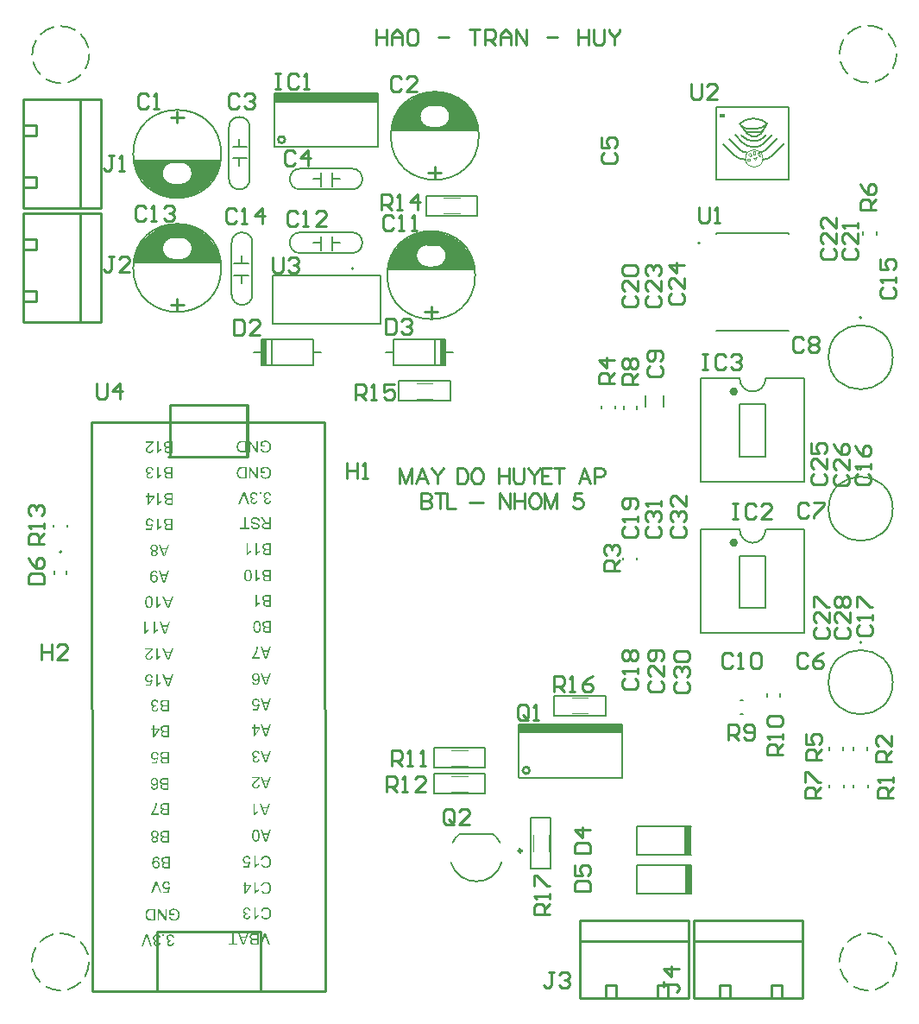
<source format=gto>
G04*
G04 #@! TF.GenerationSoftware,Altium Limited,Altium Designer,24.10.1 (45)*
G04*
G04 Layer_Color=65535*
%FSTAX25Y25*%
%MOIN*%
G70*
G04*
G04 #@! TF.SameCoordinates,1923906C-CB37-41EA-8CB1-2C45B085819D*
G04*
G04*
G04 #@! TF.FilePolarity,Positive*
G04*
G01*
G75*
%ADD10C,0.01500*%
%ADD11C,0.00700*%
%ADD12C,0.00500*%
%ADD13C,0.00787*%
%ADD14C,0.01000*%
%ADD15C,0.01181*%
%ADD16C,0.00394*%
%ADD17C,0.00197*%
%ADD18C,0.00400*%
%ADD19C,0.00600*%
%ADD20R,0.39900X0.03600*%
%ADD21R,0.03150X0.11024*%
%ADD22R,0.02000X0.10000*%
%ADD23R,0.01969X0.01575*%
G36*
X00575Y0285D02*
X0054Y02885D01*
Y0291293D01*
X0054008Y029146D01*
X0054074Y0291788D01*
X0054202Y0292098D01*
X0054387Y0292376D01*
X00545Y02925D01*
Y02925D01*
X0055146Y0293146D01*
X0055234Y0293226D01*
X0055431Y0293357D01*
X005565Y0293448D01*
X0055882Y0293494D01*
X0056Y02935D01*
D01*
X00565Y0294D01*
X0056624Y0294112D01*
X0056902Y0294298D01*
X0057212Y0294426D01*
X005754Y0294492D01*
X0057707Y02945D01*
D01*
X0062793D01*
X006296Y0294492D01*
X0063288Y0294426D01*
X0063598Y0294298D01*
X0063876Y0294112D01*
X0064Y0294D01*
X0064Y0294D01*
X0065146Y0292853D01*
X0065226Y0292766D01*
X0065358Y0292569D01*
X0065448Y029235D01*
X0065494Y0292118D01*
X00655Y0292D01*
X0065613Y0291876D01*
X0065798Y0291598D01*
X0065926Y0291288D01*
X0065992Y029096D01*
X0066Y0290793D01*
D01*
Y0289414D01*
X0065984Y028908D01*
X0065853Y0288423D01*
X0065597Y0287805D01*
X0065225Y0287248D01*
X0065Y0287D01*
Y0287D01*
X0063854Y0285854D01*
X0063766Y0285774D01*
X0063569Y0285643D01*
X006335Y0285552D01*
X0063118Y0285506D01*
X0063Y02855D01*
D01*
Y0285D01*
X0077D01*
X0075Y02905D01*
X0072Y02945D01*
X0068Y02975D01*
X0062Y02995D01*
X0058D01*
X0053Y0298D01*
X00485Y0295D01*
X00455Y02915D01*
X00435Y0287D01*
X0043Y0285D01*
X00575D01*
D02*
G37*
G36*
X00625Y0324D02*
X0066Y03205D01*
Y0317707D01*
X0065992Y031754D01*
X0065926Y0317212D01*
X0065798Y0316902D01*
X0065613Y0316624D01*
X00655Y03165D01*
X00655D01*
X0064854Y0315854D01*
X0064766Y0315774D01*
X0064569Y0315642D01*
X006435Y0315552D01*
X0064118Y0315506D01*
X0064Y03155D01*
D01*
X00635Y0315D01*
X0063376Y0314887D01*
X0063098Y0314702D01*
X0062788Y0314574D01*
X006246Y0314508D01*
X0062293Y03145D01*
D01*
X0057207D01*
X005704Y0314508D01*
X0056712Y0314574D01*
X0056402Y0314702D01*
X0056124Y0314887D01*
X0056Y0315D01*
D01*
X0054853Y0316146D01*
X0054774Y0316234D01*
X0054642Y0316431D01*
X0054552Y031665D01*
X0054506Y0316882D01*
X00545Y0317D01*
X0054387Y0317124D01*
X0054202Y0317402D01*
X0054074Y0317712D01*
X0054008Y031804D01*
X0054Y0318207D01*
D01*
Y0319586D01*
X0054016Y031992D01*
X0054147Y0320577D01*
X0054403Y0321195D01*
X0054775Y0321752D01*
X0055Y0322D01*
X0055D01*
X0056146Y0323146D01*
X0056234Y0323226D01*
X0056431Y0323358D01*
X005665Y0323448D01*
X0056882Y0323494D01*
X0057Y03235D01*
D01*
Y0324D01*
X0043D01*
X0045Y03185D01*
X0048Y03145D01*
X0052Y03115D01*
X0058Y03095D01*
X0062D01*
X0067Y0311D01*
X00715Y0314D01*
X00745Y03175D01*
X00765Y0322D01*
X0077Y0324D01*
X00625D01*
D02*
G37*
G36*
X0155596Y02822D02*
X0152096Y02857D01*
Y0288493D01*
X0152105Y028866D01*
X015217Y0288988D01*
X0152298Y0289297D01*
X0152484Y0289576D01*
X0152596Y02897D01*
Y02897D01*
X0153243Y0290346D01*
X0153331Y0290426D01*
X0153527Y0290557D01*
X0153746Y0290648D01*
X0153978Y0290694D01*
X0154096Y02907D01*
D01*
X0154596Y02912D01*
X015472Y0291312D01*
X0154999Y0291498D01*
X0155308Y0291626D01*
X0155636Y0291691D01*
X0155804Y02917D01*
D01*
X0160889D01*
X0161057Y0291691D01*
X0161385Y0291626D01*
X0161694Y0291498D01*
X0161972Y0291312D01*
X0162096Y02912D01*
X0162096Y02912D01*
X0163243Y0290053D01*
X0163322Y0289966D01*
X0163454Y0289769D01*
X0163544Y028955D01*
X0163591Y0289318D01*
X0163596Y02892D01*
X0163709Y0289075D01*
X0163895Y0288797D01*
X0164023Y0288488D01*
X0164088Y028816D01*
X0164096Y0287993D01*
D01*
Y0286614D01*
X016408Y0286279D01*
X0163949Y0285623D01*
X0163693Y0285004D01*
X0163321Y0284448D01*
X0163096Y02842D01*
Y02842D01*
X016195Y0283053D01*
X0161862Y0282974D01*
X0161665Y0282842D01*
X0161447Y0282752D01*
X0161215Y0282705D01*
X0161096Y02827D01*
D01*
Y02822D01*
X0175096D01*
X0173096Y02877D01*
X0170096Y02917D01*
X0166096Y02947D01*
X0160096Y02967D01*
X0156096D01*
X0151096Y02952D01*
X0146596Y02922D01*
X0143596Y02887D01*
X0141596Y02842D01*
X0141096Y02822D01*
X0155596D01*
D02*
G37*
G36*
X0157Y0336D02*
X01535Y03395D01*
Y0342293D01*
X0153508Y034246D01*
X0153574Y0342788D01*
X0153702Y0343097D01*
X0153887Y0343376D01*
X0154Y03435D01*
Y03435D01*
X0154646Y0344146D01*
X0154734Y0344226D01*
X0154931Y0344357D01*
X015515Y0344448D01*
X0155382Y0344494D01*
X01555Y03445D01*
D01*
X0156Y0345D01*
X0156124Y0345112D01*
X0156402Y0345298D01*
X0156712Y0345426D01*
X015704Y0345492D01*
X0157207Y03455D01*
D01*
X0162293D01*
X016246Y0345492D01*
X0162788Y0345426D01*
X0163098Y0345298D01*
X0163376Y0345112D01*
X01635Y0345D01*
X01635Y0345D01*
X0164646Y0343853D01*
X0164726Y0343766D01*
X0164857Y0343569D01*
X0164948Y034335D01*
X0164994Y0343118D01*
X0165Y0343D01*
X0165112Y0342876D01*
X0165298Y0342598D01*
X0165427Y0342288D01*
X0165492Y034196D01*
X01655Y0341793D01*
D01*
Y0340414D01*
X0165483Y0340079D01*
X0165353Y0339423D01*
X0165097Y0338805D01*
X0164725Y0338248D01*
X01645Y0338D01*
Y0338D01*
X0163354Y0336854D01*
X0163266Y0336774D01*
X0163069Y0336643D01*
X016285Y0336552D01*
X0162618Y0336506D01*
X01625Y03365D01*
D01*
Y0336D01*
X01765D01*
X01745Y03415D01*
X01715Y03455D01*
X01675Y03485D01*
X01615Y03505D01*
X01575D01*
X01525Y0349D01*
X0148Y0346D01*
X0145Y03425D01*
X0143Y0338D01*
X01425Y0336D01*
X0157D01*
D02*
G37*
G36*
X005824Y021103D02*
X0056477D01*
X0056432Y0211036D01*
X005638D01*
X0056264Y021105D01*
X0056134Y0211062D01*
X0055998Y0211088D01*
X0055862Y0211121D01*
X0055739Y0211166D01*
X0055732D01*
X0055726Y0211173D01*
X0055687Y0211192D01*
X0055629Y0211224D01*
X0055564Y021127D01*
X0055486Y0211328D01*
X0055402Y0211399D01*
X0055324Y021149D01*
X0055253Y0211587D01*
X0055246Y02116D01*
X0055227Y0211639D01*
X0055194Y0211691D01*
X0055162Y0211769D01*
X005513Y0211859D01*
X0055097Y0211957D01*
X0055078Y0212067D01*
X0055071Y0212177D01*
Y021219D01*
Y0212222D01*
X0055078Y0212281D01*
X0055091Y0212352D01*
X005511Y0212436D01*
X0055143Y0212527D01*
X0055181Y0212618D01*
X0055233Y0212715D01*
X005524Y0212728D01*
X0055259Y0212754D01*
X0055298Y0212806D01*
X005535Y0212857D01*
X0055415Y0212922D01*
X0055493Y0212994D01*
X005559Y0213058D01*
X00557Y0213123D01*
X0055693D01*
X005568Y0213129D01*
X0055661Y0213136D01*
X0055635Y0213149D01*
X0055557Y0213175D01*
X0055467Y021322D01*
X0055369Y0213279D01*
X0055259Y021335D01*
X0055162Y0213434D01*
X0055071Y0213538D01*
X0055065Y0213551D01*
X0055039Y021359D01*
X0055Y0213648D01*
X0054961Y0213726D01*
X0054922Y0213829D01*
X0054883Y0213939D01*
X0054857Y0214069D01*
X0054851Y0214212D01*
Y0214218D01*
Y0214225D01*
Y0214264D01*
X0054857Y0214328D01*
X005487Y0214406D01*
X0054883Y0214497D01*
X0054909Y0214594D01*
X0054942Y0214698D01*
X0054987Y0214801D01*
X0054993Y0214814D01*
X0055013Y0214847D01*
X0055039Y0214892D01*
X0055078Y0214957D01*
X005513Y0215022D01*
X0055181Y0215093D01*
X0055246Y0215164D01*
X0055317Y0215223D01*
X0055324Y0215229D01*
X005535Y0215248D01*
X0055395Y0215274D01*
X0055454Y02153D01*
X0055525Y0215339D01*
X0055609Y0215378D01*
X00557Y021541D01*
X005581Y0215443D01*
X0055823D01*
X0055862Y0215456D01*
X0055927Y0215462D01*
X0056011Y0215475D01*
X0056115Y0215488D01*
X0056238Y0215501D01*
X0056374Y0215508D01*
X0056529Y0215514D01*
X005824D01*
Y021103D01*
D02*
G37*
G36*
X0052738Y0212009D02*
X0052745Y0212015D01*
X0052777Y0212041D01*
X0052816Y021208D01*
X0052881Y0212125D01*
X0052952Y0212183D01*
X0053043Y0212248D01*
X0053147Y0212319D01*
X0053263Y0212391D01*
X005327D01*
X0053276Y0212397D01*
X0053315Y0212423D01*
X005338Y0212456D01*
X0053458Y0212494D01*
X0053549Y021254D01*
X0053646Y0212585D01*
X0053743Y0212631D01*
X005384Y0212669D01*
Y0212138D01*
X0053834D01*
X0053821Y0212125D01*
X0053795Y0212119D01*
X0053762Y0212099D01*
X0053723Y021208D01*
X0053678Y0212054D01*
X0053568Y0211989D01*
X0053438Y0211918D01*
X0053309Y0211827D01*
X0053173Y0211723D01*
X0053037Y0211613D01*
X005303Y0211607D01*
X0053024Y02116D01*
X0053004Y0211581D01*
X0052978Y0211561D01*
X005292Y0211497D01*
X0052842Y0211419D01*
X0052764Y0211328D01*
X005268Y0211224D01*
X0052609Y0211121D01*
X0052544Y0211011D01*
X0052188D01*
Y0215514D01*
X0052738D01*
Y0212009D01*
D02*
G37*
G36*
X0050853Y0215508D02*
Y0215482D01*
Y0215443D01*
X0050846Y0215391D01*
X005084Y0215333D01*
X0050827Y0215268D01*
X0050814Y0215203D01*
X0050788Y0215132D01*
Y0215125D01*
X0050782Y0215119D01*
X0050769Y021508D01*
X0050743Y0215022D01*
X0050704Y0214944D01*
X0050652Y0214853D01*
X0050587Y021475D01*
X0050516Y0214646D01*
X0050425Y0214536D01*
Y0214529D01*
X0050412Y0214523D01*
X005038Y0214484D01*
X0050321Y0214425D01*
X0050237Y0214341D01*
X005014Y0214244D01*
X0050017Y0214127D01*
X0049868Y0213998D01*
X0049706Y0213862D01*
X0049699Y0213855D01*
X0049673Y0213836D01*
X0049635Y0213804D01*
X0049589Y0213765D01*
X0049531Y0213713D01*
X004946Y0213654D01*
X0049388Y021359D01*
X0049304Y0213518D01*
X0049142Y0213363D01*
X004898Y0213207D01*
X0048902Y0213129D01*
X0048831Y0213052D01*
X0048766Y0212981D01*
X0048714Y0212909D01*
Y0212903D01*
X0048701Y0212896D01*
X0048689Y0212877D01*
X0048676Y0212851D01*
X004863Y021278D01*
X0048578Y0212695D01*
X0048533Y0212592D01*
X0048488Y0212481D01*
X0048462Y0212358D01*
X0048449Y0212242D01*
Y0212235D01*
Y0212229D01*
X0048455Y021219D01*
X0048462Y0212125D01*
X0048481Y0212054D01*
X0048507Y0211963D01*
X0048552Y0211872D01*
X0048611Y0211782D01*
X0048689Y0211691D01*
X0048701Y0211678D01*
X0048734Y0211652D01*
X0048779Y021162D01*
X0048851Y0211574D01*
X0048941Y0211536D01*
X0049045Y0211497D01*
X0049168Y0211471D01*
X0049304Y0211464D01*
X0049343D01*
X0049369Y0211471D01*
X0049447Y0211477D01*
X0049537Y0211497D01*
X0049635Y0211523D01*
X0049745Y0211568D01*
X0049848Y0211626D01*
X0049946Y0211704D01*
X0049959Y0211717D01*
X0049984Y0211749D01*
X0050023Y0211801D01*
X0050062Y0211879D01*
X0050108Y021197D01*
X0050147Y0212086D01*
X0050172Y0212216D01*
X0050185Y0212365D01*
X0050749Y0212307D01*
Y02123D01*
X0050743Y0212281D01*
Y0212248D01*
X0050736Y0212203D01*
X0050723Y0212151D01*
X005071Y0212093D01*
X0050691Y0212021D01*
X0050671Y021195D01*
X005062Y0211795D01*
X0050542Y0211639D01*
X0050496Y0211561D01*
X0050438Y0211484D01*
X005038Y0211412D01*
X0050315Y0211348D01*
X0050309Y0211341D01*
X0050296Y0211335D01*
X0050276Y0211315D01*
X0050244Y0211296D01*
X0050205Y021127D01*
X0050159Y0211244D01*
X0050108Y0211211D01*
X0050043Y0211179D01*
X0049972Y0211147D01*
X0049894Y0211114D01*
X004981Y0211088D01*
X0049719Y0211062D01*
X0049622Y0211043D01*
X0049518Y0211023D01*
X0049408Y0211017D01*
X0049291Y0211011D01*
X0049226D01*
X0049181Y0211017D01*
X0049129Y0211023D01*
X0049064Y021103D01*
X0048993Y0211043D01*
X0048922Y0211056D01*
X0048753Y0211101D01*
X0048585Y0211166D01*
X0048501Y0211205D01*
X0048416Y021125D01*
X0048339Y0211309D01*
X0048267Y0211373D01*
X0048261Y021138D01*
X0048248Y0211386D01*
X0048235Y0211412D01*
X0048209Y0211438D01*
X0048177Y0211471D01*
X0048144Y0211516D01*
X0048112Y0211561D01*
X0048073Y021162D01*
X0048008Y0211743D01*
X0047943Y0211898D01*
X0047917Y0211976D01*
X0047904Y0212067D01*
X0047891Y0212158D01*
X0047885Y0212255D01*
Y0212268D01*
Y02123D01*
X0047891Y0212352D01*
X0047898Y0212423D01*
X0047911Y0212501D01*
X0047937Y0212592D01*
X0047963Y0212689D01*
X0048002Y0212786D01*
X0048008Y0212799D01*
X0048021Y0212831D01*
X0048047Y0212883D01*
X0048086Y0212955D01*
X0048138Y0213032D01*
X0048202Y0213129D01*
X004828Y0213227D01*
X0048371Y0213337D01*
X0048384Y021335D01*
X0048416Y0213389D01*
X0048449Y0213421D01*
X0048481Y0213454D01*
X004852Y0213492D01*
X0048572Y0213544D01*
X0048624Y0213596D01*
X0048689Y0213654D01*
X0048753Y0213719D01*
X0048831Y021379D01*
X0048915Y0213862D01*
X0049006Y0213946D01*
X004911Y021403D01*
X0049213Y0214121D01*
X004922Y0214127D01*
X0049233Y021414D01*
X0049259Y021416D01*
X0049291Y0214186D01*
X004933Y0214225D01*
X0049375Y0214264D01*
X0049479Y0214348D01*
X0049589Y0214445D01*
X0049693Y0214542D01*
X0049784Y0214626D01*
X0049823Y0214659D01*
X0049855Y0214691D01*
X0049861Y0214698D01*
X0049881Y0214717D01*
X0049907Y0214743D01*
X0049939Y0214782D01*
X0049972Y0214827D01*
X005001Y0214873D01*
X0050088Y0214983D01*
X0047879D01*
Y0215514D01*
X0050853D01*
Y0215508D01*
D02*
G37*
G36*
X0091258Y0211252D02*
X0090649D01*
X0088297Y0214777D01*
Y0211252D01*
X0087726D01*
Y0215736D01*
X0088342D01*
X0090688Y0212218D01*
Y0215736D01*
X0091258D01*
Y0211252D01*
D02*
G37*
G36*
X0094096Y0215808D02*
X0094155D01*
X0094226Y0215801D01*
X0094304Y0215788D01*
X0094388Y0215782D01*
X0094576Y0215743D01*
X0094777Y0215698D01*
X0094984Y0215626D01*
X0095088Y0215587D01*
X0095191Y0215535D01*
X0095198Y0215529D01*
X0095217Y0215523D01*
X0095243Y0215503D01*
X0095282Y0215484D01*
X0095327Y0215451D01*
X0095373Y0215419D01*
X0095496Y0215328D01*
X0095626Y0215212D01*
X0095762Y0215069D01*
X0095891Y0214907D01*
X0096008Y0214719D01*
Y0214713D01*
X0096021Y0214693D01*
X0096034Y0214667D01*
X0096053Y0214622D01*
X0096073Y0214577D01*
X0096092Y0214512D01*
X0096118Y0214447D01*
X0096144Y0214369D01*
X009617Y0214285D01*
X0096196Y0214188D01*
X0096215Y021409D01*
X0096235Y0213987D01*
X0096267Y021376D01*
X009628Y021352D01*
Y0213514D01*
Y0213488D01*
Y0213456D01*
X0096273Y021341D01*
Y0213352D01*
X0096267Y0213281D01*
X0096254Y0213209D01*
X0096248Y0213125D01*
X0096228Y0213034D01*
X0096215Y0212937D01*
X0096163Y021273D01*
X0096099Y0212516D01*
X0096008Y0212302D01*
X0096001Y0212296D01*
X0095995Y0212276D01*
X0095982Y021225D01*
X0095956Y0212211D01*
X009593Y0212159D01*
X0095898Y0212108D01*
X0095807Y0211984D01*
X0095697Y0211842D01*
X0095561Y0211706D01*
X0095405Y021157D01*
X0095315Y0211511D01*
X0095224Y0211453D01*
X0095217Y0211447D01*
X0095198Y021144D01*
X0095172Y0211427D01*
X0095133Y0211408D01*
X0095081Y0211388D01*
X0095023Y0211362D01*
X0094958Y0211336D01*
X009488Y0211311D01*
X0094796Y0211285D01*
X0094705Y0211265D01*
X0094608Y0211239D01*
X0094504Y021122D01*
X0094278Y0211188D01*
X0094161Y0211175D01*
X0093954D01*
X0093915Y0211181D01*
X0093863D01*
X009374Y0211194D01*
X0093604Y0211213D01*
X0093461Y0211246D01*
X0093306Y0211285D01*
X0093157Y0211336D01*
X009315D01*
X0093137Y0211343D01*
X0093118Y021135D01*
X0093092Y0211362D01*
X0093021Y0211401D01*
X009293Y0211447D01*
X0092833Y0211511D01*
X0092729Y0211589D01*
X0092632Y0211673D01*
X0092541Y0211777D01*
X0092528Y021179D01*
X0092502Y0211829D01*
X0092463Y0211887D01*
X0092411Y0211971D01*
X009236Y0212075D01*
X0092301Y0212205D01*
X0092243Y0212347D01*
X0092198Y0212509D01*
X0092735Y0212652D01*
Y0212646D01*
X0092742Y0212639D01*
X0092748Y0212619D01*
X0092755Y0212594D01*
X0092774Y0212535D01*
X00928Y0212457D01*
X0092839Y0212367D01*
X0092884Y0212283D01*
X009293Y0212192D01*
X0092988Y0212114D01*
X0092995Y0212108D01*
X0093014Y0212082D01*
X0093053Y0212049D01*
X0093098Y0212004D01*
X0093157Y0211952D01*
X0093234Y02119D01*
X0093319Y0211848D01*
X0093416Y0211803D01*
X0093429Y0211797D01*
X0093461Y0211784D01*
X009352Y0211764D01*
X0093597Y0211738D01*
X0093688Y0211719D01*
X0093792Y0211699D01*
X0093908Y0211686D01*
X0094031Y021168D01*
X0094103D01*
X0094135Y0211686D01*
X0094174D01*
X0094271Y0211693D01*
X0094381Y0211712D01*
X0094504Y0211732D01*
X0094621Y0211764D01*
X0094738Y0211809D01*
X0094751Y0211816D01*
X009479Y0211829D01*
X0094841Y0211861D01*
X0094906Y0211894D01*
X0094984Y0211946D01*
X0095068Y0211998D01*
X0095146Y0212062D01*
X0095217Y0212134D01*
X0095224Y021214D01*
X009525Y0212166D01*
X0095282Y0212211D01*
X0095321Y0212263D01*
X0095366Y0212328D01*
X0095412Y0212406D01*
X0095457Y021249D01*
X0095502Y0212581D01*
Y0212587D01*
X0095509Y02126D01*
X0095515Y0212619D01*
X0095528Y0212652D01*
X0095541Y0212691D01*
X0095554Y0212736D01*
X0095574Y0212788D01*
X0095587Y0212846D01*
X0095619Y0212982D01*
X0095645Y0213138D01*
X0095664Y02133D01*
X0095671Y0213481D01*
Y0213488D01*
Y0213507D01*
Y021354D01*
X0095664Y0213579D01*
Y021363D01*
X0095658Y0213695D01*
X0095651Y021376D01*
X0095645Y0213831D01*
X0095619Y0213993D01*
X0095587Y0214162D01*
X0095535Y021433D01*
X009547Y0214492D01*
Y0214499D01*
X0095457Y0214512D01*
X0095451Y0214531D01*
X0095431Y0214557D01*
X0095386Y0214628D01*
X0095315Y0214719D01*
X009523Y0214816D01*
X0095127Y0214914D01*
X0095003Y0215004D01*
X0094867Y0215088D01*
X0094861D01*
X0094848Y0215095D01*
X0094828Y0215108D01*
X0094796Y0215121D01*
X0094764Y0215134D01*
X0094718Y0215147D01*
X0094615Y0215186D01*
X0094485Y0215218D01*
X0094342Y021525D01*
X0094187Y0215276D01*
X0094025Y0215283D01*
X009396D01*
X0093921Y0215276D01*
X0093882D01*
X0093785Y0215263D01*
X0093669Y021525D01*
X0093545Y0215225D01*
X0093409Y0215186D01*
X0093273Y021514D01*
X0093267D01*
X0093254Y0215134D01*
X0093241Y0215127D01*
X0093215Y0215114D01*
X0093144Y0215082D01*
X0093066Y0215043D01*
X0092975Y0214998D01*
X0092878Y0214946D01*
X0092787Y0214887D01*
X0092709Y0214823D01*
Y021398D01*
X0094031D01*
Y0213449D01*
X0092126D01*
Y0215114D01*
X0092133Y0215121D01*
X0092146Y0215127D01*
X0092172Y0215147D01*
X0092204Y0215173D01*
X0092243Y0215199D01*
X0092288Y0215231D01*
X0092347Y021527D01*
X0092405Y0215309D01*
X0092541Y0215393D01*
X0092697Y0215484D01*
X0092859Y0215568D01*
X0093033Y0215639D01*
X009304D01*
X0093053Y0215646D01*
X0093079Y0215652D01*
X0093111Y0215665D01*
X0093157Y0215678D01*
X0093208Y0215698D01*
X0093267Y021571D01*
X0093325Y0215723D01*
X0093468Y0215756D01*
X009363Y0215788D01*
X0093805Y0215808D01*
X0093986Y0215814D01*
X0094051D01*
X0094096Y0215808D01*
D02*
G37*
G36*
X0086729Y0211252D02*
X0085005D01*
X0084888Y0211259D01*
X0084759Y0211265D01*
X0084629Y0211278D01*
X0084499Y0211298D01*
X0084389Y0211317D01*
X0084383D01*
X008437Y0211323D01*
X008435D01*
X0084324Y0211336D01*
X0084253Y0211356D01*
X0084162Y0211388D01*
X0084059Y0211434D01*
X0083949Y0211492D01*
X0083838Y0211557D01*
X0083735Y0211641D01*
X0083728Y0211648D01*
X0083722Y0211654D01*
X0083702Y0211673D01*
X0083676Y0211693D01*
X0083612Y0211758D01*
X0083534Y0211848D01*
X008345Y0211959D01*
X0083359Y0212088D01*
X0083275Y0212237D01*
X0083203Y0212406D01*
Y0212412D01*
X0083197Y0212425D01*
X0083184Y0212451D01*
X0083177Y021249D01*
X0083158Y0212535D01*
X0083145Y0212587D01*
X0083132Y0212646D01*
X0083113Y0212717D01*
X0083093Y0212788D01*
X008308Y0212872D01*
X0083048Y0213054D01*
X0083028Y0213255D01*
X0083022Y0213475D01*
Y0213481D01*
Y0213494D01*
Y0213527D01*
Y0213559D01*
X0083028Y0213604D01*
Y0213656D01*
X0083035Y0213779D01*
X0083054Y0213922D01*
X0083074Y0214071D01*
X0083106Y0214227D01*
X0083145Y0214382D01*
Y0214389D01*
X0083152Y0214402D01*
X0083158Y0214421D01*
X0083165Y0214447D01*
X008319Y0214518D01*
X0083229Y0214609D01*
X0083268Y0214713D01*
X008332Y0214816D01*
X0083385Y0214926D01*
X008345Y021503D01*
X0083456Y0215043D01*
X0083482Y0215075D01*
X0083521Y0215121D01*
X0083573Y0215179D01*
X0083631Y0215244D01*
X0083702Y0215309D01*
X0083774Y021538D01*
X0083858Y0215438D01*
X0083871Y0215445D01*
X0083897Y0215464D01*
X0083942Y021549D01*
X0084007Y0215523D01*
X0084085Y0215562D01*
X0084175Y0215594D01*
X0084279Y0215633D01*
X0084396Y0215665D01*
X0084409D01*
X0084428Y0215672D01*
X0084447Y0215678D01*
X0084512Y0215685D01*
X0084603Y0215698D01*
X0084707Y021571D01*
X008483Y0215723D01*
X0084966Y021573D01*
X0085115Y0215736D01*
X0086729D01*
Y0211252D01*
D02*
G37*
G36*
X0049487Y0205708D02*
X0049538Y0205701D01*
X0049597Y0205695D01*
X0049662Y0205682D01*
X0049733Y0205669D01*
X0049888Y020563D01*
X005005Y0205565D01*
X0050135Y0205526D01*
X0050212Y0205481D01*
X005029Y0205423D01*
X0050368Y0205364D01*
X0050374Y0205358D01*
X0050387Y0205345D01*
X0050407Y0205325D01*
X0050426Y0205299D01*
X0050459Y0205267D01*
X0050491Y0205222D01*
X005053Y0205176D01*
X0050569Y0205118D01*
X0050608Y0205053D01*
X0050647Y0204988D01*
X0050718Y0204833D01*
X0050776Y0204651D01*
X0050796Y0204554D01*
X0050809Y0204451D01*
X0050258Y0204379D01*
Y0204386D01*
X0050251Y0204399D01*
X0050245Y0204425D01*
X0050238Y0204457D01*
X0050232Y0204496D01*
X0050219Y0204541D01*
X0050187Y0204639D01*
X0050141Y0204755D01*
X0050083Y0204865D01*
X0050018Y0204969D01*
X004994Y020506D01*
X0049927Y0205066D01*
X0049901Y0205092D01*
X004985Y0205124D01*
X0049785Y0205157D01*
X0049707Y0205196D01*
X004961Y0205228D01*
X00495Y0205254D01*
X0049383Y0205261D01*
X0049344D01*
X0049318Y0205254D01*
X0049247Y0205248D01*
X0049156Y0205228D01*
X0049053Y0205196D01*
X0048942Y020515D01*
X0048832Y0205086D01*
X0048728Y0204995D01*
X0048715Y0204982D01*
X0048683Y0204943D01*
X0048644Y0204885D01*
X0048592Y0204807D01*
X0048541Y020471D01*
X0048502Y02046D01*
X0048469Y020447D01*
X0048456Y0204328D01*
Y0204321D01*
Y0204308D01*
Y0204289D01*
X0048463Y0204263D01*
X0048469Y0204191D01*
X0048489Y0204107D01*
X0048515Y0204004D01*
X004856Y02039D01*
X0048625Y0203796D01*
X0048709Y0203699D01*
X0048722Y0203686D01*
X0048754Y020366D01*
X0048806Y0203621D01*
X0048878Y0203576D01*
X0048968Y020353D01*
X0049078Y0203491D01*
X0049202Y0203466D01*
X0049338Y0203453D01*
X0049396D01*
X0049441Y0203459D01*
X00495Y0203466D01*
X0049564Y0203479D01*
X0049642Y0203491D01*
X0049726Y0203511D01*
X0049662Y0203025D01*
X0049629D01*
X0049603Y0203031D01*
X0049519D01*
X0049448Y0203018D01*
X0049363Y0203006D01*
X0049266Y0202986D01*
X0049156Y0202954D01*
X0049053Y0202908D01*
X0048942Y020285D01*
X0048936D01*
X0048929Y0202843D01*
X0048897Y0202818D01*
X0048852Y0202772D01*
X00488Y0202714D01*
X0048748Y020263D01*
X0048703Y0202533D01*
X004867Y0202422D01*
X0048657Y0202358D01*
Y0202286D01*
Y020228D01*
Y0202273D01*
Y0202234D01*
X004867Y0202183D01*
X0048683Y0202111D01*
X0048709Y0202033D01*
X0048741Y0201949D01*
X0048793Y0201865D01*
X0048865Y0201787D01*
X0048871Y0201781D01*
X0048903Y0201755D01*
X0048949Y0201723D01*
X0049007Y0201684D01*
X0049085Y0201651D01*
X0049176Y0201619D01*
X0049279Y0201593D01*
X0049396Y0201586D01*
X0049448D01*
X0049506Y0201599D01*
X0049584Y0201612D01*
X0049668Y0201638D01*
X0049752Y0201671D01*
X0049843Y0201723D01*
X0049927Y0201787D01*
X0049934Y0201794D01*
X004996Y0201826D01*
X0049999Y0201871D01*
X0050044Y0201936D01*
X0050089Y0202021D01*
X0050135Y0202124D01*
X0050173Y0202247D01*
X0050199Y020239D01*
X005075Y0202293D01*
Y0202286D01*
X0050744Y0202267D01*
X0050737Y0202241D01*
X0050731Y0202202D01*
X0050718Y0202157D01*
X0050698Y0202105D01*
X005066Y0201982D01*
X0050595Y0201839D01*
X0050517Y0201697D01*
X005042Y020156D01*
X0050297Y0201437D01*
X005029Y0201431D01*
X0050277Y0201424D01*
X0050258Y0201412D01*
X0050232Y0201392D01*
X0050199Y0201366D01*
X0050154Y020134D01*
X0050109Y0201314D01*
X005005Y0201282D01*
X0049921Y020123D01*
X0049772Y0201178D01*
X0049597Y0201146D01*
X0049506Y0201133D01*
X0049344D01*
X0049273Y0201139D01*
X0049189Y0201152D01*
X0049085Y0201172D01*
X0048968Y0201204D01*
X0048852Y0201243D01*
X0048735Y0201295D01*
X0048728D01*
X0048722Y0201301D01*
X0048683Y0201321D01*
X0048625Y020136D01*
X004856Y0201405D01*
X0048482Y020147D01*
X0048404Y0201541D01*
X0048327Y0201625D01*
X0048262Y0201723D01*
X0048255Y0201735D01*
X0048236Y0201768D01*
X004821Y0201826D01*
X0048178Y0201898D01*
X0048145Y0201982D01*
X0048119Y0202079D01*
X00481Y0202189D01*
X0048093Y0202299D01*
Y0202312D01*
Y0202351D01*
X00481Y0202403D01*
X0048113Y0202474D01*
X0048132Y0202558D01*
X0048165Y0202649D01*
X0048204Y020274D01*
X0048255Y0202831D01*
X0048262Y0202843D01*
X0048281Y020287D01*
X004832Y0202915D01*
X0048372Y0202967D01*
X0048437Y0203025D01*
X0048515Y020309D01*
X0048605Y0203148D01*
X0048715Y0203206D01*
X0048709D01*
X0048696Y0203213D01*
X0048677Y0203219D01*
X0048651Y0203226D01*
X0048579Y0203252D01*
X0048489Y0203291D01*
X0048385Y0203343D01*
X0048281Y0203407D01*
X0048184Y0203491D01*
X0048093Y0203589D01*
X0048087Y0203602D01*
X0048061Y0203641D01*
X0048022Y0203705D01*
X0047983Y020379D01*
X0047944Y0203893D01*
X0047905Y0204016D01*
X004788Y0204159D01*
X0047873Y0204314D01*
Y0204321D01*
Y020434D01*
Y0204373D01*
X004788Y0204412D01*
X0047886Y0204464D01*
X0047899Y0204522D01*
X0047912Y0204587D01*
X0047925Y0204658D01*
X0047977Y0204814D01*
X0048016Y0204898D01*
X0048055Y0204976D01*
X0048106Y020506D01*
X0048165Y0205144D01*
X004823Y0205228D01*
X0048307Y0205306D01*
X0048314Y0205312D01*
X0048327Y0205325D01*
X0048353Y0205345D01*
X0048385Y0205371D01*
X0048424Y0205403D01*
X0048476Y0205435D01*
X0048534Y0205474D01*
X0048605Y0205507D01*
X0048677Y0205546D01*
X0048761Y0205585D01*
X0048845Y0205617D01*
X0048942Y0205649D01*
X0049046Y0205675D01*
X0049156Y0205695D01*
X0049266Y0205708D01*
X0049389Y0205714D01*
X0049448D01*
X0049487Y0205708D01*
D02*
G37*
G36*
X005828Y0201152D02*
X0056517D01*
X0056472Y0201159D01*
X005642D01*
X0056304Y0201172D01*
X0056174Y0201185D01*
X0056038Y0201211D01*
X0055902Y0201243D01*
X0055779Y0201288D01*
X0055772D01*
X0055766Y0201295D01*
X0055727Y0201314D01*
X0055669Y0201347D01*
X0055604Y0201392D01*
X0055526Y020145D01*
X0055442Y0201522D01*
X0055364Y0201612D01*
X0055293Y020171D01*
X0055286Y0201723D01*
X0055267Y0201761D01*
X0055234Y0201813D01*
X0055202Y0201891D01*
X005517Y0201982D01*
X0055137Y0202079D01*
X0055118Y0202189D01*
X0055111Y0202299D01*
Y0202312D01*
Y0202345D01*
X0055118Y0202403D01*
X0055131Y0202474D01*
X005515Y0202558D01*
X0055183Y0202649D01*
X0055221Y020274D01*
X0055273Y0202837D01*
X005528Y020285D01*
X0055299Y0202876D01*
X0055338Y0202928D01*
X005539Y020298D01*
X0055455Y0203044D01*
X0055532Y0203116D01*
X005563Y0203181D01*
X005574Y0203245D01*
X0055733D01*
X005572Y0203252D01*
X0055701Y0203258D01*
X0055675Y0203271D01*
X0055597Y0203297D01*
X0055507Y0203343D01*
X0055409Y0203401D01*
X0055299Y0203472D01*
X0055202Y0203556D01*
X0055111Y020366D01*
X0055105Y0203673D01*
X0055079Y0203712D01*
X005504Y020377D01*
X0055001Y0203848D01*
X0054962Y0203952D01*
X0054923Y0204062D01*
X0054897Y0204191D01*
X0054891Y0204334D01*
Y020434D01*
Y0204347D01*
Y0204386D01*
X0054897Y0204451D01*
X005491Y0204528D01*
X0054923Y0204619D01*
X0054949Y0204716D01*
X0054982Y020482D01*
X0055027Y0204924D01*
X0055033Y0204937D01*
X0055053Y0204969D01*
X0055079Y0205014D01*
X0055118Y0205079D01*
X005517Y0205144D01*
X0055221Y0205215D01*
X0055286Y0205287D01*
X0055357Y0205345D01*
X0055364Y0205351D01*
X005539Y0205371D01*
X0055435Y0205397D01*
X0055494Y0205423D01*
X0055565Y0205462D01*
X0055649Y02055D01*
X005574Y0205533D01*
X005585Y0205565D01*
X0055863D01*
X0055902Y0205578D01*
X0055967Y0205585D01*
X0056051Y0205597D01*
X0056155Y020561D01*
X0056278Y0205624D01*
X0056414Y020563D01*
X0056569Y0205636D01*
X005828D01*
Y0201152D01*
D02*
G37*
G36*
X0052779Y0202131D02*
X0052785Y0202137D01*
X0052817Y0202163D01*
X0052856Y0202202D01*
X0052921Y0202247D01*
X0052992Y0202306D01*
X0053083Y0202371D01*
X0053187Y0202442D01*
X0053303Y0202513D01*
X005331D01*
X0053316Y0202519D01*
X0053355Y0202545D01*
X005342Y0202578D01*
X0053498Y0202617D01*
X0053588Y0202662D01*
X0053686Y0202708D01*
X0053783Y0202753D01*
X005388Y0202792D01*
Y020226D01*
X0053874D01*
X0053861Y0202247D01*
X0053835Y0202241D01*
X0053802Y0202221D01*
X0053763Y0202202D01*
X0053718Y0202176D01*
X0053608Y0202111D01*
X0053478Y020204D01*
X0053349Y0201949D01*
X0053213Y0201846D01*
X0053077Y0201735D01*
X005307Y0201729D01*
X0053064Y0201723D01*
X0053044Y0201703D01*
X0053018Y0201684D01*
X005296Y0201619D01*
X0052882Y0201541D01*
X0052804Y020145D01*
X005272Y0201347D01*
X0052649Y0201243D01*
X0052584Y0201133D01*
X0052228D01*
Y0205636D01*
X0052779D01*
Y0202131D01*
D02*
G37*
G36*
X0091258Y0201152D02*
X0090649D01*
X0088297Y0204677D01*
Y0201152D01*
X0087726D01*
Y0205636D01*
X0088342D01*
X0090688Y0202118D01*
Y0205636D01*
X0091258D01*
Y0201152D01*
D02*
G37*
G36*
X0094096Y0205708D02*
X0094155D01*
X0094226Y0205701D01*
X0094304Y0205688D01*
X0094388Y0205682D01*
X0094576Y0205643D01*
X0094777Y0205597D01*
X0094984Y0205526D01*
X0095088Y0205487D01*
X0095191Y0205435D01*
X0095198Y0205429D01*
X0095217Y0205423D01*
X0095243Y0205403D01*
X0095282Y0205384D01*
X0095327Y0205351D01*
X0095373Y0205319D01*
X0095496Y0205228D01*
X0095626Y0205112D01*
X0095762Y0204969D01*
X0095891Y0204807D01*
X0096008Y0204619D01*
Y0204613D01*
X0096021Y0204593D01*
X0096034Y0204567D01*
X0096053Y0204522D01*
X0096073Y0204476D01*
X0096092Y0204412D01*
X0096118Y0204347D01*
X0096144Y0204269D01*
X009617Y0204185D01*
X0096196Y0204088D01*
X0096215Y0203991D01*
X0096235Y0203887D01*
X0096267Y020366D01*
X009628Y020342D01*
Y0203414D01*
Y0203388D01*
Y0203356D01*
X0096273Y020331D01*
Y0203252D01*
X0096267Y0203181D01*
X0096254Y0203109D01*
X0096248Y0203025D01*
X0096228Y0202934D01*
X0096215Y0202837D01*
X0096163Y020263D01*
X0096099Y0202416D01*
X0096008Y0202202D01*
X0096001Y0202196D01*
X0095995Y0202176D01*
X0095982Y020215D01*
X0095956Y0202111D01*
X009593Y020206D01*
X0095898Y0202008D01*
X0095807Y0201885D01*
X0095697Y0201742D01*
X0095561Y0201606D01*
X0095405Y020147D01*
X0095315Y0201412D01*
X0095224Y0201353D01*
X0095217Y0201347D01*
X0095198Y020134D01*
X0095172Y0201327D01*
X0095133Y0201308D01*
X0095081Y0201288D01*
X0095023Y0201262D01*
X0094958Y0201237D01*
X009488Y0201211D01*
X0094796Y0201185D01*
X0094705Y0201165D01*
X0094608Y0201139D01*
X0094504Y020112D01*
X0094278Y0201087D01*
X0094161Y0201075D01*
X0093954D01*
X0093915Y0201081D01*
X0093863D01*
X009374Y0201094D01*
X0093604Y0201113D01*
X0093461Y0201146D01*
X0093306Y0201185D01*
X0093157Y0201237D01*
X009315D01*
X0093137Y0201243D01*
X0093118Y020125D01*
X0093092Y0201262D01*
X0093021Y0201301D01*
X009293Y0201347D01*
X0092833Y0201412D01*
X0092729Y0201489D01*
X0092632Y0201573D01*
X0092541Y0201677D01*
X0092528Y020169D01*
X0092502Y0201729D01*
X0092463Y0201787D01*
X0092411Y0201871D01*
X009236Y0201975D01*
X0092301Y0202105D01*
X0092243Y0202247D01*
X0092198Y0202409D01*
X0092735Y0202552D01*
Y0202545D01*
X0092742Y0202539D01*
X0092748Y0202519D01*
X0092755Y0202494D01*
X0092774Y0202435D01*
X00928Y0202358D01*
X0092839Y0202267D01*
X0092884Y0202183D01*
X009293Y0202092D01*
X0092988Y0202014D01*
X0092995Y0202008D01*
X0093014Y0201982D01*
X0093053Y0201949D01*
X0093098Y0201904D01*
X0093157Y0201852D01*
X0093234Y02018D01*
X0093319Y0201748D01*
X0093416Y0201703D01*
X0093429Y0201697D01*
X0093461Y0201684D01*
X009352Y0201664D01*
X0093597Y0201638D01*
X0093688Y0201619D01*
X0093792Y0201599D01*
X0093908Y0201586D01*
X0094031Y020158D01*
X0094103D01*
X0094135Y0201586D01*
X0094174D01*
X0094271Y0201593D01*
X0094381Y0201612D01*
X0094504Y0201632D01*
X0094621Y0201664D01*
X0094738Y020171D01*
X0094751Y0201716D01*
X009479Y0201729D01*
X0094841Y0201761D01*
X0094906Y0201794D01*
X0094984Y0201846D01*
X0095068Y0201898D01*
X0095146Y0201962D01*
X0095217Y0202033D01*
X0095224Y020204D01*
X009525Y0202066D01*
X0095282Y0202111D01*
X0095321Y0202163D01*
X0095366Y0202228D01*
X0095412Y0202306D01*
X0095457Y020239D01*
X0095502Y0202481D01*
Y0202487D01*
X0095509Y02025D01*
X0095515Y0202519D01*
X0095528Y0202552D01*
X0095541Y0202591D01*
X0095554Y0202636D01*
X0095574Y0202688D01*
X0095587Y0202746D01*
X0095619Y0202882D01*
X0095645Y0203038D01*
X0095664Y02032D01*
X0095671Y0203381D01*
Y0203388D01*
Y0203407D01*
Y020344D01*
X0095664Y0203479D01*
Y020353D01*
X0095658Y0203595D01*
X0095651Y020366D01*
X0095645Y0203731D01*
X0095619Y0203893D01*
X0095587Y0204062D01*
X0095535Y020423D01*
X009547Y0204392D01*
Y0204399D01*
X0095457Y0204412D01*
X0095451Y0204431D01*
X0095431Y0204457D01*
X0095386Y0204528D01*
X0095315Y0204619D01*
X009523Y0204716D01*
X0095127Y0204814D01*
X0095003Y0204904D01*
X0094867Y0204988D01*
X0094861D01*
X0094848Y0204995D01*
X0094828Y0205008D01*
X0094796Y0205021D01*
X0094764Y0205034D01*
X0094718Y0205047D01*
X0094615Y0205086D01*
X0094485Y0205118D01*
X0094342Y020515D01*
X0094187Y0205176D01*
X0094025Y0205183D01*
X009396D01*
X0093921Y0205176D01*
X0093882D01*
X0093785Y0205163D01*
X0093669Y020515D01*
X0093545Y0205124D01*
X0093409Y0205086D01*
X0093273Y020504D01*
X0093267D01*
X0093254Y0205034D01*
X0093241Y0205027D01*
X0093215Y0205014D01*
X0093144Y0204982D01*
X0093066Y0204943D01*
X0092975Y0204898D01*
X0092878Y0204846D01*
X0092787Y0204787D01*
X0092709Y0204723D01*
Y020388D01*
X0094031D01*
Y0203349D01*
X0092126D01*
Y0205014D01*
X0092133Y0205021D01*
X0092146Y0205027D01*
X0092172Y0205047D01*
X0092204Y0205073D01*
X0092243Y0205099D01*
X0092288Y0205131D01*
X0092347Y020517D01*
X0092405Y0205209D01*
X0092541Y0205293D01*
X0092697Y0205384D01*
X0092859Y0205468D01*
X0093033Y0205539D01*
X009304D01*
X0093053Y0205546D01*
X0093079Y0205552D01*
X0093111Y0205565D01*
X0093157Y0205578D01*
X0093208Y0205597D01*
X0093267Y020561D01*
X0093325Y0205624D01*
X0093468Y0205656D01*
X009363Y0205688D01*
X0093805Y0205708D01*
X0093986Y0205714D01*
X0094051D01*
X0094096Y0205708D01*
D02*
G37*
G36*
X0086729Y0201152D02*
X0085005D01*
X0084888Y0201159D01*
X0084759Y0201165D01*
X0084629Y0201178D01*
X0084499Y0201198D01*
X0084389Y0201217D01*
X0084383D01*
X008437Y0201223D01*
X008435D01*
X0084324Y0201237D01*
X0084253Y0201256D01*
X0084162Y0201288D01*
X0084059Y0201334D01*
X0083949Y0201392D01*
X0083838Y0201457D01*
X0083735Y0201541D01*
X0083728Y0201548D01*
X0083722Y0201554D01*
X0083702Y0201573D01*
X0083676Y0201593D01*
X0083612Y0201658D01*
X0083534Y0201748D01*
X008345Y0201859D01*
X0083359Y0201988D01*
X0083275Y0202137D01*
X0083203Y0202306D01*
Y0202312D01*
X0083197Y0202325D01*
X0083184Y0202351D01*
X0083177Y020239D01*
X0083158Y0202435D01*
X0083145Y0202487D01*
X0083132Y0202545D01*
X0083113Y0202617D01*
X0083093Y0202688D01*
X008308Y0202772D01*
X0083048Y0202954D01*
X0083028Y0203155D01*
X0083022Y0203375D01*
Y0203381D01*
Y0203394D01*
Y0203427D01*
Y0203459D01*
X0083028Y0203504D01*
Y0203556D01*
X0083035Y0203679D01*
X0083054Y0203822D01*
X0083074Y0203971D01*
X0083106Y0204127D01*
X0083145Y0204282D01*
Y0204289D01*
X0083152Y0204302D01*
X0083158Y0204321D01*
X0083165Y0204347D01*
X008319Y0204418D01*
X0083229Y0204509D01*
X0083268Y0204613D01*
X008332Y0204716D01*
X0083385Y0204826D01*
X008345Y020493D01*
X0083456Y0204943D01*
X0083482Y0204976D01*
X0083521Y0205021D01*
X0083573Y0205079D01*
X0083631Y0205144D01*
X0083702Y0205209D01*
X0083774Y020528D01*
X0083858Y0205338D01*
X0083871Y0205345D01*
X0083897Y0205364D01*
X0083942Y020539D01*
X0084007Y0205423D01*
X0084085Y0205462D01*
X0084175Y0205494D01*
X0084279Y0205533D01*
X0084396Y0205565D01*
X0084409D01*
X0084428Y0205572D01*
X0084447Y0205578D01*
X0084512Y0205585D01*
X0084603Y0205597D01*
X0084707Y020561D01*
X008483Y0205624D01*
X0084966Y020563D01*
X0085115Y0205636D01*
X0086729D01*
Y0201152D01*
D02*
G37*
G36*
X0094289Y007113D02*
X0093641D01*
X0091807Y0075614D01*
X0092481D01*
X0093006Y0074253D01*
X0094885D01*
X0095371Y0075614D01*
X0096D01*
X0094289Y007113D01*
D02*
G37*
G36*
X0090032Y0072109D02*
X0090038Y0072115D01*
X0090071Y0072141D01*
X009011Y007218D01*
X0090175Y0072225D01*
X0090246Y0072284D01*
X0090337Y0072348D01*
X009044Y007242D01*
X0090557Y0072491D01*
X0090563D01*
X009057Y0072497D01*
X0090609Y0072523D01*
X0090673Y0072556D01*
X0090751Y0072594D01*
X0090842Y007264D01*
X0090939Y0072685D01*
X0091036Y0072731D01*
X0091133Y0072769D01*
Y0072238D01*
X0091127D01*
X0091114Y0072225D01*
X0091088Y0072219D01*
X0091056Y0072199D01*
X0091017Y007218D01*
X0090971Y0072154D01*
X0090861Y0072089D01*
X0090732Y0072018D01*
X0090602Y0071927D01*
X0090466Y0071823D01*
X009033Y0071713D01*
X0090324Y0071707D01*
X0090317Y00717D01*
X0090298Y0071681D01*
X0090272Y0071661D01*
X0090213Y0071597D01*
X0090136Y0071519D01*
X0090058Y0071428D01*
X0089974Y0071324D01*
X0089902Y0071221D01*
X0089837Y0071111D01*
X0089481D01*
Y0075614D01*
X0090032D01*
Y0072109D01*
D02*
G37*
G36*
X0094569Y0061052D02*
X0093921D01*
X0092087Y0065536D01*
X0092761D01*
X0093286Y0064176D01*
X0095165D01*
X0095651Y0065536D01*
X009628D01*
X0094569Y0061052D01*
D02*
G37*
G36*
X009048Y0065608D02*
X0090532Y0065601D01*
X0090597Y0065588D01*
X0090668Y0065575D01*
X0090746Y0065556D01*
X0090824Y006553D01*
X0090908Y0065504D01*
X0090992Y0065465D01*
X0091077Y006542D01*
X0091161Y0065368D01*
X0091245Y0065303D01*
X0091323Y0065232D01*
X0091394Y0065154D01*
X0091401Y0065148D01*
X0091413Y0065128D01*
X0091433Y0065096D01*
X0091465Y0065044D01*
X0091498Y0064986D01*
X009153Y0064908D01*
X0091575Y0064817D01*
X0091614Y0064714D01*
X0091653Y0064597D01*
X0091692Y0064461D01*
X0091731Y0064312D01*
X0091763Y0064143D01*
X0091796Y0063962D01*
X0091815Y0063767D01*
X0091828Y0063554D01*
X0091835Y0063327D01*
Y006332D01*
Y0063294D01*
Y0063249D01*
Y0063197D01*
X0091828Y0063126D01*
Y0063048D01*
X0091822Y0062964D01*
X0091815Y0062867D01*
X0091796Y0062666D01*
X0091763Y0062452D01*
X0091725Y0062238D01*
X0091699Y0062141D01*
X0091673Y0062044D01*
Y0062037D01*
X0091666Y0062024D01*
X0091653Y0061998D01*
X009164Y0061966D01*
X0091627Y0061921D01*
X0091601Y0061875D01*
X009155Y0061765D01*
X0091485Y0061648D01*
X0091401Y0061525D01*
X0091303Y0061402D01*
X0091187Y0061299D01*
X009118D01*
X0091174Y0061286D01*
X0091154Y0061273D01*
X0091128Y006126D01*
X0091096Y0061234D01*
X0091057Y0061214D01*
X009096Y0061162D01*
X0090843Y0061117D01*
X0090707Y0061072D01*
X0090545Y0061046D01*
X009037Y0061033D01*
X0090312D01*
X0090241Y0061039D01*
X0090156Y0061052D01*
X0090059Y0061072D01*
X0089956Y0061098D01*
X0089845Y006113D01*
X0089742Y0061182D01*
X0089735D01*
X0089729Y0061188D01*
X0089696Y0061208D01*
X0089644Y006124D01*
X008958Y0061286D01*
X0089508Y006135D01*
X0089431Y0061422D01*
X0089359Y0061506D01*
X0089288Y0061603D01*
X0089282Y0061616D01*
X0089256Y0061648D01*
X008923Y0061707D01*
X0089184Y0061791D01*
X0089145Y0061888D01*
X0089094Y0061998D01*
X0089048Y0062128D01*
X0089009Y006227D01*
Y0062277D01*
X0089003Y006229D01*
X0088996Y0062309D01*
X008899Y0062342D01*
X0088984Y0062381D01*
X0088977Y0062426D01*
X0088964Y0062484D01*
X0088958Y0062549D01*
X0088945Y006262D01*
X0088938Y0062698D01*
X0088932Y0062789D01*
X0088919Y006288D01*
X0088912Y0062983D01*
Y0063087D01*
X0088906Y0063204D01*
Y0063327D01*
Y0063333D01*
Y0063359D01*
Y0063405D01*
Y0063456D01*
X0088912Y0063528D01*
Y0063605D01*
X0088919Y006369D01*
X0088925Y006378D01*
X0088945Y0063988D01*
X0088977Y0064201D01*
X0089016Y0064409D01*
X0089042Y0064506D01*
X0089074Y0064603D01*
Y006461D01*
X0089081Y0064623D01*
X0089094Y0064649D01*
X0089107Y0064681D01*
X008912Y0064726D01*
X0089145Y0064772D01*
X0089197Y0064882D01*
X0089262Y0064999D01*
X0089346Y0065128D01*
X0089444Y0065245D01*
X008956Y0065355D01*
X0089567D01*
X0089573Y0065368D01*
X0089593Y0065381D01*
X0089619Y0065394D01*
X0089651Y0065413D01*
X0089683Y0065439D01*
X0089781Y0065485D01*
X0089897Y006553D01*
X0090033Y0065575D01*
X0090195Y0065601D01*
X009037Y0065614D01*
X0090435D01*
X009048Y0065608D01*
D02*
G37*
G36*
X0094297Y0045408D02*
X0094355D01*
X0094427Y0045401D01*
X0094504Y0045388D01*
X0094595Y0045375D01*
X0094783Y0045343D01*
X0094977Y0045291D01*
X0095172Y004522D01*
X0095263Y0045174D01*
X0095353Y0045123D01*
X009536Y0045116D01*
X0095373Y004511D01*
X0095399Y004509D01*
X0095425Y0045064D01*
X0095464Y0045038D01*
X0095509Y0045D01*
X0095561Y0044954D01*
X0095613Y0044902D01*
X0095664Y0044844D01*
X0095723Y0044786D01*
X0095839Y0044637D01*
X009595Y0044462D01*
X0096047Y0044267D01*
Y0044261D01*
X009606Y0044241D01*
X0096066Y0044209D01*
X0096086Y004417D01*
X0096099Y0044118D01*
X0096118Y0044053D01*
X0096144Y0043982D01*
X0096163Y0043904D01*
X0096183Y004382D01*
X0096209Y0043723D01*
X0096241Y0043522D01*
X0096267Y0043295D01*
X009628Y0043062D01*
Y0043055D01*
Y0043029D01*
Y0042991D01*
X0096273Y0042945D01*
Y004288D01*
X0096267Y0042816D01*
X0096261Y0042731D01*
X0096248Y0042647D01*
X0096215Y0042459D01*
X009617Y0042252D01*
X0096105Y0042045D01*
X0096014Y0041844D01*
X0096008Y0041837D01*
X0096001Y0041818D01*
X0095988Y0041792D01*
X0095963Y0041759D01*
X0095937Y0041714D01*
X0095904Y0041662D01*
X009582Y0041546D01*
X009571Y0041416D01*
X009558Y0041286D01*
X0095431Y0041157D01*
X0095256Y0041047D01*
X009525Y004104D01*
X009523Y0041034D01*
X0095204Y0041021D01*
X0095172Y0041001D01*
X009512Y0040982D01*
X0095068Y0040962D01*
X0095003Y0040936D01*
X0094932Y0040911D01*
X0094854Y0040885D01*
X009477Y0040859D01*
X0094589Y004082D01*
X0094381Y0040788D01*
X0094168Y0040775D01*
X0094103D01*
X0094057Y0040781D01*
X0093999Y0040788D01*
X0093928Y0040794D01*
X0093857Y00408D01*
X0093772Y004082D01*
X0093597Y0040859D01*
X0093403Y0040917D01*
X0093306Y0040956D01*
X0093215Y0041001D01*
X0093124Y004106D01*
X0093033Y0041118D01*
X0093027Y0041124D01*
X0093014Y0041131D01*
X0092988Y004115D01*
X0092956Y0041183D01*
X0092923Y0041215D01*
X0092878Y004126D01*
X0092833Y0041312D01*
X0092781Y0041364D01*
X0092729Y0041429D01*
X0092677Y0041507D01*
X0092619Y0041585D01*
X0092567Y0041669D01*
X0092522Y0041766D01*
X009247Y0041863D01*
X0092431Y0041967D01*
X0092392Y0042083D01*
X0092975Y0042219D01*
Y0042213D01*
X0092982Y00422D01*
X0092995Y0042174D01*
X0093008Y0042142D01*
X0093021Y0042103D01*
X009304Y0042051D01*
X0093092Y0041947D01*
X0093157Y0041831D01*
X0093234Y0041714D01*
X0093332Y0041604D01*
X0093435Y0041507D01*
X0093448Y0041494D01*
X0093487Y0041468D01*
X0093552Y0041436D01*
X0093636Y004139D01*
X0093746Y0041351D01*
X0093869Y0041312D01*
X0094019Y0041286D01*
X0094181Y004128D01*
X0094232D01*
X0094265Y0041286D01*
X009431D01*
X0094362Y0041293D01*
X0094485Y0041312D01*
X0094621Y0041338D01*
X0094764Y0041384D01*
X0094913Y0041448D01*
X0095049Y0041533D01*
X0095055D01*
X0095062Y0041546D01*
X0095107Y0041578D01*
X0095165Y004163D01*
X0095237Y0041708D01*
X0095321Y0041805D01*
X0095399Y0041915D01*
X009547Y0042051D01*
X0095535Y00422D01*
Y0042207D01*
X0095541Y0042219D01*
X0095548Y0042239D01*
X0095554Y0042271D01*
X0095567Y004231D01*
X009558Y0042356D01*
X00956Y0042466D01*
X0095626Y0042595D01*
X0095651Y0042738D01*
X0095664Y0042893D01*
X0095671Y0043062D01*
Y0043068D01*
Y0043088D01*
Y004312D01*
Y0043159D01*
X0095664Y0043205D01*
Y0043263D01*
X0095658Y0043328D01*
X0095651Y0043399D01*
X0095632Y0043554D01*
X00956Y0043723D01*
X0095561Y0043891D01*
X0095509Y004406D01*
Y0044066D01*
X0095502Y0044079D01*
X0095489Y0044099D01*
X0095477Y0044131D01*
X0095438Y0044209D01*
X0095379Y00443D01*
X0095308Y0044403D01*
X0095217Y0044513D01*
X0095114Y0044611D01*
X009499Y0044701D01*
X0094984D01*
X0094971Y0044708D01*
X0094952Y0044721D01*
X0094926Y0044734D01*
X0094893Y0044747D01*
X0094854Y0044766D01*
X0094764Y0044805D01*
X0094647Y0044844D01*
X0094517Y0044876D01*
X0094375Y0044902D01*
X0094226Y0044909D01*
X0094181D01*
X0094142Y0044902D01*
X0094096D01*
X0094051Y0044896D01*
X0093934Y004487D01*
X0093798Y0044837D01*
X0093662Y0044786D01*
X009352Y0044714D01*
X0093448Y0044675D01*
X0093383Y0044624D01*
X0093377Y0044617D01*
X009337Y0044611D01*
X0093351Y0044591D01*
X0093325Y0044572D01*
X0093299Y0044539D01*
X0093267Y00445D01*
X0093228Y0044462D01*
X0093195Y004441D01*
X0093157Y0044352D01*
X0093111Y0044287D01*
X0093072Y0044222D01*
X0093033Y0044144D01*
X0093001Y004406D01*
X0092969Y0043969D01*
X0092936Y0043872D01*
X009291Y0043768D01*
X0092314Y0043917D01*
Y0043924D01*
X0092321Y004395D01*
X0092334Y0043989D01*
X0092353Y004404D01*
X0092373Y0044099D01*
X0092399Y004417D01*
X0092431Y0044248D01*
X009247Y0044332D01*
X009256Y0044513D01*
X0092677Y0044695D01*
X0092748Y0044786D01*
X009282Y0044876D01*
X0092897Y0044954D01*
X0092988Y0045032D01*
X0092995Y0045038D01*
X0093008Y0045051D01*
X009304Y0045064D01*
X0093072Y004509D01*
X0093124Y0045123D01*
X0093176Y0045155D01*
X0093247Y0045187D01*
X0093319Y004522D01*
X0093403Y0045259D01*
X0093494Y0045291D01*
X0093591Y0045324D01*
X0093695Y0045356D01*
X0093805Y0045382D01*
X0093921Y0045395D01*
X0094044Y0045408D01*
X0094174Y0045414D01*
X0094245D01*
X0094297Y0045408D01*
D02*
G37*
G36*
X008656Y0044261D02*
X0088511D01*
Y0043755D01*
X0086456Y0040852D01*
X0086009D01*
Y0043755D01*
X00854D01*
Y0044261D01*
X0086009D01*
Y0045336D01*
X008656D01*
Y0044261D01*
D02*
G37*
G36*
X0090286Y0041831D02*
X0090293Y0041837D01*
X0090325Y0041863D01*
X0090364Y0041902D01*
X0090429Y0041947D01*
X00905Y0042006D01*
X0090591Y004207D01*
X0090694Y0042142D01*
X0090811Y0042213D01*
X0090817D01*
X0090824Y0042219D01*
X0090863Y0042246D01*
X0090927Y0042278D01*
X0091005Y0042317D01*
X0091096Y0042362D01*
X0091193Y0042408D01*
X009129Y0042453D01*
X0091388Y0042492D01*
Y004196D01*
X0091381D01*
X0091368Y0041947D01*
X0091342Y0041941D01*
X009131Y0041921D01*
X0091271Y0041902D01*
X0091226Y0041876D01*
X0091115Y0041811D01*
X0090986Y004174D01*
X0090856Y0041649D01*
X009072Y0041546D01*
X0090584Y0041436D01*
X0090578Y0041429D01*
X0090571Y0041423D01*
X0090552Y0041403D01*
X0090526Y0041384D01*
X0090467Y0041319D01*
X009039Y0041241D01*
X0090312Y004115D01*
X0090228Y0041047D01*
X0090156Y0040943D01*
X0090092Y0040833D01*
X0089735D01*
Y0045336D01*
X0090286D01*
Y0041831D01*
D02*
G37*
G36*
X0086994Y0035608D02*
X0087046Y0035601D01*
X0087104Y0035595D01*
X0087169Y0035582D01*
X008724Y0035569D01*
X0087396Y003553D01*
X0087558Y0035465D01*
X0087642Y0035426D01*
X008772Y0035381D01*
X0087798Y0035323D01*
X0087875Y0035264D01*
X0087882Y0035258D01*
X0087895Y0035245D01*
X0087914Y0035225D01*
X0087934Y0035199D01*
X0087966Y0035167D01*
X0087999Y0035122D01*
X0088037Y0035076D01*
X0088076Y0035018D01*
X0088115Y0034953D01*
X0088154Y0034888D01*
X0088225Y0034733D01*
X0088284Y0034552D01*
X0088303Y0034454D01*
X0088316Y0034351D01*
X0087765Y0034279D01*
Y0034286D01*
X0087759Y0034299D01*
X0087752Y0034325D01*
X0087746Y0034357D01*
X0087739Y0034396D01*
X0087726Y0034441D01*
X0087694Y0034538D01*
X0087649Y0034655D01*
X008759Y0034765D01*
X0087525Y0034869D01*
X0087448Y003496D01*
X0087435Y0034966D01*
X0087409Y0034992D01*
X0087357Y0035024D01*
X0087292Y0035057D01*
X0087214Y0035096D01*
X0087117Y0035128D01*
X0087007Y0035154D01*
X0086891Y0035161D01*
X0086852D01*
X0086826Y0035154D01*
X0086754Y0035148D01*
X0086664Y0035128D01*
X008656Y0035096D01*
X008645Y003505D01*
X008634Y0034986D01*
X0086236Y0034895D01*
X0086223Y0034882D01*
X0086191Y0034843D01*
X0086152Y0034785D01*
X00861Y0034707D01*
X0086048Y003461D01*
X0086009Y00345D01*
X0085977Y003437D01*
X0085964Y0034227D01*
Y0034221D01*
Y0034208D01*
Y0034189D01*
X008597Y0034163D01*
X0085977Y0034091D01*
X0085996Y0034007D01*
X0086022Y0033904D01*
X0086067Y00338D01*
X0086132Y0033696D01*
X0086217Y0033599D01*
X0086229Y0033586D01*
X0086262Y003356D01*
X0086314Y0033521D01*
X0086385Y0033476D01*
X0086476Y003343D01*
X0086586Y0033391D01*
X0086709Y0033366D01*
X0086845Y0033353D01*
X0086903D01*
X0086949Y0033359D01*
X0087007Y0033366D01*
X0087072Y0033379D01*
X008715Y0033391D01*
X0087234Y0033411D01*
X0087169Y0032925D01*
X0087137D01*
X0087111Y0032932D01*
X0087027D01*
X0086955Y0032919D01*
X0086871Y0032906D01*
X0086774Y0032886D01*
X0086664Y0032854D01*
X008656Y0032808D01*
X008645Y003275D01*
X0086443D01*
X0086437Y0032743D01*
X0086405Y0032718D01*
X0086359Y0032672D01*
X0086307Y0032614D01*
X0086255Y003253D01*
X008621Y0032432D01*
X0086178Y0032322D01*
X0086165Y0032258D01*
Y0032186D01*
Y003218D01*
Y0032173D01*
Y0032134D01*
X0086178Y0032083D01*
X0086191Y0032011D01*
X0086217Y0031934D01*
X0086249Y0031849D01*
X0086301Y0031765D01*
X0086372Y0031687D01*
X0086379Y0031681D01*
X0086411Y0031655D01*
X0086456Y0031622D01*
X0086515Y0031584D01*
X0086592Y0031551D01*
X0086683Y0031519D01*
X0086787Y0031493D01*
X0086903Y0031486D01*
X0086955D01*
X0087014Y0031499D01*
X0087091Y0031512D01*
X0087176Y0031538D01*
X008726Y0031571D01*
X0087351Y0031622D01*
X0087435Y0031687D01*
X0087441Y0031694D01*
X0087467Y0031726D01*
X0087506Y0031771D01*
X0087551Y0031836D01*
X0087597Y0031921D01*
X0087642Y0032024D01*
X0087681Y0032147D01*
X0087707Y003229D01*
X0088258Y0032193D01*
Y0032186D01*
X0088251Y0032167D01*
X0088245Y0032141D01*
X0088238Y0032102D01*
X0088225Y0032057D01*
X0088206Y0032005D01*
X0088167Y0031882D01*
X0088102Y0031739D01*
X0088024Y0031597D01*
X0087927Y003146D01*
X0087804Y0031337D01*
X0087798Y0031331D01*
X0087785Y0031324D01*
X0087765Y0031312D01*
X0087739Y0031292D01*
X0087707Y0031266D01*
X0087662Y003124D01*
X0087616Y0031214D01*
X0087558Y0031182D01*
X0087428Y003113D01*
X0087279Y0031078D01*
X0087104Y0031046D01*
X0087014Y0031033D01*
X0086852D01*
X008678Y0031039D01*
X0086696Y0031052D01*
X0086592Y0031072D01*
X0086476Y0031104D01*
X0086359Y0031143D01*
X0086243Y0031195D01*
X0086236D01*
X0086229Y0031201D01*
X0086191Y0031221D01*
X0086132Y003126D01*
X0086067Y0031305D01*
X008599Y003137D01*
X0085912Y0031441D01*
X0085834Y0031525D01*
X0085769Y0031622D01*
X0085763Y0031635D01*
X0085743Y0031668D01*
X0085718Y0031726D01*
X0085685Y0031798D01*
X0085653Y0031882D01*
X0085627Y0031979D01*
X0085607Y0032089D01*
X0085601Y0032199D01*
Y0032212D01*
Y0032251D01*
X0085607Y0032303D01*
X008562Y0032374D01*
X008564Y0032458D01*
X0085672Y0032549D01*
X0085711Y003264D01*
X0085763Y0032731D01*
X0085769Y0032743D01*
X0085789Y003277D01*
X0085828Y0032815D01*
X008588Y0032867D01*
X0085944Y0032925D01*
X0086022Y003299D01*
X0086113Y0033048D01*
X0086223Y0033106D01*
X0086217D01*
X0086204Y0033113D01*
X0086184Y0033119D01*
X0086158Y0033126D01*
X0086087Y0033152D01*
X0085996Y0033191D01*
X0085893Y0033242D01*
X0085789Y0033307D01*
X0085692Y0033391D01*
X0085601Y0033489D01*
X0085594Y0033502D01*
X0085569Y0033541D01*
X008553Y0033605D01*
X0085491Y003369D01*
X0085452Y0033793D01*
X0085413Y0033916D01*
X0085387Y0034059D01*
X0085381Y0034214D01*
Y0034221D01*
Y003424D01*
Y0034273D01*
X0085387Y0034312D01*
X0085394Y0034363D01*
X0085407Y0034422D01*
X0085419Y0034487D01*
X0085432Y0034558D01*
X0085484Y0034714D01*
X0085523Y0034798D01*
X0085562Y0034876D01*
X0085614Y003496D01*
X0085672Y0035044D01*
X0085737Y0035128D01*
X0085815Y0035206D01*
X0085821Y0035212D01*
X0085834Y0035225D01*
X008586Y0035245D01*
X0085893Y0035271D01*
X0085931Y0035303D01*
X0085983Y0035335D01*
X0086042Y0035374D01*
X0086113Y0035407D01*
X0086184Y0035446D01*
X0086268Y0035485D01*
X0086353Y0035517D01*
X008645Y0035549D01*
X0086554Y0035575D01*
X0086664Y0035595D01*
X0086774Y0035608D01*
X0086897Y0035614D01*
X0086955D01*
X0086994Y0035608D01*
D02*
G37*
G36*
X0094297D02*
X0094355D01*
X0094427Y0035601D01*
X0094504Y0035588D01*
X0094595Y0035575D01*
X0094783Y0035543D01*
X0094977Y0035491D01*
X0095172Y003542D01*
X0095263Y0035374D01*
X0095353Y0035323D01*
X009536Y0035316D01*
X0095373Y003531D01*
X0095399Y003529D01*
X0095425Y0035264D01*
X0095464Y0035238D01*
X0095509Y0035199D01*
X0095561Y0035154D01*
X0095613Y0035102D01*
X0095664Y0035044D01*
X0095723Y0034986D01*
X0095839Y0034837D01*
X009595Y0034662D01*
X0096047Y0034467D01*
Y0034461D01*
X009606Y0034441D01*
X0096066Y0034409D01*
X0096086Y003437D01*
X0096099Y0034318D01*
X0096118Y0034253D01*
X0096144Y0034182D01*
X0096163Y0034104D01*
X0096183Y003402D01*
X0096209Y0033923D01*
X0096241Y0033722D01*
X0096267Y0033495D01*
X009628Y0033262D01*
Y0033255D01*
Y003323D01*
Y0033191D01*
X0096273Y0033145D01*
Y0033081D01*
X0096267Y0033016D01*
X0096261Y0032932D01*
X0096248Y0032847D01*
X0096215Y0032659D01*
X009617Y0032452D01*
X0096105Y0032245D01*
X0096014Y0032044D01*
X0096008Y0032037D01*
X0096001Y0032018D01*
X0095988Y0031992D01*
X0095963Y003196D01*
X0095937Y0031914D01*
X0095904Y0031862D01*
X009582Y0031746D01*
X009571Y0031616D01*
X009558Y0031486D01*
X0095431Y0031357D01*
X0095256Y0031247D01*
X009525Y003124D01*
X009523Y0031234D01*
X0095204Y0031221D01*
X0095172Y0031201D01*
X009512Y0031182D01*
X0095068Y0031162D01*
X0095003Y0031137D01*
X0094932Y0031111D01*
X0094854Y0031085D01*
X009477Y0031059D01*
X0094589Y003102D01*
X0094381Y0030988D01*
X0094168Y0030975D01*
X0094103D01*
X0094057Y0030981D01*
X0093999Y0030988D01*
X0093928Y0030994D01*
X0093857Y0031D01*
X0093772Y003102D01*
X0093597Y0031059D01*
X0093403Y0031117D01*
X0093306Y0031156D01*
X0093215Y0031201D01*
X0093124Y003126D01*
X0093033Y0031318D01*
X0093027Y0031324D01*
X0093014Y0031331D01*
X0092988Y003135D01*
X0092956Y0031383D01*
X0092923Y0031415D01*
X0092878Y003146D01*
X0092833Y0031512D01*
X0092781Y0031564D01*
X0092729Y0031629D01*
X0092677Y0031707D01*
X0092619Y0031784D01*
X0092567Y0031869D01*
X0092522Y0031966D01*
X009247Y0032063D01*
X0092431Y0032167D01*
X0092392Y0032283D01*
X0092975Y0032419D01*
Y0032413D01*
X0092982Y00324D01*
X0092995Y0032374D01*
X0093008Y0032342D01*
X0093021Y0032303D01*
X009304Y0032251D01*
X0093092Y0032147D01*
X0093157Y0032031D01*
X0093234Y0031914D01*
X0093332Y0031804D01*
X0093435Y0031707D01*
X0093448Y0031694D01*
X0093487Y0031668D01*
X0093552Y0031635D01*
X0093636Y003159D01*
X0093746Y0031551D01*
X0093869Y0031512D01*
X0094019Y0031486D01*
X0094181Y003148D01*
X0094232D01*
X0094265Y0031486D01*
X009431D01*
X0094362Y0031493D01*
X0094485Y0031512D01*
X0094621Y0031538D01*
X0094764Y0031584D01*
X0094913Y0031648D01*
X0095049Y0031733D01*
X0095055D01*
X0095062Y0031746D01*
X0095107Y0031778D01*
X0095165Y003183D01*
X0095237Y0031908D01*
X0095321Y0032005D01*
X0095399Y0032115D01*
X009547Y0032251D01*
X0095535Y00324D01*
Y0032407D01*
X0095541Y0032419D01*
X0095548Y0032439D01*
X0095554Y0032471D01*
X0095567Y003251D01*
X009558Y0032556D01*
X00956Y0032666D01*
X0095626Y0032795D01*
X0095651Y0032938D01*
X0095664Y0033094D01*
X0095671Y0033262D01*
Y0033268D01*
Y0033288D01*
Y003332D01*
Y0033359D01*
X0095664Y0033404D01*
Y0033463D01*
X0095658Y0033528D01*
X0095651Y0033599D01*
X0095632Y0033754D01*
X00956Y0033923D01*
X0095561Y0034091D01*
X0095509Y003426D01*
Y0034266D01*
X0095502Y0034279D01*
X0095489Y0034299D01*
X0095477Y0034331D01*
X0095438Y0034409D01*
X0095379Y00345D01*
X0095308Y0034603D01*
X0095217Y0034714D01*
X0095114Y0034811D01*
X009499Y0034901D01*
X0094984D01*
X0094971Y0034908D01*
X0094952Y0034921D01*
X0094926Y0034934D01*
X0094893Y0034947D01*
X0094854Y0034966D01*
X0094764Y0035005D01*
X0094647Y0035044D01*
X0094517Y0035076D01*
X0094375Y0035102D01*
X0094226Y0035109D01*
X0094181D01*
X0094142Y0035102D01*
X0094096D01*
X0094051Y0035096D01*
X0093934Y003507D01*
X0093798Y0035037D01*
X0093662Y0034986D01*
X009352Y0034914D01*
X0093448Y0034876D01*
X0093383Y0034824D01*
X0093377Y0034817D01*
X009337Y0034811D01*
X0093351Y0034791D01*
X0093325Y0034772D01*
X0093299Y0034739D01*
X0093267Y0034701D01*
X0093228Y0034662D01*
X0093195Y003461D01*
X0093157Y0034552D01*
X0093111Y0034487D01*
X0093072Y0034422D01*
X0093033Y0034344D01*
X0093001Y003426D01*
X0092969Y0034169D01*
X0092936Y0034072D01*
X009291Y0033968D01*
X0092314Y0034117D01*
Y0034124D01*
X0092321Y003415D01*
X0092334Y0034189D01*
X0092353Y003424D01*
X0092373Y0034299D01*
X0092399Y003437D01*
X0092431Y0034448D01*
X009247Y0034532D01*
X009256Y0034714D01*
X0092677Y0034895D01*
X0092748Y0034986D01*
X009282Y0035076D01*
X0092897Y0035154D01*
X0092988Y0035232D01*
X0092995Y0035238D01*
X0093008Y0035251D01*
X009304Y0035264D01*
X0093072Y003529D01*
X0093124Y0035323D01*
X0093176Y0035355D01*
X0093247Y0035387D01*
X0093319Y003542D01*
X0093403Y0035459D01*
X0093494Y0035491D01*
X0093591Y0035524D01*
X0093695Y0035556D01*
X0093805Y0035582D01*
X0093921Y0035595D01*
X0094044Y0035608D01*
X0094174Y0035614D01*
X0094245D01*
X0094297Y0035608D01*
D02*
G37*
G36*
X0090286Y0032031D02*
X0090293Y0032037D01*
X0090325Y0032063D01*
X0090364Y0032102D01*
X0090429Y0032147D01*
X00905Y0032206D01*
X0090591Y0032271D01*
X0090694Y0032342D01*
X0090811Y0032413D01*
X0090817D01*
X0090824Y0032419D01*
X0090863Y0032445D01*
X0090927Y0032478D01*
X0091005Y0032517D01*
X0091096Y0032562D01*
X0091193Y0032607D01*
X009129Y0032653D01*
X0091388Y0032692D01*
Y003216D01*
X0091381D01*
X0091368Y0032147D01*
X0091342Y0032141D01*
X009131Y0032122D01*
X0091271Y0032102D01*
X0091226Y0032076D01*
X0091115Y0032011D01*
X0090986Y003194D01*
X0090856Y0031849D01*
X009072Y0031746D01*
X0090584Y0031635D01*
X0090578Y0031629D01*
X0090571Y0031622D01*
X0090552Y0031603D01*
X0090526Y0031584D01*
X0090467Y0031519D01*
X009039Y0031441D01*
X0090312Y003135D01*
X0090228Y0031247D01*
X0090156Y0031143D01*
X0090092Y0031033D01*
X0089735D01*
Y0035536D01*
X0090286D01*
Y0032031D01*
D02*
G37*
G36*
X0086988Y0055508D02*
X008704Y0055501D01*
X0087098Y0055495D01*
X0087169Y0055488D01*
X008724Y0055469D01*
X0087402Y005543D01*
X0087564Y0055372D01*
X0087649Y0055333D01*
X0087733Y0055287D01*
X0087811Y0055235D01*
X0087888Y0055177D01*
X0087895Y0055171D01*
X0087908Y0055164D01*
X0087921Y0055138D01*
X0087947Y0055112D01*
X0087979Y005508D01*
X0088011Y0055041D01*
X008805Y0054989D01*
X0088083Y0054931D01*
X0088122Y0054873D01*
X0088161Y0054801D01*
X0088232Y0054646D01*
X008829Y0054464D01*
X008831Y0054367D01*
X0088323Y0054264D01*
X0087746Y0054218D01*
Y0054225D01*
Y0054238D01*
X0087739Y0054257D01*
X0087733Y005429D01*
X0087713Y0054361D01*
X0087687Y0054458D01*
X0087649Y0054555D01*
X0087597Y0054665D01*
X0087532Y0054763D01*
X0087454Y0054853D01*
X0087441Y005486D01*
X0087415Y0054886D01*
X0087363Y0054918D01*
X0087292Y0054957D01*
X0087214Y0054996D01*
X0087117Y0055028D01*
X0087007Y0055054D01*
X0086884Y0055061D01*
X0086845D01*
X0086819Y0055054D01*
X0086741Y0055048D01*
X0086651Y0055022D01*
X0086541Y0054989D01*
X008643Y0054937D01*
X0086314Y005486D01*
X0086262Y0054814D01*
X008621Y0054763D01*
X0086204Y0054756D01*
X0086197Y005475D01*
X0086184Y005473D01*
X0086165Y0054711D01*
X0086119Y0054639D01*
X0086067Y0054549D01*
X0086022Y0054439D01*
X0085977Y0054302D01*
X0085944Y005414D01*
X0085931Y0054056D01*
Y0053966D01*
Y0053959D01*
Y0053946D01*
Y005392D01*
X0085938Y0053888D01*
Y0053849D01*
X0085944Y0053803D01*
X0085964Y00537D01*
X0085996Y0053577D01*
X0086042Y0053453D01*
X0086106Y0053337D01*
X0086197Y0053227D01*
Y005322D01*
X008621Y0053214D01*
X0086243Y0053181D01*
X0086301Y0053136D01*
X0086379Y0053084D01*
X0086482Y0053039D01*
X0086599Y0052994D01*
X0086735Y0052961D01*
X0086813Y0052948D01*
X0086936D01*
X0086988Y0052955D01*
X0087053Y0052961D01*
X008713Y0052981D01*
X0087208Y0053D01*
X0087292Y0053032D01*
X0087376Y0053071D01*
X0087383Y0053078D01*
X0087409Y0053091D01*
X0087448Y0053123D01*
X00875Y0053155D01*
X0087551Y0053201D01*
X0087603Y0053259D01*
X0087662Y0053317D01*
X0087707Y0053389D01*
X0088225Y0053317D01*
X0087791Y0051011D01*
X0085562D01*
Y0051535D01*
X0087357D01*
X0087597Y0052747D01*
X008759Y0052741D01*
X0087577Y0052734D01*
X0087558Y0052721D01*
X0087525Y0052702D01*
X0087487Y0052682D01*
X0087441Y0052657D01*
X0087338Y0052605D01*
X0087208Y0052553D01*
X0087065Y0052508D01*
X008691Y0052475D01*
X0086832Y0052462D01*
X008669D01*
X0086651Y0052469D01*
X0086599Y0052475D01*
X0086541Y0052482D01*
X0086476Y0052495D01*
X0086405Y0052514D01*
X0086249Y0052559D01*
X0086165Y0052592D01*
X008608Y0052637D01*
X0085996Y0052682D01*
X0085912Y0052734D01*
X0085834Y0052799D01*
X0085756Y005287D01*
X008575Y0052877D01*
X0085737Y005289D01*
X0085718Y0052909D01*
X0085692Y0052942D01*
X0085659Y0052987D01*
X0085627Y0053032D01*
X0085588Y0053091D01*
X0085549Y0053155D01*
X0085517Y0053227D01*
X0085478Y0053304D01*
X0085445Y0053395D01*
X0085413Y0053486D01*
X0085387Y0053583D01*
X0085368Y0053693D01*
X0085355Y0053803D01*
X0085348Y005392D01*
Y0053927D01*
Y0053946D01*
Y0053978D01*
X0085355Y0054024D01*
X0085361Y0054076D01*
X0085368Y0054134D01*
X0085381Y0054205D01*
X0085394Y0054277D01*
X0085432Y0054445D01*
X0085497Y005462D01*
X0085536Y0054711D01*
X0085588Y0054795D01*
X008564Y0054886D01*
X0085705Y005497D01*
X0085711Y0054976D01*
X0085724Y0054996D01*
X008575Y0055022D01*
X0085782Y0055054D01*
X0085828Y0055093D01*
X008588Y0055145D01*
X0085944Y005519D01*
X0086016Y0055242D01*
X0086093Y0055294D01*
X0086184Y0055339D01*
X0086281Y0055385D01*
X0086385Y005543D01*
X0086495Y0055462D01*
X0086618Y0055488D01*
X0086748Y0055508D01*
X0086884Y0055514D01*
X0086942D01*
X0086988Y0055508D01*
D02*
G37*
G36*
X0094297D02*
X0094355D01*
X0094427Y0055501D01*
X0094504Y0055488D01*
X0094595Y0055475D01*
X0094783Y0055443D01*
X0094977Y0055391D01*
X0095172Y005532D01*
X0095263Y0055274D01*
X0095353Y0055223D01*
X009536Y0055216D01*
X0095373Y005521D01*
X0095399Y005519D01*
X0095425Y0055164D01*
X0095464Y0055138D01*
X0095509Y0055099D01*
X0095561Y0055054D01*
X0095613Y0055002D01*
X0095664Y0054944D01*
X0095723Y0054886D01*
X0095839Y0054737D01*
X009595Y0054562D01*
X0096047Y0054367D01*
Y0054361D01*
X009606Y0054341D01*
X0096066Y0054309D01*
X0096086Y005427D01*
X0096099Y0054218D01*
X0096118Y0054153D01*
X0096144Y0054082D01*
X0096163Y0054004D01*
X0096183Y005392D01*
X0096209Y0053823D01*
X0096241Y0053622D01*
X0096267Y0053395D01*
X009628Y0053162D01*
Y0053155D01*
Y005313D01*
Y0053091D01*
X0096273Y0053045D01*
Y0052981D01*
X0096267Y0052916D01*
X0096261Y0052832D01*
X0096248Y0052747D01*
X0096215Y0052559D01*
X009617Y0052352D01*
X0096105Y0052145D01*
X0096014Y0051944D01*
X0096008Y0051937D01*
X0096001Y0051918D01*
X0095988Y0051892D01*
X0095963Y0051859D01*
X0095937Y0051814D01*
X0095904Y0051762D01*
X009582Y0051646D01*
X009571Y0051516D01*
X009558Y0051386D01*
X0095431Y0051257D01*
X0095256Y0051147D01*
X009525Y005114D01*
X009523Y0051134D01*
X0095204Y0051121D01*
X0095172Y0051101D01*
X009512Y0051082D01*
X0095068Y0051062D01*
X0095003Y0051037D01*
X0094932Y0051011D01*
X0094854Y0050985D01*
X009477Y0050959D01*
X0094589Y005092D01*
X0094381Y0050888D01*
X0094168Y0050875D01*
X0094103D01*
X0094057Y0050881D01*
X0093999Y0050888D01*
X0093928Y0050894D01*
X0093857Y00509D01*
X0093772Y005092D01*
X0093597Y0050959D01*
X0093403Y0051017D01*
X0093306Y0051056D01*
X0093215Y0051101D01*
X0093124Y005116D01*
X0093033Y0051218D01*
X0093027Y0051224D01*
X0093014Y0051231D01*
X0092988Y005125D01*
X0092956Y0051283D01*
X0092923Y0051315D01*
X0092878Y005136D01*
X0092833Y0051412D01*
X0092781Y0051464D01*
X0092729Y0051529D01*
X0092677Y0051607D01*
X0092619Y0051684D01*
X0092567Y0051769D01*
X0092522Y0051866D01*
X009247Y0051963D01*
X0092431Y0052067D01*
X0092392Y0052184D01*
X0092975Y005232D01*
Y0052313D01*
X0092982Y00523D01*
X0092995Y0052274D01*
X0093008Y0052242D01*
X0093021Y0052203D01*
X009304Y0052151D01*
X0093092Y0052047D01*
X0093157Y0051931D01*
X0093234Y0051814D01*
X0093332Y0051704D01*
X0093435Y0051607D01*
X0093448Y0051594D01*
X0093487Y0051568D01*
X0093552Y0051535D01*
X0093636Y005149D01*
X0093746Y0051451D01*
X0093869Y0051412D01*
X0094019Y0051386D01*
X0094181Y005138D01*
X0094232D01*
X0094265Y0051386D01*
X009431D01*
X0094362Y0051393D01*
X0094485Y0051412D01*
X0094621Y0051438D01*
X0094764Y0051484D01*
X0094913Y0051548D01*
X0095049Y0051633D01*
X0095055D01*
X0095062Y0051646D01*
X0095107Y0051678D01*
X0095165Y005173D01*
X0095237Y0051808D01*
X0095321Y0051905D01*
X0095399Y0052015D01*
X009547Y0052151D01*
X0095535Y00523D01*
Y0052307D01*
X0095541Y005232D01*
X0095548Y0052339D01*
X0095554Y0052371D01*
X0095567Y005241D01*
X009558Y0052456D01*
X00956Y0052566D01*
X0095626Y0052695D01*
X0095651Y0052838D01*
X0095664Y0052994D01*
X0095671Y0053162D01*
Y0053168D01*
Y0053188D01*
Y005322D01*
Y0053259D01*
X0095664Y0053304D01*
Y0053363D01*
X0095658Y0053428D01*
X0095651Y0053499D01*
X0095632Y0053654D01*
X00956Y0053823D01*
X0095561Y0053991D01*
X0095509Y005416D01*
Y0054166D01*
X0095502Y0054179D01*
X0095489Y0054199D01*
X0095477Y0054231D01*
X0095438Y0054309D01*
X0095379Y00544D01*
X0095308Y0054503D01*
X0095217Y0054614D01*
X0095114Y0054711D01*
X009499Y0054801D01*
X0094984D01*
X0094971Y0054808D01*
X0094952Y0054821D01*
X0094926Y0054834D01*
X0094893Y0054847D01*
X0094854Y0054866D01*
X0094764Y0054905D01*
X0094647Y0054944D01*
X0094517Y0054976D01*
X0094375Y0055002D01*
X0094226Y0055009D01*
X0094181D01*
X0094142Y0055002D01*
X0094096D01*
X0094051Y0054996D01*
X0093934Y005497D01*
X0093798Y0054937D01*
X0093662Y0054886D01*
X009352Y0054814D01*
X0093448Y0054776D01*
X0093383Y0054724D01*
X0093377Y0054717D01*
X009337Y0054711D01*
X0093351Y0054691D01*
X0093325Y0054672D01*
X0093299Y0054639D01*
X0093267Y0054601D01*
X0093228Y0054562D01*
X0093195Y005451D01*
X0093157Y0054452D01*
X0093111Y0054387D01*
X0093072Y0054322D01*
X0093033Y0054244D01*
X0093001Y005416D01*
X0092969Y0054069D01*
X0092936Y0053972D01*
X009291Y0053868D01*
X0092314Y0054017D01*
Y0054024D01*
X0092321Y005405D01*
X0092334Y0054089D01*
X0092353Y005414D01*
X0092373Y0054199D01*
X0092399Y005427D01*
X0092431Y0054348D01*
X009247Y0054432D01*
X009256Y0054614D01*
X0092677Y0054795D01*
X0092748Y0054886D01*
X009282Y0054976D01*
X0092897Y0055054D01*
X0092988Y0055132D01*
X0092995Y0055138D01*
X0093008Y0055151D01*
X009304Y0055164D01*
X0093072Y005519D01*
X0093124Y0055223D01*
X0093176Y0055255D01*
X0093247Y0055287D01*
X0093319Y005532D01*
X0093403Y0055359D01*
X0093494Y0055391D01*
X0093591Y0055423D01*
X0093695Y0055456D01*
X0093805Y0055482D01*
X0093921Y0055495D01*
X0094044Y0055508D01*
X0094174Y0055514D01*
X0094245D01*
X0094297Y0055508D01*
D02*
G37*
G36*
X0090286Y0051931D02*
X0090293Y0051937D01*
X0090325Y0051963D01*
X0090364Y0052002D01*
X0090429Y0052047D01*
X00905Y0052106D01*
X0090591Y005217D01*
X0090694Y0052242D01*
X0090811Y0052313D01*
X0090817D01*
X0090824Y005232D01*
X0090863Y0052346D01*
X0090927Y0052378D01*
X0091005Y0052417D01*
X0091096Y0052462D01*
X0091193Y0052508D01*
X009129Y0052553D01*
X0091388Y0052592D01*
Y005206D01*
X0091381D01*
X0091368Y0052047D01*
X0091342Y0052041D01*
X009131Y0052021D01*
X0091271Y0052002D01*
X0091226Y0051976D01*
X0091115Y0051911D01*
X0090986Y005184D01*
X0090856Y0051749D01*
X009072Y0051646D01*
X0090584Y0051535D01*
X0090578Y0051529D01*
X0090571Y0051522D01*
X0090552Y0051503D01*
X0090526Y0051484D01*
X0090467Y0051419D01*
X009039Y0051341D01*
X0090312Y005125D01*
X0090228Y0051147D01*
X0090156Y0051043D01*
X0090092Y0050933D01*
X0089735D01*
Y0055436D01*
X0090286D01*
Y0051931D01*
D02*
G37*
G36*
X0051217Y0085608D02*
X0051269D01*
X0051327Y0085601D01*
X0051392Y0085588D01*
X0051469Y0085569D01*
X0051547Y0085549D01*
X0051638Y0085523D01*
X0051729Y0085491D01*
X0051819Y0085452D01*
X0051917Y00854D01*
X0052007Y0085342D01*
X0052098Y0085277D01*
X0052189Y0085199D01*
X0052273Y0085109D01*
X005228Y0085102D01*
X0052293Y0085083D01*
X0052312Y0085057D01*
X0052338Y0085012D01*
X0052377Y0084953D01*
X0052409Y0084888D01*
X0052448Y0084804D01*
X0052487Y0084714D01*
X0052532Y0084603D01*
X0052571Y008448D01*
X0052604Y0084344D01*
X0052636Y0084195D01*
X0052668Y0084027D01*
X0052688Y0083845D01*
X0052701Y0083651D01*
X0052707Y0083443D01*
Y0083437D01*
Y008343D01*
Y0083411D01*
Y0083385D01*
X0052701Y008332D01*
Y008323D01*
X0052694Y0083126D01*
X0052681Y0083003D01*
X0052668Y0082867D01*
X0052649Y0082718D01*
X0052623Y0082569D01*
X0052591Y0082407D01*
X0052552Y0082251D01*
X0052506Y0082095D01*
X0052448Y0081946D01*
X0052383Y0081804D01*
X0052312Y0081668D01*
X0052228Y0081551D01*
X0052221Y0081545D01*
X0052208Y0081532D01*
X0052182Y0081506D01*
X005215Y0081467D01*
X0052111Y0081428D01*
X0052059Y0081389D01*
X0051994Y0081337D01*
X005193Y0081292D01*
X0051852Y0081247D01*
X0051768Y0081195D01*
X005167Y0081156D01*
X0051573Y0081111D01*
X0051463Y0081078D01*
X0051346Y0081052D01*
X0051223Y0081039D01*
X0051094Y0081033D01*
X0051042D01*
X0051003Y0081039D01*
X0050958D01*
X0050906Y0081046D01*
X0050783Y0081072D01*
X0050647Y0081104D01*
X0050504Y0081156D01*
X0050361Y0081234D01*
X005029Y0081279D01*
X0050225Y0081331D01*
X0050219Y0081337D01*
X0050212Y0081344D01*
X0050193Y0081363D01*
X0050173Y0081383D01*
X0050141Y0081415D01*
X0050115Y0081454D01*
X0050044Y0081545D01*
X0049973Y0081661D01*
X0049908Y0081804D01*
X004985Y0081966D01*
X0049811Y0082147D01*
X0050361Y0082193D01*
Y0082186D01*
X0050368Y008218D01*
X0050374Y0082141D01*
X0050394Y0082083D01*
X005042Y0082011D01*
X0050446Y0081933D01*
X0050485Y0081856D01*
X005053Y0081784D01*
X0050575Y0081726D01*
X0050588Y0081713D01*
X0050614Y0081687D01*
X005066Y0081648D01*
X0050724Y0081603D01*
X0050809Y0081564D01*
X0050899Y0081525D01*
X0051009Y0081499D01*
X0051126Y0081486D01*
X0051171D01*
X0051223Y0081493D01*
X0051282Y0081506D01*
X0051359Y0081525D01*
X0051437Y0081551D01*
X0051515Y0081584D01*
X0051593Y0081635D01*
X0051606Y0081642D01*
X0051638Y0081668D01*
X0051683Y0081713D01*
X0051742Y0081778D01*
X0051806Y0081856D01*
X0051878Y0081946D01*
X0051943Y0082063D01*
X0052007Y0082193D01*
Y0082199D01*
X0052014Y0082212D01*
X005202Y0082232D01*
X0052033Y0082257D01*
X005204Y0082296D01*
X0052053Y0082342D01*
X0052066Y0082394D01*
X0052079Y0082458D01*
X0052098Y008253D01*
X0052111Y0082608D01*
X0052124Y0082692D01*
X0052131Y0082782D01*
X0052143Y0082886D01*
X005215Y008299D01*
X0052156Y0083106D01*
Y0083223D01*
X005215Y0083217D01*
X0052124Y0083178D01*
X0052079Y0083126D01*
X005202Y0083061D01*
X0051955Y0082983D01*
X0051871Y0082912D01*
X0051781Y0082841D01*
X0051677Y0082776D01*
X005167D01*
X0051664Y008277D01*
X0051625Y008275D01*
X0051567Y0082731D01*
X0051489Y0082698D01*
X0051398Y0082672D01*
X0051295Y0082653D01*
X0051184Y0082633D01*
X0051068Y0082627D01*
X0051016D01*
X0050977Y0082633D01*
X0050925Y008264D01*
X0050873Y0082646D01*
X0050809Y0082659D01*
X0050744Y0082679D01*
X0050595Y0082724D01*
X0050517Y0082757D01*
X0050439Y0082802D01*
X0050361Y0082847D01*
X0050277Y0082899D01*
X0050199Y0082964D01*
X0050128Y0083035D01*
X0050122Y0083042D01*
X0050109Y0083055D01*
X0050089Y0083074D01*
X005007Y0083106D01*
X0050037Y0083152D01*
X0050005Y0083197D01*
X0049973Y0083255D01*
X0049934Y008332D01*
X0049895Y0083391D01*
X0049863Y0083469D01*
X004983Y008356D01*
X0049798Y0083651D01*
X0049778Y0083748D01*
X0049759Y0083858D01*
X0049746Y0083968D01*
X0049739Y0084085D01*
Y0084091D01*
Y0084104D01*
Y0084124D01*
Y0084156D01*
X0049746Y0084195D01*
Y0084234D01*
X0049765Y0084338D01*
X0049785Y0084461D01*
X0049817Y008459D01*
X0049863Y0084733D01*
X0049927Y0084869D01*
Y0084876D01*
X0049934Y0084882D01*
X0049947Y0084901D01*
X004996Y0084927D01*
X0049999Y0084992D01*
X0050057Y0085076D01*
X0050128Y0085167D01*
X0050212Y0085258D01*
X0050316Y0085348D01*
X0050426Y0085426D01*
X0050433D01*
X0050439Y0085433D01*
X0050459Y0085446D01*
X0050485Y0085452D01*
X0050549Y0085485D01*
X0050634Y0085517D01*
X0050744Y0085556D01*
X0050867Y0085582D01*
X0051003Y0085608D01*
X0051152Y0085614D01*
X0051184D01*
X0051217Y0085608D01*
D02*
G37*
G36*
X005666Y0081052D02*
X0054897D01*
X0054852Y0081059D01*
X00548D01*
X0054684Y0081072D01*
X0054554Y0081085D01*
X0054418Y0081111D01*
X0054282Y0081143D01*
X0054159Y0081188D01*
X0054152D01*
X0054146Y0081195D01*
X0054107Y0081214D01*
X0054049Y0081247D01*
X0053984Y0081292D01*
X0053906Y008135D01*
X0053822Y0081422D01*
X0053744Y0081512D01*
X0053673Y0081609D01*
X0053666Y0081622D01*
X0053647Y0081661D01*
X0053614Y0081713D01*
X0053582Y0081791D01*
X005355Y0081882D01*
X0053517Y0081979D01*
X0053498Y0082089D01*
X0053491Y0082199D01*
Y0082212D01*
Y0082245D01*
X0053498Y0082303D01*
X0053511Y0082374D01*
X005353Y0082458D01*
X0053563Y0082549D01*
X0053601Y008264D01*
X0053653Y0082737D01*
X005366Y008275D01*
X0053679Y0082776D01*
X0053718Y0082828D01*
X005377Y008288D01*
X0053835Y0082944D01*
X0053913Y0083016D01*
X005401Y0083081D01*
X005412Y0083145D01*
X0054113D01*
X00541Y0083152D01*
X0054081Y0083158D01*
X0054055Y0083171D01*
X0053977Y0083197D01*
X0053887Y0083242D01*
X0053789Y0083301D01*
X0053679Y0083372D01*
X0053582Y0083456D01*
X0053491Y008356D01*
X0053485Y0083573D01*
X0053459Y0083612D01*
X005342Y008367D01*
X0053381Y0083748D01*
X0053342Y0083852D01*
X0053303Y0083962D01*
X0053277Y0084091D01*
X0053271Y0084234D01*
Y008424D01*
Y0084247D01*
Y0084286D01*
X0053277Y0084351D01*
X005329Y0084428D01*
X0053303Y0084519D01*
X0053329Y0084616D01*
X0053362Y008472D01*
X0053407Y0084824D01*
X0053413Y0084837D01*
X0053433Y0084869D01*
X0053459Y0084914D01*
X0053498Y0084979D01*
X005355Y0085044D01*
X0053601Y0085115D01*
X0053666Y0085186D01*
X0053737Y0085245D01*
X0053744Y0085251D01*
X005377Y0085271D01*
X0053815Y0085297D01*
X0053874Y0085323D01*
X0053945Y0085361D01*
X0054029Y00854D01*
X005412Y0085433D01*
X005423Y0085465D01*
X0054243D01*
X0054282Y0085478D01*
X0054347Y0085485D01*
X0054431Y0085497D01*
X0054535Y008551D01*
X0054658Y0085523D01*
X0054794Y008553D01*
X0054949Y0085536D01*
X005666D01*
Y0081052D01*
D02*
G37*
G36*
X005691Y010133D02*
X0055147D01*
X0055102Y0101337D01*
X005505D01*
X0054934Y0101349D01*
X0054804Y0101362D01*
X0054668Y0101388D01*
X0054532Y0101421D01*
X0054409Y0101466D01*
X0054402D01*
X0054396Y0101473D01*
X0054357Y0101492D01*
X0054299Y0101524D01*
X0054234Y010157D01*
X0054156Y0101628D01*
X0054072Y0101699D01*
X0053994Y010179D01*
X0053923Y0101887D01*
X0053916Y01019D01*
X0053897Y0101939D01*
X0053864Y0101991D01*
X0053832Y0102069D01*
X00538Y010216D01*
X0053767Y0102257D01*
X0053748Y0102367D01*
X0053741Y0102477D01*
Y010249D01*
Y0102522D01*
X0053748Y0102581D01*
X0053761Y0102652D01*
X005378Y0102736D01*
X0053813Y0102827D01*
X0053851Y0102918D01*
X0053903Y0103015D01*
X005391Y0103028D01*
X0053929Y0103054D01*
X0053968Y0103105D01*
X005402Y0103157D01*
X0054085Y0103222D01*
X0054163Y0103294D01*
X005426Y0103358D01*
X005437Y0103423D01*
X0054363D01*
X005435Y0103429D01*
X0054331Y0103436D01*
X0054305Y0103449D01*
X0054227Y0103475D01*
X0054137Y010352D01*
X0054039Y0103579D01*
X0053929Y010365D01*
X0053832Y0103734D01*
X0053741Y0103838D01*
X0053735Y0103851D01*
X0053709Y010389D01*
X005367Y0103948D01*
X0053631Y0104026D01*
X0053592Y0104129D01*
X0053553Y0104239D01*
X0053527Y0104369D01*
X0053521Y0104512D01*
Y0104518D01*
Y0104525D01*
Y0104563D01*
X0053527Y0104628D01*
X005354Y0104706D01*
X0053553Y0104797D01*
X0053579Y0104894D01*
X0053612Y0104998D01*
X0053657Y0105101D01*
X0053663Y0105114D01*
X0053683Y0105147D01*
X0053709Y0105192D01*
X0053748Y0105257D01*
X00538Y0105322D01*
X0053851Y0105393D01*
X0053916Y0105464D01*
X0053987Y0105523D01*
X0053994Y0105529D01*
X005402Y0105549D01*
X0054065Y0105574D01*
X0054124Y01056D01*
X0054195Y0105639D01*
X0054279Y0105678D01*
X005437Y010571D01*
X005448Y0105743D01*
X0054493D01*
X0054532Y0105756D01*
X0054597Y0105762D01*
X0054681Y0105775D01*
X0054785Y0105788D01*
X0054908Y0105801D01*
X0055044Y0105808D01*
X0055199Y0105814D01*
X005691D01*
Y010133D01*
D02*
G37*
G36*
X0051169Y0104738D02*
X0053119D01*
Y0104233D01*
X0051065Y010133D01*
X0050618D01*
Y0104233D01*
X0050009D01*
Y0104738D01*
X0050618D01*
Y0105814D01*
X0051169D01*
Y0104738D01*
D02*
G37*
G36*
X0052134Y0075808D02*
Y0075788D01*
Y0075762D01*
X0052127Y0075723D01*
Y0075672D01*
X0052121Y0075607D01*
X0052114Y0075536D01*
X0052108Y0075458D01*
X0052095Y0075367D01*
X0052082Y0075276D01*
X0052063Y0075166D01*
X0052043Y0075056D01*
X0052024Y0074939D01*
X0051998Y007481D01*
X0051933Y0074544D01*
Y0074538D01*
X0051926Y0074512D01*
X0051913Y0074473D01*
X0051894Y0074414D01*
X0051875Y007435D01*
X0051849Y0074272D01*
X0051823Y0074181D01*
X0051784Y0074084D01*
X0051745Y0073974D01*
X0051706Y0073864D01*
X0051609Y0073618D01*
X0051492Y0073358D01*
X0051363Y0073099D01*
X0051356Y0073093D01*
X0051343Y0073067D01*
X0051324Y0073034D01*
X0051298Y0072982D01*
X0051266Y0072924D01*
X005122Y0072853D01*
X0051175Y0072775D01*
X0051123Y0072691D01*
X0051Y0072503D01*
X005087Y0072308D01*
X0050721Y0072108D01*
X0050566Y007192D01*
X0052762D01*
Y0071388D01*
X0049859D01*
Y0071823D01*
X0049866Y0071829D01*
X0049879Y0071842D01*
X0049905Y0071868D01*
X0049931Y0071907D01*
X004997Y0071952D01*
X0050021Y0072004D01*
X0050073Y0072069D01*
X0050131Y0072146D01*
X005019Y0072224D01*
X0050261Y0072315D01*
X0050332Y0072419D01*
X0050404Y0072522D01*
X0050481Y0072639D01*
X0050559Y0072762D01*
X0050637Y0072898D01*
X0050715Y0073034D01*
X0050721Y0073041D01*
X0050734Y0073067D01*
X0050754Y0073106D01*
X0050786Y0073164D01*
X0050818Y0073235D01*
X0050857Y0073313D01*
X0050903Y0073404D01*
X0050948Y0073507D01*
X0051Y0073624D01*
X0051058Y0073741D01*
X005111Y007387D01*
X0051162Y0074006D01*
X0051266Y0074285D01*
X0051363Y0074583D01*
Y007459D01*
X0051369Y0074609D01*
X0051376Y0074641D01*
X0051389Y007468D01*
X0051402Y0074732D01*
X0051415Y0074797D01*
X0051434Y0074868D01*
X0051447Y0074946D01*
X0051466Y0075037D01*
X0051486Y0075134D01*
X0051518Y0075341D01*
X0051551Y0075568D01*
X005157Y0075814D01*
X0052134D01*
Y0075808D01*
D02*
G37*
G36*
X005678Y007133D02*
X0055017D01*
X0054972Y0071337D01*
X005492D01*
X0054804Y007135D01*
X0054674Y0071362D01*
X0054538Y0071388D01*
X0054402Y0071421D01*
X0054279Y0071466D01*
X0054272D01*
X0054266Y0071473D01*
X0054227Y0071492D01*
X0054169Y0071524D01*
X0054104Y007157D01*
X0054026Y0071628D01*
X0053942Y0071699D01*
X0053864Y007179D01*
X0053793Y0071887D01*
X0053786Y00719D01*
X0053767Y0071939D01*
X0053734Y0071991D01*
X0053702Y0072069D01*
X005367Y0072159D01*
X0053637Y0072257D01*
X0053618Y0072367D01*
X0053611Y0072477D01*
Y007249D01*
Y0072522D01*
X0053618Y0072581D01*
X0053631Y0072652D01*
X005365Y0072736D01*
X0053683Y0072827D01*
X0053721Y0072918D01*
X0053773Y0073015D01*
X005378Y0073028D01*
X0053799Y0073054D01*
X0053838Y0073106D01*
X005389Y0073157D01*
X0053955Y0073222D01*
X0054032Y0073294D01*
X005413Y0073358D01*
X005424Y0073423D01*
X0054233D01*
X005422Y007343D01*
X0054201Y0073436D01*
X0054175Y0073449D01*
X0054097Y0073475D01*
X0054007Y007352D01*
X0053909Y0073579D01*
X0053799Y007365D01*
X0053702Y0073734D01*
X0053611Y0073838D01*
X0053605Y0073851D01*
X0053579Y007389D01*
X005354Y0073948D01*
X0053501Y0074026D01*
X0053462Y0074129D01*
X0053423Y0074239D01*
X0053397Y0074369D01*
X0053391Y0074512D01*
Y0074518D01*
Y0074525D01*
Y0074563D01*
X0053397Y0074628D01*
X005341Y0074706D01*
X0053423Y0074797D01*
X0053449Y0074894D01*
X0053482Y0074998D01*
X0053527Y0075101D01*
X0053534Y0075114D01*
X0053553Y0075147D01*
X0053579Y0075192D01*
X0053618Y0075257D01*
X005367Y0075322D01*
X0053721Y0075393D01*
X0053786Y0075464D01*
X0053857Y0075523D01*
X0053864Y0075529D01*
X005389Y0075548D01*
X0053935Y0075574D01*
X0053994Y00756D01*
X0054065Y0075639D01*
X0054149Y0075678D01*
X005424Y007571D01*
X005435Y0075743D01*
X0054363D01*
X0054402Y0075756D01*
X0054467Y0075762D01*
X0054551Y0075775D01*
X0054655Y0075788D01*
X0054778Y0075801D01*
X0054914Y0075808D01*
X0055069Y0075814D01*
X005678D01*
Y007133D01*
D02*
G37*
G36*
X005836Y019103D02*
X0056597D01*
X0056552Y0191036D01*
X00565D01*
X0056384Y019105D01*
X0056254Y0191062D01*
X0056118Y0191088D01*
X0055982Y0191121D01*
X0055859Y0191166D01*
X0055852D01*
X0055846Y0191173D01*
X0055807Y0191192D01*
X0055749Y0191224D01*
X0055684Y019127D01*
X0055606Y0191328D01*
X0055522Y0191399D01*
X0055444Y019149D01*
X0055373Y0191587D01*
X0055366Y01916D01*
X0055347Y0191639D01*
X0055314Y0191691D01*
X0055282Y0191769D01*
X005525Y0191859D01*
X0055217Y0191957D01*
X0055198Y0192067D01*
X0055191Y0192177D01*
Y019219D01*
Y0192222D01*
X0055198Y0192281D01*
X0055211Y0192352D01*
X005523Y0192436D01*
X0055263Y0192527D01*
X0055301Y0192618D01*
X0055353Y0192715D01*
X005536Y0192728D01*
X0055379Y0192754D01*
X0055418Y0192806D01*
X005547Y0192857D01*
X0055535Y0192922D01*
X0055612Y0192993D01*
X005571Y0193058D01*
X005582Y0193123D01*
X0055813D01*
X00558Y019313D01*
X0055781Y0193136D01*
X0055755Y0193149D01*
X0055677Y0193175D01*
X0055587Y019322D01*
X0055489Y0193279D01*
X0055379Y019335D01*
X0055282Y0193434D01*
X0055191Y0193538D01*
X0055185Y0193551D01*
X0055159Y019359D01*
X005512Y0193648D01*
X0055081Y0193726D01*
X0055042Y0193829D01*
X0055003Y0193939D01*
X0054977Y0194069D01*
X0054971Y0194212D01*
Y0194218D01*
Y0194225D01*
Y0194264D01*
X0054977Y0194328D01*
X005499Y0194406D01*
X0055003Y0194497D01*
X0055029Y0194594D01*
X0055062Y0194698D01*
X0055107Y0194801D01*
X0055114Y0194814D01*
X0055133Y0194847D01*
X0055159Y0194892D01*
X0055198Y0194957D01*
X005525Y0195022D01*
X0055301Y0195093D01*
X0055366Y0195164D01*
X0055437Y0195223D01*
X0055444Y0195229D01*
X005547Y0195248D01*
X0055515Y0195274D01*
X0055574Y01953D01*
X0055645Y0195339D01*
X0055729Y0195378D01*
X005582Y0195411D01*
X005593Y0195443D01*
X0055943D01*
X0055982Y0195456D01*
X0056047Y0195462D01*
X0056131Y0195475D01*
X0056235Y0195488D01*
X0056358Y0195501D01*
X0056494Y0195508D01*
X0056649Y0195514D01*
X005836D01*
Y019103D01*
D02*
G37*
G36*
X0049132Y0194439D02*
X0051083D01*
Y0193933D01*
X0049029Y019103D01*
X0048582D01*
Y0193933D01*
X0047973D01*
Y0194439D01*
X0048582D01*
Y0195514D01*
X0049132D01*
Y0194439D01*
D02*
G37*
G36*
X0052859Y0192008D02*
X0052865Y0192015D01*
X0052897Y0192041D01*
X0052936Y019208D01*
X0053001Y0192125D01*
X0053072Y0192183D01*
X0053163Y0192248D01*
X0053267Y019232D01*
X0053383Y0192391D01*
X005339D01*
X0053396Y0192397D01*
X0053435Y0192423D01*
X00535Y0192456D01*
X0053578Y0192494D01*
X0053668Y019254D01*
X0053766Y0192585D01*
X0053863Y0192631D01*
X005396Y0192669D01*
Y0192138D01*
X0053954D01*
X0053941Y0192125D01*
X0053915Y0192119D01*
X0053882Y0192099D01*
X0053843Y019208D01*
X0053798Y0192054D01*
X0053688Y0191989D01*
X0053558Y0191918D01*
X0053429Y0191827D01*
X0053293Y0191723D01*
X0053157Y0191613D01*
X005315Y0191607D01*
X0053144Y01916D01*
X0053124Y0191581D01*
X0053098Y0191561D01*
X005304Y0191497D01*
X0052962Y0191419D01*
X0052884Y0191328D01*
X00528Y0191224D01*
X0052729Y0191121D01*
X0052664Y0191011D01*
X0052308D01*
Y0195514D01*
X0052859D01*
Y0192008D01*
D02*
G37*
G36*
X0051466Y0095708D02*
X0051518Y0095701D01*
X0051577Y0095695D01*
X0051648Y0095688D01*
X0051719Y0095669D01*
X0051881Y009563D01*
X0052043Y0095572D01*
X0052127Y0095533D01*
X0052212Y0095487D01*
X0052289Y0095436D01*
X0052367Y0095377D01*
X0052374Y0095371D01*
X0052387Y0095364D01*
X0052399Y0095338D01*
X0052425Y0095312D01*
X0052458Y009528D01*
X005249Y0095241D01*
X0052529Y0095189D01*
X0052561Y0095131D01*
X00526Y0095073D01*
X0052639Y0095001D01*
X0052711Y0094846D01*
X0052769Y0094664D01*
X0052788Y0094567D01*
X0052801Y0094463D01*
X0052225Y0094418D01*
Y0094425D01*
Y0094438D01*
X0052218Y0094457D01*
X0052212Y009449D01*
X0052192Y0094561D01*
X0052166Y0094658D01*
X0052127Y0094755D01*
X0052075Y0094865D01*
X0052011Y0094963D01*
X0051933Y0095053D01*
X005192Y009506D01*
X0051894Y0095086D01*
X0051842Y0095118D01*
X0051771Y0095157D01*
X0051693Y0095196D01*
X0051596Y0095228D01*
X0051486Y0095254D01*
X0051363Y0095261D01*
X0051324D01*
X0051298Y0095254D01*
X005122Y0095248D01*
X0051129Y0095222D01*
X0051019Y0095189D01*
X0050909Y0095138D01*
X0050792Y009506D01*
X0050741Y0095014D01*
X0050689Y0094963D01*
X0050682Y0094956D01*
X0050676Y009495D01*
X0050663Y009493D01*
X0050643Y0094911D01*
X0050598Y0094839D01*
X0050546Y0094749D01*
X0050501Y0094639D01*
X0050455Y0094502D01*
X0050423Y009434D01*
X005041Y0094256D01*
Y0094165D01*
Y0094159D01*
Y0094146D01*
Y009412D01*
X0050417Y0094088D01*
Y0094049D01*
X0050423Y0094003D01*
X0050443Y00939D01*
X0050475Y0093777D01*
X005052Y0093654D01*
X0050585Y0093537D01*
X0050676Y0093427D01*
Y009342D01*
X0050689Y0093414D01*
X0050721Y0093381D01*
X0050779Y0093336D01*
X0050857Y0093284D01*
X0050961Y0093239D01*
X0051078Y0093194D01*
X0051214Y0093161D01*
X0051291Y0093148D01*
X0051415D01*
X0051466Y0093155D01*
X0051531Y0093161D01*
X0051609Y0093181D01*
X0051687Y00932D01*
X0051771Y0093232D01*
X0051855Y0093271D01*
X0051862Y0093278D01*
X0051888Y0093291D01*
X0051926Y0093323D01*
X0051978Y0093356D01*
X005203Y0093401D01*
X0052082Y0093459D01*
X005214Y0093518D01*
X0052186Y0093589D01*
X0052704Y0093518D01*
X005227Y0091211D01*
X0050041D01*
Y0091736D01*
X0051836D01*
X0052075Y0092947D01*
X0052069Y0092941D01*
X0052056Y0092934D01*
X0052037Y0092921D01*
X0052004Y0092902D01*
X0051965Y0092882D01*
X005192Y0092857D01*
X0051816Y0092805D01*
X0051687Y0092753D01*
X0051544Y0092708D01*
X0051389Y0092675D01*
X0051311Y0092662D01*
X0051168D01*
X0051129Y0092669D01*
X0051078Y0092675D01*
X0051019Y0092681D01*
X0050955Y0092694D01*
X0050883Y0092714D01*
X0050728Y0092759D01*
X0050643Y0092792D01*
X0050559Y0092837D01*
X0050475Y0092882D01*
X0050391Y0092934D01*
X0050313Y0092999D01*
X0050235Y009307D01*
X0050229Y0093077D01*
X0050216Y009309D01*
X0050196Y0093109D01*
X005017Y0093142D01*
X0050138Y0093187D01*
X0050106Y0093232D01*
X0050067Y0093291D01*
X0050028Y0093356D01*
X0049995Y0093427D01*
X0049957Y0093505D01*
X0049924Y0093595D01*
X0049892Y0093686D01*
X0049866Y0093783D01*
X0049846Y0093893D01*
X0049833Y0094003D01*
X0049827Y009412D01*
Y0094127D01*
Y0094146D01*
Y0094178D01*
X0049833Y0094224D01*
X004984Y0094276D01*
X0049846Y0094334D01*
X0049859Y0094405D01*
X0049872Y0094476D01*
X0049911Y0094645D01*
X0049976Y009482D01*
X0050015Y0094911D01*
X0050067Y0094995D01*
X0050119Y0095086D01*
X0050183Y009517D01*
X005019Y0095176D01*
X0050203Y0095196D01*
X0050229Y0095222D01*
X0050261Y0095254D01*
X0050306Y0095293D01*
X0050358Y0095345D01*
X0050423Y009539D01*
X0050494Y0095442D01*
X0050572Y0095494D01*
X0050663Y0095539D01*
X005076Y0095585D01*
X0050864Y009563D01*
X0050974Y0095662D01*
X0051097Y0095688D01*
X0051227Y0095708D01*
X0051363Y0095714D01*
X0051421D01*
X0051466Y0095708D01*
D02*
G37*
G36*
X005678Y0091152D02*
X0055017D01*
X0054972Y0091159D01*
X005492D01*
X0054804Y0091172D01*
X0054674Y0091185D01*
X0054538Y0091211D01*
X0054402Y0091243D01*
X0054279Y0091288D01*
X0054272D01*
X0054266Y0091295D01*
X0054227Y0091314D01*
X0054169Y0091347D01*
X0054104Y0091392D01*
X0054026Y009145D01*
X0053942Y0091522D01*
X0053864Y0091612D01*
X0053793Y009171D01*
X0053786Y0091723D01*
X0053767Y0091761D01*
X0053734Y0091813D01*
X0053702Y0091891D01*
X005367Y0091982D01*
X0053637Y0092079D01*
X0053618Y0092189D01*
X0053611Y0092299D01*
Y0092312D01*
Y0092345D01*
X0053618Y0092403D01*
X0053631Y0092474D01*
X005365Y0092558D01*
X0053683Y0092649D01*
X0053721Y009274D01*
X0053773Y0092837D01*
X005378Y009285D01*
X0053799Y0092876D01*
X0053838Y0092928D01*
X005389Y009298D01*
X0053955Y0093044D01*
X0054032Y0093116D01*
X005413Y0093181D01*
X005424Y0093245D01*
X0054233D01*
X005422Y0093252D01*
X0054201Y0093258D01*
X0054175Y0093271D01*
X0054097Y0093297D01*
X0054007Y0093343D01*
X0053909Y0093401D01*
X0053799Y0093472D01*
X0053702Y0093556D01*
X0053611Y009366D01*
X0053605Y0093673D01*
X0053579Y0093712D01*
X005354Y009377D01*
X0053501Y0093848D01*
X0053462Y0093952D01*
X0053423Y0094062D01*
X0053397Y0094191D01*
X0053391Y0094334D01*
Y009434D01*
Y0094347D01*
Y0094386D01*
X0053397Y0094451D01*
X005341Y0094528D01*
X0053423Y0094619D01*
X0053449Y0094716D01*
X0053482Y009482D01*
X0053527Y0094924D01*
X0053534Y0094937D01*
X0053553Y0094969D01*
X0053579Y0095014D01*
X0053618Y0095079D01*
X005367Y0095144D01*
X0053721Y0095215D01*
X0053786Y0095287D01*
X0053857Y0095345D01*
X0053864Y0095351D01*
X005389Y0095371D01*
X0053935Y0095397D01*
X0053994Y0095423D01*
X0054065Y0095461D01*
X0054149Y00955D01*
X005424Y0095533D01*
X005435Y0095565D01*
X0054363D01*
X0054402Y0095578D01*
X0054467Y0095585D01*
X0054551Y0095597D01*
X0054655Y009561D01*
X0054778Y0095623D01*
X0054914Y009563D01*
X0055069Y0095636D01*
X005678D01*
Y0091152D01*
D02*
G37*
G36*
X0085956Y002113D02*
X0085308D01*
X0083474Y0025614D01*
X0084148D01*
X0084673Y0024253D01*
X0086552D01*
X0087038Y0025614D01*
X0087667D01*
X0085956Y002113D01*
D02*
G37*
G36*
X0096D02*
X0095352D01*
X0094186Y0024389D01*
Y0024396D01*
X0094179Y0024409D01*
X0094173Y0024428D01*
X009416Y0024454D01*
X0094153Y0024493D01*
X009414Y0024532D01*
X0094108Y0024629D01*
X0094069Y0024739D01*
X009403Y0024862D01*
X0093952Y0025122D01*
Y0025115D01*
X0093946Y0025102D01*
X0093939Y0025083D01*
X0093933Y0025057D01*
X0093913Y0024986D01*
X0093881Y0024888D01*
X0093849Y0024778D01*
X009381Y0024655D01*
X0093764Y0024525D01*
X0093713Y0024389D01*
X0092494Y002113D01*
X0091892D01*
X0093641Y0025614D01*
X0094263D01*
X0096Y002113D01*
D02*
G37*
G36*
X009138D02*
X0089617D01*
X0089572Y0021136D01*
X008952D01*
X0089403Y0021149D01*
X0089274Y0021162D01*
X0089138Y0021188D01*
X0089002Y0021221D01*
X0088879Y0021266D01*
X0088872D01*
X0088866Y0021273D01*
X0088827Y0021292D01*
X0088768Y0021324D01*
X0088704Y002137D01*
X0088626Y0021428D01*
X0088542Y0021499D01*
X0088464Y002159D01*
X0088393Y0021687D01*
X0088386Y00217D01*
X0088367Y0021739D01*
X0088334Y0021791D01*
X0088302Y0021869D01*
X0088269Y002196D01*
X0088237Y0022057D01*
X0088218Y0022167D01*
X0088211Y0022277D01*
Y002229D01*
Y0022322D01*
X0088218Y0022381D01*
X0088231Y0022452D01*
X008825Y0022536D01*
X0088282Y0022627D01*
X0088321Y0022718D01*
X0088373Y0022815D01*
X008838Y0022828D01*
X0088399Y0022854D01*
X0088438Y0022906D01*
X008849Y0022957D01*
X0088555Y0023022D01*
X0088632Y0023094D01*
X0088729Y0023158D01*
X008884Y0023223D01*
X0088833D01*
X008882Y002323D01*
X0088801Y0023236D01*
X0088775Y0023249D01*
X0088697Y0023275D01*
X0088606Y002332D01*
X0088509Y0023379D01*
X0088399Y002345D01*
X0088302Y0023534D01*
X0088211Y0023638D01*
X0088205Y0023651D01*
X0088179Y002369D01*
X008814Y0023748D01*
X0088101Y0023826D01*
X0088062Y0023929D01*
X0088023Y0024039D01*
X0087997Y0024169D01*
X0087991Y0024312D01*
Y0024318D01*
Y0024325D01*
Y0024363D01*
X0087997Y0024428D01*
X008801Y0024506D01*
X0088023Y0024597D01*
X0088049Y0024694D01*
X0088081Y0024798D01*
X0088127Y0024901D01*
X0088133Y0024914D01*
X0088153Y0024947D01*
X0088179Y0024992D01*
X0088218Y0025057D01*
X0088269Y0025122D01*
X0088321Y0025193D01*
X0088386Y0025264D01*
X0088457Y0025323D01*
X0088464Y0025329D01*
X008849Y0025348D01*
X0088535Y0025374D01*
X0088593Y00254D01*
X0088665Y0025439D01*
X0088749Y0025478D01*
X008884Y002551D01*
X008895Y0025543D01*
X0088963D01*
X0089002Y0025556D01*
X0089066Y0025562D01*
X0089151Y0025575D01*
X0089254Y0025588D01*
X0089377Y0025601D01*
X0089513Y0025608D01*
X0089669Y0025614D01*
X009138D01*
Y002113D01*
D02*
G37*
G36*
X0081854Y0021661D02*
X0083332D01*
Y002113D01*
X0079781D01*
Y0021661D01*
X0081258D01*
Y0025614D01*
X0081854D01*
Y0021661D01*
D02*
G37*
G36*
X0056779Y0151252D02*
X0056131D01*
X0054297Y0155736D01*
X0054971D01*
X0055496Y0154376D01*
X0057375D01*
X0057861Y0155736D01*
X005849D01*
X0056779Y0151252D01*
D02*
G37*
G36*
X0052522Y0152231D02*
X0052528Y0152237D01*
X0052561Y0152263D01*
X00526Y0152302D01*
X0052665Y0152347D01*
X0052736Y0152406D01*
X0052826Y0152471D01*
X005293Y0152542D01*
X0053047Y0152613D01*
X0053053D01*
X005306Y015262D01*
X0053099Y0152646D01*
X0053163Y0152678D01*
X0053241Y0152717D01*
X0053332Y0152762D01*
X0053429Y0152807D01*
X0053526Y0152853D01*
X0053623Y0152892D01*
Y015236D01*
X0053617D01*
X0053604Y0152347D01*
X0053578Y0152341D01*
X0053546Y0152322D01*
X0053507Y0152302D01*
X0053461Y0152276D01*
X0053351Y0152211D01*
X0053222Y015214D01*
X0053092Y0152049D01*
X0052956Y0151946D01*
X005282Y0151836D01*
X0052814Y0151829D01*
X0052807Y0151822D01*
X0052788Y0151803D01*
X0052762Y0151784D01*
X0052703Y0151719D01*
X0052626Y0151641D01*
X0052548Y015155D01*
X0052464Y0151447D01*
X0052392Y0151343D01*
X0052328Y0151233D01*
X0051971D01*
Y0155736D01*
X0052522D01*
Y0152231D01*
D02*
G37*
G36*
X0049204Y0155808D02*
X0049256Y0155801D01*
X0049321Y0155788D01*
X0049392Y0155775D01*
X004947Y0155756D01*
X0049548Y015573D01*
X0049632Y0155704D01*
X0049716Y0155665D01*
X00498Y015562D01*
X0049885Y0155568D01*
X0049969Y0155503D01*
X0050047Y0155432D01*
X0050118Y0155354D01*
X0050124Y0155348D01*
X0050137Y0155328D01*
X0050157Y0155296D01*
X0050189Y0155244D01*
X0050222Y0155186D01*
X0050254Y0155108D01*
X0050299Y0155017D01*
X0050338Y0154913D01*
X0050377Y0154797D01*
X0050416Y0154661D01*
X0050455Y0154512D01*
X0050487Y0154343D01*
X005052Y0154162D01*
X0050539Y0153967D01*
X0050552Y0153753D01*
X0050559Y0153527D01*
Y015352D01*
Y0153494D01*
Y0153449D01*
Y0153397D01*
X0050552Y0153326D01*
Y0153248D01*
X0050546Y0153164D01*
X0050539Y0153067D01*
X005052Y0152866D01*
X0050487Y0152652D01*
X0050448Y0152438D01*
X0050422Y0152341D01*
X0050397Y0152244D01*
Y0152237D01*
X005039Y0152224D01*
X0050377Y0152198D01*
X0050364Y0152166D01*
X0050351Y0152121D01*
X0050325Y0152075D01*
X0050273Y0151965D01*
X0050209Y0151848D01*
X0050124Y0151725D01*
X0050027Y0151602D01*
X0049911Y0151498D01*
X0049904D01*
X0049898Y0151486D01*
X0049878Y0151473D01*
X0049852Y015146D01*
X004982Y0151434D01*
X0049781Y0151414D01*
X0049684Y0151362D01*
X0049567Y0151317D01*
X0049431Y0151272D01*
X0049269Y0151246D01*
X0049094Y0151233D01*
X0049036D01*
X0048964Y0151239D01*
X004888Y0151252D01*
X0048783Y0151272D01*
X0048679Y0151298D01*
X0048569Y015133D01*
X0048465Y0151382D01*
X0048459D01*
X0048452Y0151388D01*
X004842Y0151408D01*
X0048368Y015144D01*
X0048303Y0151486D01*
X0048232Y015155D01*
X0048154Y0151622D01*
X0048083Y0151706D01*
X0048012Y0151803D01*
X0048005Y0151816D01*
X0047979Y0151848D01*
X0047954Y0151907D01*
X0047908Y0151991D01*
X0047869Y0152088D01*
X0047817Y0152198D01*
X0047772Y0152328D01*
X0047733Y0152471D01*
Y0152477D01*
X0047727Y015249D01*
X004772Y0152509D01*
X0047714Y0152542D01*
X0047707Y0152581D01*
X0047701Y0152626D01*
X0047688Y0152684D01*
X0047681Y0152749D01*
X0047668Y015282D01*
X0047662Y0152898D01*
X0047655Y0152989D01*
X0047642Y015308D01*
X0047636Y0153183D01*
Y0153287D01*
X0047629Y0153404D01*
Y0153527D01*
Y0153533D01*
Y0153559D01*
Y0153604D01*
Y0153656D01*
X0047636Y0153728D01*
Y0153805D01*
X0047642Y015389D01*
X0047649Y015398D01*
X0047668Y0154188D01*
X0047701Y0154402D01*
X004774Y0154609D01*
X0047766Y0154706D01*
X0047798Y0154803D01*
Y015481D01*
X0047804Y0154823D01*
X0047817Y0154849D01*
X004783Y0154881D01*
X0047843Y0154926D01*
X0047869Y0154972D01*
X0047921Y0155082D01*
X0047986Y0155199D01*
X004807Y0155328D01*
X0048167Y0155445D01*
X0048284Y0155555D01*
X0048291D01*
X0048297Y0155568D01*
X0048316Y0155581D01*
X0048342Y0155594D01*
X0048375Y0155613D01*
X0048407Y0155639D01*
X0048504Y0155685D01*
X0048621Y015573D01*
X0048757Y0155775D01*
X0048919Y0155801D01*
X0049094Y0155814D01*
X0049159D01*
X0049204Y0155808D01*
D02*
G37*
G36*
X0056779Y013123D02*
X0056131D01*
X0054297Y0135714D01*
X0054971D01*
X0055496Y0134353D01*
X0057375D01*
X0057861Y0135714D01*
X005849D01*
X0056779Y013123D01*
D02*
G37*
G36*
X0052522Y0132209D02*
X0052528Y0132215D01*
X0052561Y0132241D01*
X00526Y013228D01*
X0052665Y0132325D01*
X0052736Y0132384D01*
X0052826Y0132448D01*
X005293Y0132519D01*
X0053047Y0132591D01*
X0053053D01*
X005306Y0132597D01*
X0053099Y0132623D01*
X0053163Y0132656D01*
X0053241Y0132694D01*
X0053332Y013274D01*
X0053429Y0132785D01*
X0053526Y0132831D01*
X0053623Y013287D01*
Y0132338D01*
X0053617D01*
X0053604Y0132325D01*
X0053578Y0132319D01*
X0053546Y0132299D01*
X0053507Y013228D01*
X0053461Y0132254D01*
X0053351Y0132189D01*
X0053222Y0132118D01*
X0053092Y0132027D01*
X0052956Y0131923D01*
X005282Y0131813D01*
X0052814Y0131807D01*
X0052807Y01318D01*
X0052788Y0131781D01*
X0052762Y0131761D01*
X0052703Y0131697D01*
X0052626Y0131619D01*
X0052548Y0131528D01*
X0052464Y0131424D01*
X0052392Y0131321D01*
X0052328Y0131211D01*
X0051971D01*
Y0135714D01*
X0052522D01*
Y0132209D01*
D02*
G37*
G36*
X0050636Y0135708D02*
Y0135682D01*
Y0135643D01*
X005063Y0135591D01*
X0050623Y0135533D01*
X005061Y0135468D01*
X0050597Y0135403D01*
X0050571Y0135332D01*
Y0135325D01*
X0050565Y0135319D01*
X0050552Y013528D01*
X0050526Y0135222D01*
X0050487Y0135144D01*
X0050435Y0135053D01*
X0050371Y013495D01*
X0050299Y0134846D01*
X0050209Y0134736D01*
Y0134729D01*
X0050196Y0134723D01*
X0050163Y0134684D01*
X0050105Y0134625D01*
X0050021Y0134541D01*
X0049923Y0134444D01*
X00498Y0134327D01*
X0049651Y0134198D01*
X0049489Y0134062D01*
X0049483Y0134055D01*
X0049457Y0134036D01*
X0049418Y0134003D01*
X0049373Y0133965D01*
X0049314Y0133913D01*
X0049243Y0133854D01*
X0049172Y013379D01*
X0049088Y0133718D01*
X0048926Y0133563D01*
X0048763Y0133407D01*
X0048686Y0133329D01*
X0048614Y0133252D01*
X004855Y013318D01*
X0048498Y0133109D01*
Y0133103D01*
X0048485Y0133096D01*
X0048472Y0133077D01*
X0048459Y0133051D01*
X0048414Y013298D01*
X0048362Y0132895D01*
X0048316Y0132792D01*
X0048271Y0132682D01*
X0048245Y0132558D01*
X0048232Y0132442D01*
Y0132435D01*
Y0132429D01*
X0048239Y013239D01*
X0048245Y0132325D01*
X0048265Y0132254D01*
X0048291Y0132163D01*
X0048336Y0132072D01*
X0048394Y0131982D01*
X0048472Y0131891D01*
X0048485Y0131878D01*
X0048517Y0131852D01*
X0048563Y013182D01*
X0048634Y0131774D01*
X0048725Y0131736D01*
X0048828Y0131697D01*
X0048951Y0131671D01*
X0049088Y0131664D01*
X0049126D01*
X0049152Y0131671D01*
X004923Y0131677D01*
X0049321Y0131697D01*
X0049418Y0131722D01*
X0049528Y0131768D01*
X0049632Y0131826D01*
X0049729Y0131904D01*
X0049742Y0131917D01*
X0049768Y0131949D01*
X0049807Y0132001D01*
X0049846Y0132079D01*
X0049891Y013217D01*
X004993Y0132286D01*
X0049956Y0132416D01*
X0049969Y0132565D01*
X0050533Y0132507D01*
Y01325D01*
X0050526Y0132481D01*
Y0132448D01*
X005052Y0132403D01*
X0050507Y0132351D01*
X0050494Y0132293D01*
X0050474Y0132221D01*
X0050455Y013215D01*
X0050403Y0131995D01*
X0050325Y0131839D01*
X005028Y0131761D01*
X0050222Y0131684D01*
X0050163Y0131612D01*
X0050098Y0131547D01*
X0050092Y0131541D01*
X0050079Y0131535D01*
X0050059Y0131515D01*
X0050027Y0131496D01*
X0049988Y013147D01*
X0049943Y0131444D01*
X0049891Y0131412D01*
X0049826Y0131379D01*
X0049755Y0131347D01*
X0049677Y0131314D01*
X0049593Y0131288D01*
X0049502Y0131262D01*
X0049405Y0131243D01*
X0049301Y0131223D01*
X0049191Y0131217D01*
X0049075Y0131211D01*
X004901D01*
X0048964Y0131217D01*
X0048913Y0131223D01*
X0048848Y013123D01*
X0048777Y0131243D01*
X0048705Y0131256D01*
X0048537Y0131301D01*
X0048368Y0131366D01*
X0048284Y0131405D01*
X00482Y013145D01*
X0048122Y0131509D01*
X0048051Y0131573D01*
X0048044Y013158D01*
X0048031Y0131586D01*
X0048018Y0131612D01*
X0047992Y0131638D01*
X004796Y0131671D01*
X0047928Y0131716D01*
X0047895Y0131761D01*
X0047856Y013182D01*
X0047791Y0131943D01*
X0047727Y0132098D01*
X0047701Y0132176D01*
X0047688Y0132267D01*
X0047675Y0132358D01*
X0047668Y0132455D01*
Y0132468D01*
Y01325D01*
X0047675Y0132552D01*
X0047681Y0132623D01*
X0047694Y0132701D01*
X004772Y0132792D01*
X0047746Y0132889D01*
X0047785Y0132986D01*
X0047791Y0132999D01*
X0047804Y0133031D01*
X004783Y0133083D01*
X0047869Y0133155D01*
X0047921Y0133232D01*
X0047986Y0133329D01*
X0048064Y0133427D01*
X0048154Y0133537D01*
X0048167Y013355D01*
X00482Y0133589D01*
X0048232Y0133621D01*
X0048265Y0133653D01*
X0048303Y0133692D01*
X0048355Y0133744D01*
X0048407Y0133796D01*
X0048472Y0133854D01*
X0048537Y0133919D01*
X0048614Y0133991D01*
X0048699Y0134062D01*
X0048789Y0134146D01*
X0048893Y013423D01*
X0048997Y0134321D01*
X0049003Y0134327D01*
X0049016Y013434D01*
X0049042Y013436D01*
X0049075Y0134386D01*
X0049113Y0134425D01*
X0049159Y0134464D01*
X0049262Y0134548D01*
X0049373Y0134645D01*
X0049476Y0134742D01*
X0049567Y0134826D01*
X0049606Y0134859D01*
X0049638Y0134891D01*
X0049645Y0134898D01*
X0049664Y0134917D01*
X004969Y0134943D01*
X0049723Y0134982D01*
X0049755Y0135027D01*
X0049794Y0135073D01*
X0049872Y0135183D01*
X0047662D01*
Y0135714D01*
X0050636D01*
Y0135708D01*
D02*
G37*
G36*
X0049224Y0125608D02*
X0049275Y0125601D01*
X0049334Y0125595D01*
X0049405Y0125588D01*
X0049476Y0125569D01*
X0049638Y012553D01*
X00498Y0125472D01*
X0049885Y0125433D01*
X0049969Y0125387D01*
X0050047Y0125336D01*
X0050124Y0125277D01*
X0050131Y0125271D01*
X0050144Y0125264D01*
X0050157Y0125238D01*
X0050183Y0125212D01*
X0050215Y012518D01*
X0050247Y0125141D01*
X0050286Y0125089D01*
X0050319Y0125031D01*
X0050358Y0124973D01*
X0050397Y0124901D01*
X0050468Y0124746D01*
X0050526Y0124564D01*
X0050546Y0124467D01*
X0050559Y0124364D01*
X0049982Y0124318D01*
Y0124325D01*
Y0124338D01*
X0049975Y0124357D01*
X0049969Y012439D01*
X0049949Y0124461D01*
X0049923Y0124558D01*
X0049885Y0124655D01*
X0049833Y0124765D01*
X0049768Y0124863D01*
X004969Y0124953D01*
X0049677Y012496D01*
X0049651Y0124986D01*
X0049599Y0125018D01*
X0049528Y0125057D01*
X004945Y0125096D01*
X0049353Y0125128D01*
X0049243Y0125154D01*
X004912Y0125161D01*
X0049081D01*
X0049055Y0125154D01*
X0048977Y0125148D01*
X0048887Y0125122D01*
X0048777Y0125089D01*
X0048666Y0125038D01*
X004855Y012496D01*
X0048498Y0124914D01*
X0048446Y0124863D01*
X0048439Y0124856D01*
X0048433Y0124849D01*
X004842Y012483D01*
X0048401Y0124811D01*
X0048355Y0124739D01*
X0048303Y0124649D01*
X0048258Y0124539D01*
X0048213Y0124402D01*
X004818Y012424D01*
X0048167Y0124156D01*
Y0124065D01*
Y0124059D01*
Y0124046D01*
Y012402D01*
X0048174Y0123988D01*
Y0123949D01*
X004818Y0123904D01*
X00482Y01238D01*
X0048232Y0123677D01*
X0048278Y0123554D01*
X0048342Y0123437D01*
X0048433Y0123327D01*
Y012332D01*
X0048446Y0123314D01*
X0048478Y0123281D01*
X0048537Y0123236D01*
X0048614Y0123184D01*
X0048718Y0123139D01*
X0048835Y0123093D01*
X0048971Y0123061D01*
X0049049Y0123048D01*
X0049172D01*
X0049224Y0123055D01*
X0049288Y0123061D01*
X0049366Y0123081D01*
X0049444Y01231D01*
X0049528Y0123132D01*
X0049612Y0123171D01*
X0049619Y0123178D01*
X0049645Y0123191D01*
X0049684Y0123223D01*
X0049736Y0123256D01*
X0049787Y0123301D01*
X0049839Y0123359D01*
X0049898Y0123417D01*
X0049943Y0123489D01*
X0050461Y0123417D01*
X0050027Y0121111D01*
X0047798D01*
Y0121635D01*
X0049593D01*
X0049833Y0122847D01*
X0049826Y0122841D01*
X0049813Y0122834D01*
X0049794Y0122821D01*
X0049761Y0122802D01*
X0049723Y0122782D01*
X0049677Y0122757D01*
X0049573Y0122705D01*
X0049444Y0122653D01*
X0049301Y0122608D01*
X0049146Y0122575D01*
X0049068Y0122562D01*
X0048926D01*
X0048887Y0122569D01*
X0048835Y0122575D01*
X0048777Y0122582D01*
X0048712Y0122594D01*
X004864Y0122614D01*
X0048485Y0122659D01*
X0048401Y0122692D01*
X0048316Y0122737D01*
X0048232Y0122782D01*
X0048148Y0122834D01*
X004807Y0122899D01*
X0047992Y012297D01*
X0047986Y0122977D01*
X0047973Y012299D01*
X0047954Y0123009D01*
X0047928Y0123042D01*
X0047895Y0123087D01*
X0047863Y0123132D01*
X0047824Y0123191D01*
X0047785Y0123256D01*
X0047753Y0123327D01*
X0047714Y0123405D01*
X0047681Y0123495D01*
X0047649Y0123586D01*
X0047623Y0123683D01*
X0047604Y0123793D01*
X0047591Y0123904D01*
X0047584Y012402D01*
Y0124027D01*
Y0124046D01*
Y0124078D01*
X0047591Y0124124D01*
X0047597Y0124176D01*
X0047604Y0124234D01*
X0047617Y0124305D01*
X0047629Y0124376D01*
X0047668Y0124545D01*
X0047733Y012472D01*
X0047772Y0124811D01*
X0047824Y0124895D01*
X0047876Y0124986D01*
X0047941Y012507D01*
X0047947Y0125076D01*
X004796Y0125096D01*
X0047986Y0125122D01*
X0048018Y0125154D01*
X0048064Y0125193D01*
X0048116Y0125245D01*
X004818Y012529D01*
X0048252Y0125342D01*
X0048329Y0125394D01*
X004842Y0125439D01*
X0048517Y0125485D01*
X0048621Y012553D01*
X0048731Y0125562D01*
X0048854Y0125588D01*
X0048984Y0125608D01*
X004912Y0125614D01*
X0049178D01*
X0049224Y0125608D01*
D02*
G37*
G36*
X0056779Y0121052D02*
X0056131D01*
X0054297Y0125536D01*
X0054971D01*
X0055496Y0124176D01*
X0057375D01*
X0057861Y0125536D01*
X005849D01*
X0056779Y0121052D01*
D02*
G37*
G36*
X0052522Y0122031D02*
X0052528Y0122037D01*
X0052561Y0122063D01*
X00526Y0122102D01*
X0052665Y0122147D01*
X0052736Y0122206D01*
X0052826Y0122271D01*
X005293Y0122342D01*
X0053047Y0122413D01*
X0053053D01*
X005306Y012242D01*
X0053099Y0122445D01*
X0053163Y0122478D01*
X0053241Y0122517D01*
X0053332Y0122562D01*
X0053429Y0122608D01*
X0053526Y0122653D01*
X0053623Y0122692D01*
Y012216D01*
X0053617D01*
X0053604Y0122147D01*
X0053578Y0122141D01*
X0053546Y0122122D01*
X0053507Y0122102D01*
X0053461Y0122076D01*
X0053351Y0122011D01*
X0053222Y012194D01*
X0053092Y0121849D01*
X0052956Y0121746D01*
X005282Y0121635D01*
X0052814Y0121629D01*
X0052807Y0121623D01*
X0052788Y0121603D01*
X0052762Y0121584D01*
X0052703Y0121519D01*
X0052626Y0121441D01*
X0052548Y012135D01*
X0052464Y0121247D01*
X0052392Y0121143D01*
X0052328Y0121033D01*
X0051971D01*
Y0125536D01*
X0052522D01*
Y0122031D01*
D02*
G37*
G36*
X0051208Y0165608D02*
X0051253D01*
X0051305Y0165601D01*
X0051428Y0165575D01*
X0051564Y0165543D01*
X0051707Y0165491D01*
X0051849Y016542D01*
X005192Y0165374D01*
X0051985Y0165323D01*
X0051992Y0165316D01*
X0051998Y016531D01*
X0052018Y016529D01*
X0052037Y0165271D01*
X0052063Y0165238D01*
X0052095Y0165199D01*
X005216Y0165109D01*
X0052225Y0164992D01*
X005229Y0164849D01*
X0052342Y0164688D01*
X0052381Y01645D01*
X0051849Y0164454D01*
Y0164461D01*
X0051843Y0164474D01*
Y0164487D01*
X0051836Y0164513D01*
X0051817Y0164584D01*
X0051791Y0164662D01*
X0051758Y0164752D01*
X0051713Y0164843D01*
X0051661Y0164927D01*
X0051596Y0164999D01*
X005159Y0165005D01*
X0051564Y0165024D01*
X0051519Y016505D01*
X0051467Y0165076D01*
X0051395Y0165109D01*
X0051311Y0165135D01*
X0051214Y0165154D01*
X005111Y0165161D01*
X0051065D01*
X005102Y0165154D01*
X0050961Y0165148D01*
X005089Y0165135D01*
X0050819Y0165115D01*
X0050741Y0165089D01*
X005067Y016505D01*
X0050663Y0165044D01*
X0050637Y0165031D01*
X0050599Y0165005D01*
X005056Y0164966D01*
X0050508Y0164921D01*
X0050456Y0164869D01*
X0050404Y0164811D01*
X0050352Y0164739D01*
X0050346Y0164733D01*
X0050333Y01647D01*
X0050307Y0164655D01*
X0050281Y0164597D01*
X0050249Y0164519D01*
X0050216Y0164428D01*
X0050184Y0164325D01*
X0050151Y0164208D01*
Y0164201D01*
X0050145Y0164195D01*
Y0164176D01*
X0050138Y016415D01*
X0050125Y0164085D01*
X0050106Y0164001D01*
X0050093Y0163897D01*
X005008Y0163787D01*
X0050074Y0163664D01*
X0050067Y0163534D01*
Y0163528D01*
Y0163508D01*
Y0163476D01*
Y0163424D01*
X0050074Y0163437D01*
X0050099Y0163469D01*
X0050138Y0163515D01*
X0050184Y0163579D01*
X0050249Y0163644D01*
X0050326Y0163716D01*
X0050417Y0163787D01*
X0050521Y0163852D01*
X0050534Y0163858D01*
X0050573Y0163877D01*
X0050631Y0163903D01*
X0050702Y0163929D01*
X0050799Y0163962D01*
X0050903Y0163988D01*
X005102Y0164007D01*
X0051143Y0164014D01*
X0051195D01*
X0051234Y0164007D01*
X0051285Y0164001D01*
X0051337Y0163994D01*
X0051402Y0163981D01*
X0051467Y0163962D01*
X0051616Y0163916D01*
X0051694Y0163884D01*
X0051771Y0163845D01*
X0051856Y01638D01*
X0051933Y0163742D01*
X0052011Y0163683D01*
X0052082Y0163612D01*
X0052089Y0163605D01*
X0052102Y0163592D01*
X0052115Y0163573D01*
X0052141Y0163541D01*
X0052173Y0163495D01*
X0052205Y016345D01*
X0052238Y0163391D01*
X005227Y0163327D01*
X0052309Y0163256D01*
X0052342Y0163178D01*
X0052374Y0163087D01*
X0052406Y0162996D01*
X0052432Y0162893D01*
X0052445Y0162782D01*
X0052458Y0162672D01*
X0052465Y0162549D01*
Y0162543D01*
Y0162517D01*
Y0162484D01*
X0052458Y0162439D01*
X0052452Y0162381D01*
X0052445Y0162309D01*
X0052432Y0162238D01*
X0052413Y0162154D01*
X0052368Y0161985D01*
X0052335Y0161895D01*
X0052296Y0161797D01*
X0052251Y0161707D01*
X0052193Y0161623D01*
X0052134Y0161532D01*
X0052063Y0161454D01*
X0052056Y0161448D01*
X0052043Y0161435D01*
X0052024Y0161415D01*
X0051992Y0161389D01*
X0051953Y0161357D01*
X0051901Y0161318D01*
X0051849Y0161285D01*
X0051784Y016124D01*
X0051719Y0161201D01*
X0051642Y0161169D01*
X0051467Y0161098D01*
X0051376Y0161072D01*
X0051272Y0161052D01*
X0051169Y0161039D01*
X0051059Y0161033D01*
X0051013D01*
X0050981Y0161039D01*
X0050948D01*
X0050903Y0161046D01*
X0050793Y0161065D01*
X005067Y0161091D01*
X0050534Y0161136D01*
X0050398Y0161195D01*
X0050261Y0161273D01*
X0050255D01*
X0050249Y0161285D01*
X0050229Y0161299D01*
X0050203Y0161318D01*
X0050138Y016137D01*
X0050054Y0161441D01*
X004997Y0161538D01*
X0049873Y0161655D01*
X0049788Y0161791D01*
X0049711Y0161946D01*
Y0161953D01*
X0049704Y0161966D01*
X0049691Y0161992D01*
X0049678Y0162024D01*
X0049665Y016207D01*
X0049646Y0162128D01*
X0049633Y0162193D01*
X0049613Y0162264D01*
X0049594Y0162348D01*
X0049575Y0162445D01*
X0049562Y0162549D01*
X0049549Y0162659D01*
X0049536Y0162782D01*
X0049523Y0162912D01*
X0049516Y0163055D01*
Y0163204D01*
Y016321D01*
Y0163242D01*
Y0163288D01*
Y0163346D01*
X0049523Y0163417D01*
Y0163502D01*
X0049529Y0163599D01*
X0049542Y0163696D01*
X0049562Y0163916D01*
X0049594Y016415D01*
X0049639Y016437D01*
X0049672Y016448D01*
X0049704Y0164577D01*
Y0164584D01*
X0049711Y0164597D01*
X0049724Y0164623D01*
X0049737Y0164662D01*
X0049756Y01647D01*
X0049782Y0164752D01*
X0049847Y0164863D01*
X0049925Y0164986D01*
X0050015Y0165115D01*
X0050132Y0165238D01*
X0050261Y0165348D01*
X0050268D01*
X0050281Y0165361D01*
X00503Y0165374D01*
X0050326Y0165387D01*
X0050365Y0165407D01*
X0050404Y0165433D01*
X0050456Y0165459D01*
X0050508Y0165478D01*
X0050631Y016553D01*
X005078Y0165575D01*
X0050942Y0165601D01*
X0051123Y0165614D01*
X0051175D01*
X0051208Y0165608D01*
D02*
G37*
G36*
X0055199Y0161052D02*
X0054551D01*
X0052717Y0165536D01*
X0053391D01*
X0053916Y0164176D01*
X0055795D01*
X0056281Y0165536D01*
X005691D01*
X0055199Y0161052D01*
D02*
G37*
G36*
X0051473Y0115808D02*
X0051525Y0115801D01*
X0051583Y0115795D01*
X0051648Y0115782D01*
X0051719Y0115769D01*
X0051875Y011573D01*
X0052037Y0115665D01*
X0052121Y0115626D01*
X0052199Y0115581D01*
X0052276Y0115523D01*
X0052354Y0115464D01*
X0052361Y0115458D01*
X0052374Y0115445D01*
X0052393Y0115425D01*
X0052412Y01154D01*
X0052445Y0115367D01*
X0052477Y0115322D01*
X0052516Y0115276D01*
X0052555Y0115218D01*
X0052594Y0115153D01*
X0052633Y0115088D01*
X0052704Y0114933D01*
X0052762Y0114752D01*
X0052782Y0114654D01*
X0052795Y0114551D01*
X0052244Y0114479D01*
Y0114486D01*
X0052237Y0114499D01*
X0052231Y0114525D01*
X0052225Y0114557D01*
X0052218Y0114596D01*
X0052205Y0114641D01*
X0052173Y0114739D01*
X0052127Y0114855D01*
X0052069Y0114965D01*
X0052004Y0115069D01*
X0051926Y011516D01*
X0051913Y0115166D01*
X0051888Y0115192D01*
X0051836Y0115225D01*
X0051771Y0115257D01*
X0051693Y0115296D01*
X0051596Y0115328D01*
X0051486Y0115354D01*
X0051369Y0115361D01*
X005133D01*
X0051304Y0115354D01*
X0051233Y0115348D01*
X0051142Y0115328D01*
X0051039Y0115296D01*
X0050929Y011525D01*
X0050818Y0115186D01*
X0050715Y0115095D01*
X0050702Y0115082D01*
X0050669Y0115043D01*
X005063Y0114985D01*
X0050579Y0114907D01*
X0050527Y011481D01*
X0050488Y01147D01*
X0050455Y011457D01*
X0050443Y0114427D01*
Y0114421D01*
Y0114408D01*
Y0114389D01*
X0050449Y0114363D01*
X0050455Y0114291D01*
X0050475Y0114207D01*
X0050501Y0114103D01*
X0050546Y0114D01*
X0050611Y0113896D01*
X0050695Y0113799D01*
X0050708Y0113786D01*
X0050741Y011376D01*
X0050792Y0113721D01*
X0050864Y0113676D01*
X0050955Y011363D01*
X0051065Y0113592D01*
X0051188Y0113566D01*
X0051324Y0113553D01*
X0051382D01*
X0051428Y0113559D01*
X0051486Y0113566D01*
X0051551Y0113579D01*
X0051628Y0113592D01*
X0051713Y0113611D01*
X0051648Y0113125D01*
X0051615D01*
X005159Y0113131D01*
X0051505D01*
X0051434Y0113119D01*
X005135Y0113105D01*
X0051253Y0113086D01*
X0051142Y0113054D01*
X0051039Y0113008D01*
X0050929Y011295D01*
X0050922D01*
X0050916Y0112943D01*
X0050883Y0112918D01*
X0050838Y0112872D01*
X0050786Y0112814D01*
X0050734Y011273D01*
X0050689Y0112633D01*
X0050656Y0112522D01*
X0050643Y0112458D01*
Y0112386D01*
Y011238D01*
Y0112373D01*
Y0112334D01*
X0050656Y0112283D01*
X0050669Y0112211D01*
X0050695Y0112134D01*
X0050728Y0112049D01*
X0050779Y0111965D01*
X0050851Y0111887D01*
X0050857Y0111881D01*
X005089Y0111855D01*
X0050935Y0111822D01*
X0050993Y0111784D01*
X0051071Y0111751D01*
X0051162Y0111719D01*
X0051266Y0111693D01*
X0051382Y0111686D01*
X0051434D01*
X0051492Y0111699D01*
X005157Y0111712D01*
X0051654Y0111738D01*
X0051739Y0111771D01*
X0051829Y0111822D01*
X0051913Y0111887D01*
X005192Y0111894D01*
X0051946Y0111926D01*
X0051985Y0111971D01*
X005203Y0112036D01*
X0052075Y0112121D01*
X0052121Y0112224D01*
X005216Y0112347D01*
X0052186Y011249D01*
X0052737Y0112393D01*
Y0112386D01*
X005273Y0112367D01*
X0052723Y0112341D01*
X0052717Y0112302D01*
X0052704Y0112257D01*
X0052685Y0112205D01*
X0052646Y0112082D01*
X0052581Y0111939D01*
X0052503Y0111797D01*
X0052406Y0111661D01*
X0052283Y0111537D01*
X0052276Y0111531D01*
X0052263Y0111524D01*
X0052244Y0111512D01*
X0052218Y0111492D01*
X0052186Y0111466D01*
X005214Y011144D01*
X0052095Y0111414D01*
X0052037Y0111382D01*
X0051907Y011133D01*
X0051758Y0111278D01*
X0051583Y0111246D01*
X0051492Y0111233D01*
X005133D01*
X0051259Y0111239D01*
X0051175Y0111252D01*
X0051071Y0111272D01*
X0050955Y0111304D01*
X0050838Y0111343D01*
X0050721Y0111395D01*
X0050715D01*
X0050708Y0111401D01*
X0050669Y0111421D01*
X0050611Y011146D01*
X0050546Y0111505D01*
X0050468Y011157D01*
X0050391Y0111641D01*
X0050313Y0111725D01*
X0050248Y0111822D01*
X0050242Y0111836D01*
X0050222Y0111868D01*
X0050196Y0111926D01*
X0050164Y0111997D01*
X0050131Y0112082D01*
X0050106Y0112179D01*
X0050086Y0112289D01*
X005008Y0112399D01*
Y0112412D01*
Y0112451D01*
X0050086Y0112503D01*
X0050099Y0112574D01*
X0050119Y0112658D01*
X0050151Y0112749D01*
X005019Y011284D01*
X0050242Y0112931D01*
X0050248Y0112943D01*
X0050268Y011297D01*
X0050306Y0113015D01*
X0050358Y0113067D01*
X0050423Y0113125D01*
X0050501Y011319D01*
X0050592Y0113248D01*
X0050702Y0113306D01*
X0050695D01*
X0050682Y0113313D01*
X0050663Y0113319D01*
X0050637Y0113326D01*
X0050566Y0113352D01*
X0050475Y0113391D01*
X0050371Y0113443D01*
X0050268Y0113507D01*
X005017Y0113592D01*
X005008Y0113689D01*
X0050073Y0113702D01*
X0050047Y0113741D01*
X0050008Y0113805D01*
X004997Y011389D01*
X0049931Y0113993D01*
X0049892Y0114116D01*
X0049866Y0114259D01*
X0049859Y0114415D01*
Y0114421D01*
Y011444D01*
Y0114473D01*
X0049866Y0114512D01*
X0049872Y0114564D01*
X0049885Y0114622D01*
X0049898Y0114687D01*
X0049911Y0114758D01*
X0049963Y0114913D01*
X0050002Y0114998D01*
X0050041Y0115076D01*
X0050093Y011516D01*
X0050151Y0115244D01*
X0050216Y0115328D01*
X0050293Y0115406D01*
X00503Y0115412D01*
X0050313Y0115425D01*
X0050339Y0115445D01*
X0050371Y0115471D01*
X005041Y0115503D01*
X0050462Y0115535D01*
X005052Y0115574D01*
X0050592Y0115607D01*
X0050663Y0115646D01*
X0050747Y0115685D01*
X0050831Y0115717D01*
X0050929Y0115749D01*
X0051032Y0115775D01*
X0051142Y0115795D01*
X0051253Y0115808D01*
X0051376Y0115814D01*
X0051434D01*
X0051473Y0115808D01*
D02*
G37*
G36*
X005678Y0111252D02*
X0055017D01*
X0054972Y0111259D01*
X005492D01*
X0054804Y0111272D01*
X0054674Y0111285D01*
X0054538Y0111311D01*
X0054402Y0111343D01*
X0054279Y0111388D01*
X0054272D01*
X0054266Y0111395D01*
X0054227Y0111414D01*
X0054169Y0111447D01*
X0054104Y0111492D01*
X0054026Y011155D01*
X0053942Y0111622D01*
X0053864Y0111712D01*
X0053793Y011181D01*
X0053786Y0111822D01*
X0053767Y0111861D01*
X0053734Y0111913D01*
X0053702Y0111991D01*
X005367Y0112082D01*
X0053637Y0112179D01*
X0053618Y0112289D01*
X0053611Y0112399D01*
Y0112412D01*
Y0112445D01*
X0053618Y0112503D01*
X0053631Y0112574D01*
X005365Y0112658D01*
X0053683Y0112749D01*
X0053721Y011284D01*
X0053773Y0112937D01*
X005378Y011295D01*
X0053799Y0112976D01*
X0053838Y0113028D01*
X005389Y011308D01*
X0053955Y0113144D01*
X0054032Y0113216D01*
X005413Y011328D01*
X005424Y0113345D01*
X0054233D01*
X005422Y0113352D01*
X0054201Y0113358D01*
X0054175Y0113371D01*
X0054097Y0113397D01*
X0054007Y0113443D01*
X0053909Y0113501D01*
X0053799Y0113572D01*
X0053702Y0113656D01*
X0053611Y011376D01*
X0053605Y0113773D01*
X0053579Y0113812D01*
X005354Y011387D01*
X0053501Y0113948D01*
X0053462Y0114052D01*
X0053423Y0114162D01*
X0053397Y0114291D01*
X0053391Y0114434D01*
Y011444D01*
Y0114447D01*
Y0114486D01*
X0053397Y0114551D01*
X005341Y0114628D01*
X0053423Y0114719D01*
X0053449Y0114816D01*
X0053482Y011492D01*
X0053527Y0115024D01*
X0053534Y0115037D01*
X0053553Y0115069D01*
X0053579Y0115114D01*
X0053618Y0115179D01*
X005367Y0115244D01*
X0053721Y0115315D01*
X0053786Y0115386D01*
X0053857Y0115445D01*
X0053864Y0115451D01*
X005389Y0115471D01*
X0053935Y0115497D01*
X0053994Y0115523D01*
X0054065Y0115561D01*
X0054149Y01156D01*
X005424Y0115633D01*
X005435Y0115665D01*
X0054363D01*
X0054402Y0115678D01*
X0054467Y0115685D01*
X0054551Y0115698D01*
X0054655Y011571D01*
X0054778Y0115724D01*
X0054914Y011573D01*
X0055069Y0115736D01*
X005678D01*
Y0111252D01*
D02*
G37*
G36*
X0055649Y014133D02*
X0055001D01*
X0053167Y0145814D01*
X0053841D01*
X0054366Y0144453D01*
X0056245D01*
X0056731Y0145814D01*
X005736D01*
X0055649Y014133D01*
D02*
G37*
G36*
X0051392Y0142308D02*
X0051398Y0142315D01*
X0051431Y0142341D01*
X005147Y014238D01*
X0051534Y0142425D01*
X0051606Y0142483D01*
X0051696Y0142548D01*
X00518Y014262D01*
X0051917Y0142691D01*
X0051923D01*
X005193Y0142697D01*
X0051969Y0142723D01*
X0052033Y0142756D01*
X0052111Y0142795D01*
X0052202Y014284D01*
X0052299Y0142885D01*
X0052396Y0142931D01*
X0052494Y014297D01*
Y0142438D01*
X0052487D01*
X0052474Y0142425D01*
X0052448Y0142419D01*
X0052416Y0142399D01*
X0052377Y014238D01*
X0052332Y0142354D01*
X0052221Y0142289D01*
X0052092Y0142218D01*
X0051962Y0142127D01*
X0051826Y0142023D01*
X005169Y0141913D01*
X0051683Y0141907D01*
X0051677Y01419D01*
X0051658Y0141881D01*
X0051632Y0141861D01*
X0051573Y0141797D01*
X0051496Y0141719D01*
X0051418Y0141628D01*
X0051334Y0141524D01*
X0051262Y0141421D01*
X0051197Y0141311D01*
X0050841D01*
Y0145814D01*
X0051392D01*
Y0142308D01*
D02*
G37*
G36*
X0047906D02*
X0047912Y0142315D01*
X0047945Y0142341D01*
X0047983Y014238D01*
X0048048Y0142425D01*
X004812Y0142483D01*
X004821Y0142548D01*
X0048314Y014262D01*
X0048431Y0142691D01*
X0048437D01*
X0048443Y0142697D01*
X0048482Y0142723D01*
X0048547Y0142756D01*
X0048625Y0142795D01*
X0048716Y014284D01*
X0048813Y0142885D01*
X004891Y0142931D01*
X0049007Y014297D01*
Y0142438D01*
X0049001D01*
X0048988Y0142425D01*
X0048962Y0142419D01*
X004893Y0142399D01*
X0048891Y014238D01*
X0048845Y0142354D01*
X0048735Y0142289D01*
X0048605Y0142218D01*
X0048476Y0142127D01*
X004834Y0142023D01*
X0048204Y0141913D01*
X0048197Y0141907D01*
X0048191Y01419D01*
X0048171Y0141881D01*
X0048145Y0141861D01*
X0048087Y0141797D01*
X0048009Y0141719D01*
X0047932Y0141628D01*
X0047847Y0141524D01*
X0047776Y0141421D01*
X0047711Y0141311D01*
X0047355D01*
Y0145814D01*
X0047906D01*
Y0142308D01*
D02*
G37*
G36*
X0055319Y0171152D02*
X0054671D01*
X0052837Y0175636D01*
X0053511D01*
X0054036Y0174276D01*
X0055915D01*
X0056401Y0175636D01*
X005703D01*
X0055319Y0171152D01*
D02*
G37*
G36*
X0051224Y0175708D02*
X0051282Y0175701D01*
X0051347Y0175695D01*
X0051418Y0175682D01*
X0051496Y0175662D01*
X0051671Y0175617D01*
X0051762Y0175585D01*
X0051846Y0175552D01*
X0051937Y0175507D01*
X0052027Y0175455D01*
X0052112Y0175397D01*
X0052189Y0175325D01*
X0052196Y0175319D01*
X0052209Y0175306D01*
X0052228Y0175286D01*
X0052254Y0175254D01*
X005228Y0175215D01*
X0052319Y017517D01*
X0052351Y0175118D01*
X005239Y0175053D01*
X0052429Y0174988D01*
X0052462Y0174911D01*
X0052526Y0174749D01*
X0052552Y0174652D01*
X0052572Y0174554D01*
X0052585Y0174451D01*
X0052591Y0174347D01*
Y017434D01*
Y0174328D01*
Y0174302D01*
X0052585Y0174276D01*
Y0174237D01*
X0052578Y0174191D01*
X0052565Y0174088D01*
X0052539Y0173971D01*
X00525Y0173854D01*
X0052442Y0173731D01*
X0052371Y0173615D01*
Y0173608D01*
X0052358Y0173602D01*
X0052332Y0173569D01*
X005228Y0173518D01*
X0052209Y0173453D01*
X0052118Y0173388D01*
X0052008Y0173317D01*
X0051885Y0173258D01*
X0051736Y0173213D01*
X0051742D01*
X0051749Y0173206D01*
X0051768Y01732D01*
X0051794Y0173187D01*
X0051853Y0173161D01*
X005193Y0173122D01*
X0052014Y017307D01*
X0052099Y0173005D01*
X0052176Y0172934D01*
X0052248Y0172856D01*
X0052254Y0172844D01*
X0052274Y0172818D01*
X00523Y0172766D01*
X0052325Y0172701D01*
X0052358Y0172617D01*
X0052384Y017252D01*
X0052403Y0172409D01*
X005241Y0172293D01*
Y0172286D01*
Y0172273D01*
Y0172247D01*
X0052403Y0172208D01*
X0052397Y017217D01*
X005239Y0172118D01*
X0052364Y0172008D01*
X0052325Y0171878D01*
X0052261Y0171742D01*
X0052222Y0171671D01*
X0052176Y0171599D01*
X0052118Y0171535D01*
X005206Y017147D01*
X0052053Y0171463D01*
X005204Y0171457D01*
X0052021Y0171437D01*
X0051995Y0171418D01*
X0051963Y0171392D01*
X0051917Y0171366D01*
X0051865Y0171334D01*
X0051814Y0171301D01*
X0051749Y0171269D01*
X0051678Y0171237D01*
X00516Y0171211D01*
X0051516Y0171185D01*
X0051334Y0171146D01*
X005123Y0171139D01*
X0051127Y0171133D01*
X0051068D01*
X0051029Y0171139D01*
X0050978Y0171146D01*
X0050919Y0171152D01*
X0050855Y0171159D01*
X005079Y0171178D01*
X0050634Y0171217D01*
X0050479Y0171275D01*
X0050401Y0171314D01*
X0050323Y017136D01*
X0050252Y0171418D01*
X0050181Y0171476D01*
X0050174Y0171483D01*
X0050168Y0171489D01*
X0050148Y0171509D01*
X0050122Y0171535D01*
X0050096Y0171573D01*
X0050064Y0171612D01*
X0049999Y017171D01*
X0049934Y0171833D01*
X0049876Y0171975D01*
X0049831Y0172137D01*
X0049824Y0172222D01*
X0049818Y0172312D01*
Y0172319D01*
Y0172325D01*
Y0172364D01*
X0049824Y0172422D01*
X0049837Y0172494D01*
X0049857Y0172584D01*
X0049889Y0172675D01*
X0049928Y0172766D01*
X0049986Y0172856D01*
X0049993Y017287D01*
X0050019Y0172895D01*
X0050058Y0172934D01*
X0050109Y0172986D01*
X0050181Y0173044D01*
X0050265Y0173103D01*
X0050362Y0173161D01*
X0050479Y0173213D01*
X0050472D01*
X0050459Y0173219D01*
X005044Y0173226D01*
X0050414Y0173239D01*
X0050336Y0173271D01*
X0050245Y0173317D01*
X0050148Y0173381D01*
X0050045Y0173453D01*
X0049947Y0173543D01*
X0049857Y0173647D01*
Y0173653D01*
X004985Y017366D01*
X0049824Y0173699D01*
X0049785Y0173764D01*
X0049747Y0173848D01*
X0049708Y0173952D01*
X0049669Y0174075D01*
X0049643Y0174211D01*
X0049636Y017436D01*
Y0174366D01*
Y0174386D01*
Y0174418D01*
X0049643Y0174457D01*
X0049649Y0174502D01*
X0049656Y0174561D01*
X0049669Y0174626D01*
X0049688Y0174697D01*
X0049733Y0174846D01*
X0049766Y017493D01*
X0049811Y0175008D01*
X0049857Y0175092D01*
X0049909Y017517D01*
X0049973Y0175248D01*
X0050045Y0175325D01*
X0050051Y0175332D01*
X0050064Y0175345D01*
X0050083Y0175364D01*
X0050116Y0175384D01*
X0050161Y0175416D01*
X0050207Y0175449D01*
X0050265Y0175481D01*
X005033Y017552D01*
X0050401Y0175559D01*
X0050485Y0175591D01*
X0050576Y0175624D01*
X0050667Y0175656D01*
X005077Y0175675D01*
X005088Y0175695D01*
X0050991Y0175708D01*
X0051114Y0175714D01*
X0051179D01*
X0051224Y0175708D01*
D02*
G37*
G36*
X004944Y0185808D02*
X0049492Y0185801D01*
X004955Y0185795D01*
X0049622Y0185788D01*
X0049693Y0185769D01*
X0049855Y018573D01*
X0050017Y0185672D01*
X0050101Y0185633D01*
X0050185Y0185587D01*
X0050263Y0185536D01*
X0050341Y0185477D01*
X0050347Y0185471D01*
X005036Y0185464D01*
X0050373Y0185438D01*
X0050399Y0185412D01*
X0050432Y018538D01*
X0050464Y0185341D01*
X0050503Y0185289D01*
X0050535Y0185231D01*
X0050574Y0185173D01*
X0050613Y0185101D01*
X0050684Y0184946D01*
X0050743Y0184764D01*
X0050762Y0184667D01*
X0050775Y0184564D01*
X0050198Y0184518D01*
Y0184525D01*
Y0184538D01*
X0050192Y0184557D01*
X0050185Y018459D01*
X0050166Y0184661D01*
X005014Y0184758D01*
X0050101Y0184855D01*
X0050049Y0184965D01*
X0049984Y0185063D01*
X0049907Y0185153D01*
X0049894Y018516D01*
X0049868Y0185186D01*
X0049816Y0185218D01*
X0049745Y0185257D01*
X0049667Y0185296D01*
X004957Y0185328D01*
X004946Y0185354D01*
X0049336Y0185361D01*
X0049298D01*
X0049272Y0185354D01*
X0049194Y0185348D01*
X0049103Y0185322D01*
X0048993Y0185289D01*
X0048883Y0185238D01*
X0048766Y018516D01*
X0048714Y0185114D01*
X0048663Y0185063D01*
X0048656Y0185056D01*
X004865Y0185049D01*
X0048637Y018503D01*
X0048617Y0185011D01*
X0048572Y0184939D01*
X004852Y0184849D01*
X0048475Y0184739D01*
X0048429Y0184602D01*
X0048397Y018444D01*
X0048384Y0184356D01*
Y0184265D01*
Y0184259D01*
Y0184246D01*
Y018422D01*
X004839Y0184188D01*
Y0184149D01*
X0048397Y0184104D01*
X0048416Y0184D01*
X0048449Y0183877D01*
X0048494Y0183754D01*
X0048559Y0183637D01*
X004865Y0183527D01*
Y018352D01*
X0048663Y0183514D01*
X0048695Y0183481D01*
X0048753Y0183436D01*
X0048831Y0183384D01*
X0048935Y0183339D01*
X0049051Y0183293D01*
X0049187Y0183261D01*
X0049265Y0183248D01*
X0049388D01*
X004944Y0183255D01*
X0049505Y0183261D01*
X0049583Y0183281D01*
X0049661Y01833D01*
X0049745Y0183332D01*
X0049829Y0183371D01*
X0049835Y0183378D01*
X0049861Y0183391D01*
X00499Y0183423D01*
X0049952Y0183456D01*
X0050004Y0183501D01*
X0050056Y0183559D01*
X0050114Y0183617D01*
X0050159Y0183689D01*
X0050678Y0183617D01*
X0050244Y0181311D01*
X0048015D01*
Y0181835D01*
X004981D01*
X0050049Y0183047D01*
X0050043Y0183041D01*
X005003Y0183034D01*
X005001Y0183021D01*
X0049978Y0183002D01*
X0049939Y0182982D01*
X0049894Y0182957D01*
X004979Y0182905D01*
X0049661Y0182853D01*
X0049518Y0182808D01*
X0049362Y0182775D01*
X0049285Y0182762D01*
X0049142D01*
X0049103Y0182769D01*
X0049051Y0182775D01*
X0048993Y0182782D01*
X0048928Y0182794D01*
X0048857Y0182814D01*
X0048701Y0182859D01*
X0048617Y0182892D01*
X0048533Y0182937D01*
X0048449Y0182982D01*
X0048364Y0183034D01*
X0048287Y0183099D01*
X0048209Y018317D01*
X0048202Y0183177D01*
X0048189Y018319D01*
X004817Y0183209D01*
X0048144Y0183242D01*
X0048112Y0183287D01*
X0048079Y0183332D01*
X0048041Y0183391D01*
X0048002Y0183456D01*
X0047969Y0183527D01*
X004793Y0183605D01*
X0047898Y0183695D01*
X0047866Y0183786D01*
X004784Y0183883D01*
X004782Y0183993D01*
X0047807Y0184104D01*
X0047801Y018422D01*
Y0184227D01*
Y0184246D01*
Y0184278D01*
X0047807Y0184324D01*
X0047814Y0184376D01*
X004782Y0184434D01*
X0047833Y0184505D01*
X0047846Y0184576D01*
X0047885Y0184745D01*
X004795Y018492D01*
X0047989Y0185011D01*
X0048041Y0185095D01*
X0048092Y0185186D01*
X0048157Y018527D01*
X0048164Y0185276D01*
X0048177Y0185296D01*
X0048202Y0185322D01*
X0048235Y0185354D01*
X004828Y0185393D01*
X0048332Y0185445D01*
X0048397Y018549D01*
X0048468Y0185542D01*
X0048546Y0185594D01*
X0048637Y0185639D01*
X0048734Y0185685D01*
X0048838Y018573D01*
X0048948Y0185762D01*
X0049071Y0185788D01*
X00492Y0185808D01*
X0049336Y0185814D01*
X0049395D01*
X004944Y0185808D01*
D02*
G37*
G36*
X005824Y0181252D02*
X0056477D01*
X0056432Y0181259D01*
X005638D01*
X0056264Y0181272D01*
X0056134Y0181285D01*
X0055998Y0181311D01*
X0055862Y0181343D01*
X0055739Y0181388D01*
X0055732D01*
X0055726Y0181395D01*
X0055687Y0181414D01*
X0055629Y0181447D01*
X0055564Y0181492D01*
X0055486Y018155D01*
X0055402Y0181622D01*
X0055324Y0181712D01*
X0055253Y0181809D01*
X0055246Y0181823D01*
X0055227Y0181861D01*
X0055194Y0181913D01*
X0055162Y0181991D01*
X005513Y0182082D01*
X0055097Y0182179D01*
X0055078Y0182289D01*
X0055071Y0182399D01*
Y0182412D01*
Y0182445D01*
X0055078Y0182503D01*
X0055091Y0182574D01*
X005511Y0182658D01*
X0055143Y0182749D01*
X0055181Y018284D01*
X0055233Y0182937D01*
X005524Y018295D01*
X0055259Y0182976D01*
X0055298Y0183028D01*
X005535Y018308D01*
X0055415Y0183144D01*
X0055493Y0183216D01*
X005559Y0183281D01*
X00557Y0183345D01*
X0055693D01*
X005568Y0183352D01*
X0055661Y0183358D01*
X0055635Y0183371D01*
X0055557Y0183397D01*
X0055467Y0183442D01*
X0055369Y0183501D01*
X0055259Y0183572D01*
X0055162Y0183656D01*
X0055071Y018376D01*
X0055065Y0183773D01*
X0055039Y0183812D01*
X0055Y018387D01*
X0054961Y0183948D01*
X0054922Y0184052D01*
X0054883Y0184162D01*
X0054857Y0184291D01*
X0054851Y0184434D01*
Y018444D01*
Y0184447D01*
Y0184486D01*
X0054857Y0184551D01*
X005487Y0184628D01*
X0054883Y0184719D01*
X0054909Y0184816D01*
X0054942Y018492D01*
X0054987Y0185024D01*
X0054993Y0185037D01*
X0055013Y0185069D01*
X0055039Y0185114D01*
X0055078Y0185179D01*
X005513Y0185244D01*
X0055181Y0185315D01*
X0055246Y0185387D01*
X0055317Y0185445D01*
X0055324Y0185451D01*
X005535Y0185471D01*
X0055395Y0185497D01*
X0055454Y0185523D01*
X0055525Y0185562D01*
X0055609Y01856D01*
X00557Y0185633D01*
X005581Y0185665D01*
X0055823D01*
X0055862Y0185678D01*
X0055927Y0185685D01*
X0056011Y0185697D01*
X0056115Y0185711D01*
X0056238Y0185723D01*
X0056374Y018573D01*
X0056529Y0185736D01*
X005824D01*
Y0181252D01*
D02*
G37*
G36*
X0052738Y0182231D02*
X0052745Y0182237D01*
X0052777Y0182263D01*
X0052816Y0182302D01*
X0052881Y0182347D01*
X0052952Y0182406D01*
X0053043Y0182471D01*
X0053147Y0182542D01*
X0053263Y0182613D01*
X005327D01*
X0053276Y018262D01*
X0053315Y0182645D01*
X005338Y0182678D01*
X0053458Y0182717D01*
X0053549Y0182762D01*
X0053646Y0182808D01*
X0053743Y0182853D01*
X005384Y0182892D01*
Y018236D01*
X0053834D01*
X0053821Y0182347D01*
X0053795Y0182341D01*
X0053762Y0182322D01*
X0053723Y0182302D01*
X0053678Y0182276D01*
X0053568Y0182211D01*
X0053438Y018214D01*
X0053309Y0182049D01*
X0053173Y0181946D01*
X0053037Y0181835D01*
X005303Y0181829D01*
X0053024Y0181823D01*
X0053004Y0181803D01*
X0052978Y0181784D01*
X005292Y0181719D01*
X0052842Y0181641D01*
X0052764Y018155D01*
X005268Y0181447D01*
X0052609Y0181343D01*
X0052544Y0181233D01*
X0052188D01*
Y0185736D01*
X0052738D01*
Y0182231D01*
D02*
G37*
G36*
X0092489Y0195208D02*
X0091861D01*
Y0195836D01*
X0092489D01*
Y0195208D01*
D02*
G37*
G36*
X0094958Y0195908D02*
X009501Y0195901D01*
X0095068Y0195895D01*
X0095133Y0195882D01*
X0095204Y0195869D01*
X009536Y019583D01*
X0095522Y0195765D01*
X0095606Y0195726D01*
X0095684Y0195681D01*
X0095762Y0195623D01*
X0095839Y0195564D01*
X0095846Y0195558D01*
X0095859Y0195545D01*
X0095878Y0195525D01*
X0095898Y01955D01*
X009593Y0195467D01*
X0095963Y0195422D01*
X0096001Y0195376D01*
X009604Y0195318D01*
X0096079Y0195253D01*
X0096118Y0195188D01*
X0096189Y0195033D01*
X0096248Y0194852D01*
X0096267Y0194754D01*
X009628Y0194651D01*
X0095729Y0194579D01*
Y0194586D01*
X0095723Y0194599D01*
X0095716Y0194625D01*
X009571Y0194657D01*
X0095703Y0194696D01*
X009569Y0194741D01*
X0095658Y0194839D01*
X0095613Y0194955D01*
X0095554Y0195065D01*
X0095489Y0195169D01*
X0095412Y019526D01*
X0095399Y0195266D01*
X0095373Y0195292D01*
X0095321Y0195325D01*
X0095256Y0195357D01*
X0095178Y0195396D01*
X0095081Y0195428D01*
X0094971Y0195454D01*
X0094854Y0195461D01*
X0094815D01*
X009479Y0195454D01*
X0094718Y0195448D01*
X0094628Y0195428D01*
X0094524Y0195396D01*
X0094414Y019535D01*
X0094304Y0195286D01*
X00942Y0195195D01*
X0094187Y0195182D01*
X0094155Y0195143D01*
X0094116Y0195085D01*
X0094064Y0195007D01*
X0094012Y019491D01*
X0093973Y01948D01*
X0093941Y019467D01*
X0093928Y0194527D01*
Y0194521D01*
Y0194508D01*
Y0194489D01*
X0093934Y0194463D01*
X0093941Y0194391D01*
X009396Y0194307D01*
X0093986Y0194203D01*
X0094031Y01941D01*
X0094096Y0193996D01*
X0094181Y0193899D01*
X0094193Y0193886D01*
X0094226Y019386D01*
X0094278Y0193821D01*
X0094349Y0193776D01*
X009444Y019373D01*
X009455Y0193692D01*
X0094673Y0193666D01*
X0094809Y0193653D01*
X0094867D01*
X0094913Y0193659D01*
X0094971Y0193666D01*
X0095036Y0193679D01*
X0095114Y0193692D01*
X0095198Y0193711D01*
X0095133Y0193225D01*
X0095101D01*
X0095075Y0193231D01*
X009499D01*
X0094919Y0193219D01*
X0094835Y0193205D01*
X0094738Y0193186D01*
X0094628Y0193154D01*
X0094524Y0193108D01*
X0094414Y019305D01*
X0094407D01*
X0094401Y0193043D01*
X0094368Y0193018D01*
X0094323Y0192972D01*
X0094271Y0192914D01*
X0094219Y019283D01*
X0094174Y0192733D01*
X0094142Y0192622D01*
X0094129Y0192558D01*
Y0192486D01*
Y019248D01*
Y0192473D01*
Y0192434D01*
X0094142Y0192383D01*
X0094155Y0192311D01*
X0094181Y0192234D01*
X0094213Y0192149D01*
X0094265Y0192065D01*
X0094336Y0191987D01*
X0094342Y0191981D01*
X0094375Y0191955D01*
X009442Y0191922D01*
X0094479Y0191884D01*
X0094556Y0191851D01*
X0094647Y0191819D01*
X0094751Y0191793D01*
X0094867Y0191786D01*
X0094919D01*
X0094977Y0191799D01*
X0095055Y0191812D01*
X0095139Y0191838D01*
X0095224Y0191871D01*
X0095315Y0191922D01*
X0095399Y0191987D01*
X0095405Y0191994D01*
X0095431Y0192026D01*
X009547Y0192071D01*
X0095515Y0192136D01*
X0095561Y0192221D01*
X0095606Y0192324D01*
X0095645Y0192447D01*
X0095671Y019259D01*
X0096222Y0192493D01*
Y0192486D01*
X0096215Y0192467D01*
X0096209Y0192441D01*
X0096202Y0192402D01*
X0096189Y0192357D01*
X009617Y0192305D01*
X0096131Y0192182D01*
X0096066Y0192039D01*
X0095988Y0191897D01*
X0095891Y0191761D01*
X0095768Y0191637D01*
X0095762Y0191631D01*
X0095749Y0191624D01*
X0095729Y0191612D01*
X0095703Y0191592D01*
X0095671Y0191566D01*
X0095626Y019154D01*
X009558Y0191514D01*
X0095522Y0191482D01*
X0095392Y019143D01*
X0095243Y0191378D01*
X0095068Y0191346D01*
X0094977Y0191333D01*
X0094815D01*
X0094744Y0191339D01*
X009466Y0191352D01*
X0094556Y0191372D01*
X009444Y0191404D01*
X0094323Y0191443D01*
X0094206Y0191495D01*
X00942D01*
X0094193Y0191501D01*
X0094155Y0191521D01*
X0094096Y019156D01*
X0094031Y0191605D01*
X0093954Y019167D01*
X0093876Y0191741D01*
X0093798Y0191825D01*
X0093733Y0191922D01*
X0093727Y0191936D01*
X0093707Y0191968D01*
X0093682Y0192026D01*
X0093649Y0192097D01*
X0093617Y0192182D01*
X0093591Y0192279D01*
X0093571Y0192389D01*
X0093565Y0192499D01*
Y0192512D01*
Y0192551D01*
X0093571Y0192603D01*
X0093584Y0192674D01*
X0093604Y0192758D01*
X0093636Y0192849D01*
X0093675Y019294D01*
X0093727Y0193031D01*
X0093733Y0193043D01*
X0093753Y019307D01*
X0093792Y0193115D01*
X0093844Y0193167D01*
X0093908Y0193225D01*
X0093986Y019329D01*
X0094077Y0193348D01*
X0094187Y0193406D01*
X0094181D01*
X0094168Y0193413D01*
X0094148Y0193419D01*
X0094122Y0193426D01*
X0094051Y0193452D01*
X009396Y0193491D01*
X0093857Y0193543D01*
X0093753Y0193607D01*
X0093656Y0193692D01*
X0093565Y0193789D01*
X0093558Y0193802D01*
X0093533Y0193841D01*
X0093494Y0193905D01*
X0093455Y019399D01*
X0093416Y0194093D01*
X0093377Y0194216D01*
X0093351Y0194359D01*
X0093345Y0194515D01*
Y0194521D01*
Y019454D01*
Y0194573D01*
X0093351Y0194612D01*
X0093357Y0194664D01*
X009337Y0194722D01*
X0093383Y0194787D01*
X0093396Y0194858D01*
X0093448Y0195013D01*
X0093487Y0195098D01*
X0093526Y0195176D01*
X0093578Y019526D01*
X0093636Y0195344D01*
X0093701Y0195428D01*
X0093779Y0195506D01*
X0093785Y0195512D01*
X0093798Y0195525D01*
X0093824Y0195545D01*
X0093857Y0195571D01*
X0093895Y0195603D01*
X0093947Y0195635D01*
X0094006Y0195674D01*
X0094077Y0195707D01*
X0094148Y0195746D01*
X0094232Y0195785D01*
X0094317Y0195817D01*
X0094414Y0195849D01*
X0094517Y0195875D01*
X0094628Y0195895D01*
X0094738Y0195908D01*
X0094861Y0195914D01*
X0094919D01*
X0094958Y0195908D01*
D02*
G37*
G36*
X0089729D02*
X0089781Y0195901D01*
X0089839Y0195895D01*
X0089904Y0195882D01*
X0089975Y0195869D01*
X0090131Y019583D01*
X0090293Y0195765D01*
X0090377Y0195726D01*
X0090455Y0195681D01*
X0090532Y0195623D01*
X009061Y0195564D01*
X0090617Y0195558D01*
X0090629Y0195545D01*
X0090649Y0195525D01*
X0090668Y01955D01*
X0090701Y0195467D01*
X0090733Y0195422D01*
X0090772Y0195376D01*
X0090811Y0195318D01*
X009085Y0195253D01*
X0090889Y0195188D01*
X009096Y0195033D01*
X0091018Y0194852D01*
X0091038Y0194754D01*
X0091051Y0194651D01*
X00905Y0194579D01*
Y0194586D01*
X0090493Y0194599D01*
X0090487Y0194625D01*
X009048Y0194657D01*
X0090474Y0194696D01*
X0090461Y0194741D01*
X0090429Y0194839D01*
X0090383Y0194955D01*
X0090325Y0195065D01*
X009026Y0195169D01*
X0090182Y019526D01*
X0090169Y0195266D01*
X0090143Y0195292D01*
X0090092Y0195325D01*
X0090027Y0195357D01*
X0089949Y0195396D01*
X0089852Y0195428D01*
X0089742Y0195454D01*
X0089625Y0195461D01*
X0089586D01*
X008956Y0195454D01*
X0089489Y0195448D01*
X0089398Y0195428D01*
X0089295Y0195396D01*
X0089184Y019535D01*
X0089074Y0195286D01*
X0088971Y0195195D01*
X0088958Y0195182D01*
X0088925Y0195143D01*
X0088886Y0195085D01*
X0088835Y0195007D01*
X0088783Y019491D01*
X0088744Y01948D01*
X0088711Y019467D01*
X0088698Y0194527D01*
Y0194521D01*
Y0194508D01*
Y0194489D01*
X0088705Y0194463D01*
X0088711Y0194391D01*
X0088731Y0194307D01*
X0088757Y0194203D01*
X0088802Y01941D01*
X0088867Y0193996D01*
X0088951Y0193899D01*
X0088964Y0193886D01*
X0088996Y019386D01*
X0089048Y0193821D01*
X008912Y0193776D01*
X008921Y019373D01*
X008932Y0193692D01*
X0089444Y0193666D01*
X008958Y0193653D01*
X0089638D01*
X0089683Y0193659D01*
X0089742Y0193666D01*
X0089806Y0193679D01*
X0089884Y0193692D01*
X0089969Y0193711D01*
X0089904Y0193225D01*
X0089871D01*
X0089845Y0193231D01*
X0089761D01*
X008969Y0193219D01*
X0089606Y0193205D01*
X0089508Y0193186D01*
X0089398Y0193154D01*
X0089295Y0193108D01*
X0089184Y019305D01*
X0089178D01*
X0089171Y0193043D01*
X0089139Y0193018D01*
X0089094Y0192972D01*
X0089042Y0192914D01*
X008899Y019283D01*
X0088945Y0192733D01*
X0088912Y0192622D01*
X0088899Y0192558D01*
Y0192486D01*
Y019248D01*
Y0192473D01*
Y0192434D01*
X0088912Y0192383D01*
X0088925Y0192311D01*
X0088951Y0192234D01*
X0088984Y0192149D01*
X0089035Y0192065D01*
X0089107Y0191987D01*
X0089113Y0191981D01*
X0089145Y0191955D01*
X0089191Y0191922D01*
X0089249Y0191884D01*
X0089327Y0191851D01*
X0089418Y0191819D01*
X0089521Y0191793D01*
X0089638Y0191786D01*
X008969D01*
X0089748Y0191799D01*
X0089826Y0191812D01*
X008991Y0191838D01*
X0089994Y0191871D01*
X0090085Y0191922D01*
X0090169Y0191987D01*
X0090176Y0191994D01*
X0090202Y0192026D01*
X0090241Y0192071D01*
X0090286Y0192136D01*
X0090331Y0192221D01*
X0090377Y0192324D01*
X0090416Y0192447D01*
X0090442Y019259D01*
X0090992Y0192493D01*
Y0192486D01*
X0090986Y0192467D01*
X0090979Y0192441D01*
X0090973Y0192402D01*
X009096Y0192357D01*
X009094Y0192305D01*
X0090902Y0192182D01*
X0090837Y0192039D01*
X0090759Y0191897D01*
X0090662Y0191761D01*
X0090539Y0191637D01*
X0090532Y0191631D01*
X0090519Y0191624D01*
X00905Y0191612D01*
X0090474Y0191592D01*
X0090442Y0191566D01*
X0090396Y019154D01*
X0090351Y0191514D01*
X0090293Y0191482D01*
X0090163Y019143D01*
X0090014Y0191378D01*
X0089839Y0191346D01*
X0089748Y0191333D01*
X0089586D01*
X0089515Y0191339D01*
X0089431Y0191352D01*
X0089327Y0191372D01*
X008921Y0191404D01*
X0089094Y0191443D01*
X0088977Y0191495D01*
X0088971D01*
X0088964Y0191501D01*
X0088925Y0191521D01*
X0088867Y019156D01*
X0088802Y0191605D01*
X0088724Y019167D01*
X0088647Y0191741D01*
X0088569Y0191825D01*
X0088504Y0191922D01*
X0088498Y0191936D01*
X0088478Y0191968D01*
X0088452Y0192026D01*
X008842Y0192097D01*
X0088387Y0192182D01*
X0088361Y0192279D01*
X0088342Y0192389D01*
X0088336Y0192499D01*
Y0192512D01*
Y0192551D01*
X0088342Y0192603D01*
X0088355Y0192674D01*
X0088374Y0192758D01*
X0088407Y0192849D01*
X0088446Y019294D01*
X0088498Y0193031D01*
X0088504Y0193043D01*
X0088523Y019307D01*
X0088562Y0193115D01*
X0088614Y0193167D01*
X0088679Y0193225D01*
X0088757Y019329D01*
X0088847Y0193348D01*
X0088958Y0193406D01*
X0088951D01*
X0088938Y0193413D01*
X0088919Y0193419D01*
X0088893Y0193426D01*
X0088822Y0193452D01*
X0088731Y0193491D01*
X0088627Y0193543D01*
X0088523Y0193607D01*
X0088426Y0193692D01*
X0088336Y0193789D01*
X0088329Y0193802D01*
X0088303Y0193841D01*
X0088264Y0193905D01*
X0088225Y019399D01*
X0088187Y0194093D01*
X0088148Y0194216D01*
X0088122Y0194359D01*
X0088115Y0194515D01*
Y0194521D01*
Y019454D01*
Y0194573D01*
X0088122Y0194612D01*
X0088128Y0194664D01*
X0088141Y0194722D01*
X0088154Y0194787D01*
X0088167Y0194858D01*
X0088219Y0195013D01*
X0088258Y0195098D01*
X0088297Y0195176D01*
X0088349Y019526D01*
X0088407Y0195344D01*
X0088472Y0195428D01*
X0088549Y0195506D01*
X0088556Y0195512D01*
X0088569Y0195525D01*
X0088595Y0195545D01*
X0088627Y0195571D01*
X0088666Y0195603D01*
X0088718Y0195635D01*
X0088776Y0195674D01*
X0088847Y0195707D01*
X0088919Y0195746D01*
X0089003Y0195785D01*
X0089087Y0195817D01*
X0089184Y0195849D01*
X0089288Y0195875D01*
X0089398Y0195895D01*
X0089508Y0195908D01*
X0089631Y0195914D01*
X008969D01*
X0089729Y0195908D01*
D02*
G37*
G36*
X0087811Y0191352D02*
X0087163D01*
X0085996Y0194612D01*
Y0194618D01*
X008599Y0194631D01*
X0085983Y0194651D01*
X008597Y0194676D01*
X0085964Y0194715D01*
X0085951Y0194754D01*
X0085918Y0194852D01*
X008588Y0194962D01*
X0085841Y0195085D01*
X0085763Y0195344D01*
Y0195337D01*
X0085756Y0195325D01*
X008575Y0195305D01*
X0085743Y0195279D01*
X0085724Y0195208D01*
X0085692Y0195111D01*
X0085659Y0195001D01*
X008562Y0194877D01*
X0085575Y0194748D01*
X0085523Y0194612D01*
X0084305Y0191352D01*
X0083702D01*
X0085452Y0195836D01*
X0086074D01*
X0087811Y0191352D01*
D02*
G37*
G36*
X009628Y015173D02*
X0094517D01*
X0094472Y0151736D01*
X009442D01*
X0094304Y015175D01*
X0094174Y0151762D01*
X0094038Y0151788D01*
X0093902Y0151821D01*
X0093779Y0151866D01*
X0093772D01*
X0093766Y0151873D01*
X0093727Y0151892D01*
X0093669Y0151924D01*
X0093604Y015197D01*
X0093526Y0152028D01*
X0093442Y0152099D01*
X0093364Y015219D01*
X0093293Y0152287D01*
X0093286Y01523D01*
X0093267Y0152339D01*
X0093234Y0152391D01*
X0093202Y0152469D01*
X009317Y0152559D01*
X0093137Y0152657D01*
X0093118Y0152767D01*
X0093111Y0152877D01*
Y015289D01*
Y0152922D01*
X0093118Y0152981D01*
X0093131Y0153052D01*
X009315Y0153136D01*
X0093183Y0153227D01*
X0093221Y0153318D01*
X0093273Y0153415D01*
X009328Y0153428D01*
X0093299Y0153454D01*
X0093338Y0153506D01*
X009339Y0153557D01*
X0093455Y0153622D01*
X0093533Y0153693D01*
X009363Y0153758D01*
X009374Y0153823D01*
X0093733D01*
X009372Y015383D01*
X0093701Y0153836D01*
X0093675Y0153849D01*
X0093597Y0153875D01*
X0093507Y015392D01*
X0093409Y0153979D01*
X0093299Y015405D01*
X0093202Y0154134D01*
X0093111Y0154238D01*
X0093105Y0154251D01*
X0093079Y015429D01*
X009304Y0154348D01*
X0093001Y0154426D01*
X0092962Y0154529D01*
X0092923Y0154639D01*
X0092897Y0154769D01*
X0092891Y0154912D01*
Y0154918D01*
Y0154925D01*
Y0154964D01*
X0092897Y0155028D01*
X009291Y0155106D01*
X0092923Y0155197D01*
X0092949Y0155294D01*
X0092982Y0155398D01*
X0093027Y0155501D01*
X0093033Y0155514D01*
X0093053Y0155547D01*
X0093079Y0155592D01*
X0093118Y0155657D01*
X009317Y0155722D01*
X0093221Y0155793D01*
X0093286Y0155864D01*
X0093357Y0155923D01*
X0093364Y0155929D01*
X009339Y0155948D01*
X0093435Y0155974D01*
X0093494Y0156D01*
X0093565Y0156039D01*
X0093649Y0156078D01*
X009374Y0156111D01*
X009385Y0156143D01*
X0093863D01*
X0093902Y0156156D01*
X0093967Y0156162D01*
X0094051Y0156175D01*
X0094155Y0156188D01*
X0094278Y0156201D01*
X0094414Y0156208D01*
X0094569Y0156214D01*
X009628D01*
Y015173D01*
D02*
G37*
G36*
X0090778Y0152708D02*
X0090785Y0152715D01*
X0090817Y0152741D01*
X0090856Y015278D01*
X0090921Y0152825D01*
X0090992Y0152884D01*
X0091083Y0152948D01*
X0091187Y0153019D01*
X0091303Y0153091D01*
X009131D01*
X0091316Y0153097D01*
X0091355Y0153123D01*
X009142Y0153156D01*
X0091498Y0153194D01*
X0091588Y015324D01*
X0091686Y0153285D01*
X0091783Y0153331D01*
X009188Y0153369D01*
Y0152838D01*
X0091874D01*
X0091861Y0152825D01*
X0091835Y0152819D01*
X0091802Y0152799D01*
X0091763Y015278D01*
X0091718Y0152754D01*
X0091608Y0152689D01*
X0091478Y0152618D01*
X0091349Y0152527D01*
X0091213Y0152423D01*
X0091077Y0152313D01*
X009107Y0152307D01*
X0091064Y01523D01*
X0091044Y0152281D01*
X0091018Y0152261D01*
X009096Y0152197D01*
X0090882Y0152119D01*
X0090804Y0152028D01*
X009072Y0151924D01*
X0090649Y0151821D01*
X0090584Y0151711D01*
X0090228D01*
Y0156214D01*
X0090778D01*
Y0152708D01*
D02*
G37*
G36*
X009628Y0141652D02*
X0094517D01*
X0094472Y0141659D01*
X009442D01*
X0094304Y0141672D01*
X0094174Y0141685D01*
X0094038Y0141711D01*
X0093902Y0141743D01*
X0093779Y0141788D01*
X0093772D01*
X0093766Y0141795D01*
X0093727Y0141814D01*
X0093669Y0141847D01*
X0093604Y0141892D01*
X0093526Y014195D01*
X0093442Y0142022D01*
X0093364Y0142112D01*
X0093293Y0142209D01*
X0093286Y0142222D01*
X0093267Y0142261D01*
X0093234Y0142313D01*
X0093202Y0142391D01*
X009317Y0142482D01*
X0093137Y0142579D01*
X0093118Y0142689D01*
X0093111Y0142799D01*
Y0142812D01*
Y0142845D01*
X0093118Y0142903D01*
X0093131Y0142974D01*
X009315Y0143058D01*
X0093183Y0143149D01*
X0093221Y014324D01*
X0093273Y0143337D01*
X009328Y014335D01*
X0093299Y0143376D01*
X0093338Y0143428D01*
X009339Y014348D01*
X0093455Y0143544D01*
X0093533Y0143616D01*
X009363Y0143681D01*
X009374Y0143745D01*
X0093733D01*
X009372Y0143752D01*
X0093701Y0143758D01*
X0093675Y0143771D01*
X0093597Y0143797D01*
X0093507Y0143842D01*
X0093409Y0143901D01*
X0093299Y0143972D01*
X0093202Y0144056D01*
X0093111Y014416D01*
X0093105Y0144173D01*
X0093079Y0144212D01*
X009304Y014427D01*
X0093001Y0144348D01*
X0092962Y0144452D01*
X0092923Y0144562D01*
X0092897Y0144691D01*
X0092891Y0144834D01*
Y014484D01*
Y0144847D01*
Y0144886D01*
X0092897Y0144951D01*
X009291Y0145028D01*
X0092923Y0145119D01*
X0092949Y0145216D01*
X0092982Y014532D01*
X0093027Y0145424D01*
X0093033Y0145437D01*
X0093053Y0145469D01*
X0093079Y0145514D01*
X0093118Y0145579D01*
X009317Y0145644D01*
X0093221Y0145715D01*
X0093286Y0145786D01*
X0093357Y0145845D01*
X0093364Y0145851D01*
X009339Y0145871D01*
X0093435Y0145897D01*
X0093494Y0145923D01*
X0093565Y0145961D01*
X0093649Y0146D01*
X009374Y0146033D01*
X009385Y0146065D01*
X0093863D01*
X0093902Y0146078D01*
X0093967Y0146085D01*
X0094051Y0146098D01*
X0094155Y014611D01*
X0094278Y0146124D01*
X0094414Y014613D01*
X0094569Y0146136D01*
X009628D01*
Y0141652D01*
D02*
G37*
G36*
X0090947Y0146208D02*
X0090999Y0146201D01*
X0091064Y0146188D01*
X0091135Y0146175D01*
X0091213Y0146156D01*
X009129Y014613D01*
X0091375Y0146104D01*
X0091459Y0146065D01*
X0091543Y014602D01*
X0091627Y0145968D01*
X0091712Y0145903D01*
X0091789Y0145832D01*
X0091861Y0145754D01*
X0091867Y0145748D01*
X009188Y0145728D01*
X00919Y0145696D01*
X0091932Y0145644D01*
X0091964Y0145586D01*
X0091997Y0145508D01*
X0092042Y0145417D01*
X0092081Y0145314D01*
X009212Y0145197D01*
X0092159Y0145061D01*
X0092198Y0144912D01*
X009223Y0144743D01*
X0092262Y0144562D01*
X0092282Y0144367D01*
X0092295Y0144153D01*
X0092301Y0143927D01*
Y014392D01*
Y0143894D01*
Y0143849D01*
Y0143797D01*
X0092295Y0143726D01*
Y0143648D01*
X0092288Y0143564D01*
X0092282Y0143467D01*
X0092262Y0143266D01*
X009223Y0143052D01*
X0092191Y0142838D01*
X0092165Y0142741D01*
X0092139Y0142644D01*
Y0142637D01*
X0092133Y0142624D01*
X009212Y0142598D01*
X0092107Y0142566D01*
X0092094Y0142521D01*
X0092068Y0142475D01*
X0092016Y0142365D01*
X0091951Y0142248D01*
X0091867Y0142125D01*
X009177Y0142002D01*
X0091653Y0141899D01*
X0091647D01*
X009164Y0141885D01*
X0091621Y0141873D01*
X0091595Y014186D01*
X0091563Y0141834D01*
X0091524Y0141814D01*
X0091426Y0141762D01*
X009131Y0141717D01*
X0091174Y0141672D01*
X0091012Y0141646D01*
X0090837Y0141633D01*
X0090778D01*
X0090707Y0141639D01*
X0090623Y0141652D01*
X0090526Y0141672D01*
X0090422Y0141698D01*
X0090312Y014173D01*
X0090208Y0141782D01*
X0090202D01*
X0090195Y0141788D01*
X0090163Y0141808D01*
X0090111Y014184D01*
X0090046Y0141885D01*
X0089975Y014195D01*
X0089897Y0142022D01*
X0089826Y0142106D01*
X0089755Y0142203D01*
X0089748Y0142216D01*
X0089722Y0142248D01*
X0089696Y0142307D01*
X0089651Y0142391D01*
X0089612Y0142488D01*
X008956Y0142598D01*
X0089515Y0142728D01*
X0089476Y014287D01*
Y0142877D01*
X0089469Y014289D01*
X0089463Y0142909D01*
X0089457Y0142942D01*
X008945Y0142981D01*
X0089444Y0143026D01*
X0089431Y0143084D01*
X0089424Y0143149D01*
X0089411Y014322D01*
X0089405Y0143298D01*
X0089398Y0143389D01*
X0089385Y014348D01*
X0089379Y0143583D01*
Y0143687D01*
X0089372Y0143804D01*
Y0143927D01*
Y0143933D01*
Y0143959D01*
Y0144004D01*
Y0144056D01*
X0089379Y0144128D01*
Y0144205D01*
X0089385Y014429D01*
X0089392Y014438D01*
X0089411Y0144588D01*
X0089444Y0144801D01*
X0089482Y0145009D01*
X0089508Y0145106D01*
X0089541Y0145203D01*
Y014521D01*
X0089547Y0145223D01*
X008956Y0145249D01*
X0089573Y0145281D01*
X0089586Y0145326D01*
X0089612Y0145372D01*
X0089664Y0145482D01*
X0089729Y0145599D01*
X0089813Y0145728D01*
X008991Y0145845D01*
X0090027Y0145955D01*
X0090033D01*
X009004Y0145968D01*
X0090059Y0145981D01*
X0090085Y0145994D01*
X0090118Y0146013D01*
X009015Y0146039D01*
X0090247Y0146085D01*
X0090364Y014613D01*
X00905Y0146175D01*
X0090662Y0146201D01*
X0090837Y0146214D01*
X0090902D01*
X0090947Y0146208D01*
D02*
G37*
G36*
X0094569Y013163D02*
X0093921D01*
X0092087Y0136114D01*
X0092761D01*
X0093286Y0134753D01*
X0095165D01*
X0095651Y0136114D01*
X009628D01*
X0094569Y013163D01*
D02*
G37*
G36*
X0091167Y0136108D02*
Y0136088D01*
Y0136062D01*
X0091161Y0136023D01*
Y0135972D01*
X0091154Y0135907D01*
X0091148Y0135836D01*
X0091141Y0135758D01*
X0091128Y0135667D01*
X0091115Y0135576D01*
X0091096Y0135466D01*
X0091077Y0135356D01*
X0091057Y0135239D01*
X0091031Y013511D01*
X0090966Y0134844D01*
Y0134838D01*
X009096Y0134812D01*
X0090947Y0134773D01*
X0090927Y0134714D01*
X0090908Y013465D01*
X0090882Y0134572D01*
X0090856Y0134481D01*
X0090817Y0134384D01*
X0090778Y0134274D01*
X009074Y0134164D01*
X0090642Y0133917D01*
X0090526Y0133658D01*
X0090396Y0133399D01*
X009039Y0133393D01*
X0090377Y0133367D01*
X0090357Y0133334D01*
X0090331Y0133282D01*
X0090299Y0133224D01*
X0090254Y0133153D01*
X0090208Y0133075D01*
X0090156Y0132991D01*
X0090033Y0132803D01*
X0089904Y0132608D01*
X0089755Y0132408D01*
X0089599Y013222D01*
X0091796D01*
Y0131688D01*
X0088893D01*
Y0132123D01*
X0088899Y0132129D01*
X0088912Y0132142D01*
X0088938Y0132168D01*
X0088964Y0132207D01*
X0089003Y0132252D01*
X0089055Y0132304D01*
X0089107Y0132369D01*
X0089165Y0132447D01*
X0089223Y0132524D01*
X0089295Y0132615D01*
X0089366Y0132719D01*
X0089437Y0132822D01*
X0089515Y0132939D01*
X0089593Y0133062D01*
X008967Y0133198D01*
X0089748Y0133334D01*
X0089755Y0133341D01*
X0089768Y0133367D01*
X0089787Y0133405D01*
X0089819Y0133464D01*
X0089852Y0133535D01*
X0089891Y0133613D01*
X0089936Y0133704D01*
X0089981Y0133807D01*
X0090033Y0133924D01*
X0090092Y0134041D01*
X0090143Y013417D01*
X0090195Y0134306D01*
X0090299Y0134585D01*
X0090396Y0134883D01*
Y0134889D01*
X0090403Y0134909D01*
X0090409Y0134941D01*
X0090422Y013498D01*
X0090435Y0135032D01*
X0090448Y0135097D01*
X0090467Y0135168D01*
X009048Y0135246D01*
X00905Y0135337D01*
X0090519Y0135434D01*
X0090552Y0135641D01*
X0090584Y0135868D01*
X0090604Y0136114D01*
X0091167D01*
Y0136108D01*
D02*
G37*
G36*
X0094569Y0121452D02*
X0093921D01*
X0092087Y0125936D01*
X0092761D01*
X0093286Y0124576D01*
X0095165D01*
X0095651Y0125936D01*
X009628D01*
X0094569Y0121452D01*
D02*
G37*
G36*
X009037Y0126008D02*
X0090422D01*
X009048Y0126001D01*
X0090545Y0125988D01*
X0090623Y0125969D01*
X0090701Y0125949D01*
X0090791Y0125924D01*
X0090882Y0125891D01*
X0090973Y0125852D01*
X009107Y01258D01*
X0091161Y0125742D01*
X0091251Y0125677D01*
X0091342Y01256D01*
X0091426Y0125509D01*
X0091433Y0125502D01*
X0091446Y0125483D01*
X0091465Y0125457D01*
X0091491Y0125411D01*
X009153Y0125353D01*
X0091563Y0125288D01*
X0091601Y0125204D01*
X009164Y0125113D01*
X0091686Y0125003D01*
X0091725Y012488D01*
X0091757Y0124744D01*
X0091789Y0124595D01*
X0091822Y0124427D01*
X0091841Y0124245D01*
X0091854Y0124051D01*
X0091861Y0123843D01*
Y0123837D01*
Y012383D01*
Y0123811D01*
Y0123785D01*
X0091854Y012372D01*
Y0123629D01*
X0091848Y0123526D01*
X0091835Y0123403D01*
X0091822Y0123267D01*
X0091802Y0123118D01*
X0091776Y0122969D01*
X0091744Y0122807D01*
X0091705Y0122651D01*
X009166Y0122495D01*
X0091601Y0122346D01*
X0091537Y0122204D01*
X0091465Y0122068D01*
X0091381Y0121951D01*
X0091375Y0121945D01*
X0091362Y0121932D01*
X0091336Y0121906D01*
X0091303Y0121867D01*
X0091264Y0121828D01*
X0091213Y0121789D01*
X0091148Y0121737D01*
X0091083Y0121692D01*
X0091005Y0121647D01*
X0090921Y0121595D01*
X0090824Y0121556D01*
X0090727Y0121511D01*
X0090617Y0121478D01*
X00905Y0121452D01*
X0090377Y0121439D01*
X0090247Y0121433D01*
X0090195D01*
X0090156Y0121439D01*
X0090111D01*
X0090059Y0121446D01*
X0089936Y0121472D01*
X00898Y0121504D01*
X0089657Y0121556D01*
X0089515Y0121634D01*
X0089444Y0121679D01*
X0089379Y0121731D01*
X0089372Y0121737D01*
X0089366Y0121744D01*
X0089346Y0121763D01*
X0089327Y0121783D01*
X0089295Y0121815D01*
X0089269Y0121854D01*
X0089197Y0121945D01*
X0089126Y0122061D01*
X0089061Y0122204D01*
X0089003Y0122366D01*
X0088964Y0122547D01*
X0089515Y0122593D01*
Y0122586D01*
X0089521Y012258D01*
X0089528Y0122541D01*
X0089547Y0122483D01*
X0089573Y0122411D01*
X0089599Y0122334D01*
X0089638Y0122256D01*
X0089683Y0122185D01*
X0089729Y0122126D01*
X0089742Y0122113D01*
X0089768Y0122087D01*
X0089813Y0122048D01*
X0089878Y0122003D01*
X0089962Y0121964D01*
X0090053Y0121925D01*
X0090163Y0121899D01*
X009028Y0121886D01*
X0090325D01*
X0090377Y0121893D01*
X0090435Y0121906D01*
X0090513Y0121925D01*
X0090591Y0121951D01*
X0090668Y0121984D01*
X0090746Y0122036D01*
X0090759Y0122042D01*
X0090791Y0122068D01*
X0090837Y0122113D01*
X0090895Y0122178D01*
X009096Y0122256D01*
X0091031Y0122346D01*
X0091096Y0122463D01*
X0091161Y0122593D01*
Y0122599D01*
X0091167Y0122612D01*
X0091174Y0122632D01*
X0091187Y0122658D01*
X0091193Y0122696D01*
X0091206Y0122742D01*
X0091219Y0122794D01*
X0091232Y0122858D01*
X0091251Y012293D01*
X0091264Y0123008D01*
X0091277Y0123092D01*
X0091284Y0123182D01*
X0091297Y0123286D01*
X0091303Y012339D01*
X009131Y0123506D01*
Y0123623D01*
X0091303Y0123617D01*
X0091277Y0123578D01*
X0091232Y0123526D01*
X0091174Y0123461D01*
X0091109Y0123383D01*
X0091025Y0123312D01*
X0090934Y0123241D01*
X009083Y0123176D01*
X0090824D01*
X0090817Y012317D01*
X0090778Y012315D01*
X009072Y0123131D01*
X0090642Y0123098D01*
X0090552Y0123072D01*
X0090448Y0123053D01*
X0090338Y0123033D01*
X0090221Y0123027D01*
X0090169D01*
X0090131Y0123033D01*
X0090079Y012304D01*
X0090027Y0123046D01*
X0089962Y0123059D01*
X0089897Y0123079D01*
X0089748Y0123124D01*
X008967Y0123156D01*
X0089593Y0123202D01*
X0089515Y0123247D01*
X0089431Y0123299D01*
X0089353Y0123364D01*
X0089282Y0123435D01*
X0089275Y0123442D01*
X0089262Y0123455D01*
X0089243Y0123474D01*
X0089223Y0123506D01*
X0089191Y0123552D01*
X0089158Y0123597D01*
X0089126Y0123655D01*
X0089087Y012372D01*
X0089048Y0123792D01*
X0089016Y0123869D01*
X0088984Y012396D01*
X0088951Y0124051D01*
X0088932Y0124148D01*
X0088912Y0124258D01*
X0088899Y0124368D01*
X0088893Y0124485D01*
Y0124491D01*
Y0124504D01*
Y0124524D01*
Y0124556D01*
X0088899Y0124595D01*
Y0124634D01*
X0088919Y0124738D01*
X0088938Y0124861D01*
X0088971Y012499D01*
X0089016Y0125133D01*
X0089081Y0125269D01*
Y0125276D01*
X0089087Y0125282D01*
X00891Y0125301D01*
X0089113Y0125327D01*
X0089152Y0125392D01*
X008921Y0125476D01*
X0089282Y0125567D01*
X0089366Y0125658D01*
X0089469Y0125749D01*
X008958Y0125826D01*
X0089586D01*
X0089593Y0125833D01*
X0089612Y0125846D01*
X0089638Y0125852D01*
X0089703Y0125885D01*
X0089787Y0125917D01*
X0089897Y0125956D01*
X009002Y0125982D01*
X0090156Y0126008D01*
X0090305Y0126014D01*
X0090338D01*
X009037Y0126008D01*
D02*
G37*
G36*
X009628Y017163D02*
X0094517D01*
X0094472Y0171636D01*
X009442D01*
X0094304Y017165D01*
X0094174Y0171662D01*
X0094038Y0171688D01*
X0093902Y0171721D01*
X0093779Y0171766D01*
X0093772D01*
X0093766Y0171773D01*
X0093727Y0171792D01*
X0093669Y0171824D01*
X0093604Y017187D01*
X0093526Y0171928D01*
X0093442Y0171999D01*
X0093364Y017209D01*
X0093293Y0172187D01*
X0093286Y01722D01*
X0093267Y0172239D01*
X0093234Y0172291D01*
X0093202Y0172369D01*
X009317Y0172459D01*
X0093137Y0172557D01*
X0093118Y0172667D01*
X0093111Y0172777D01*
Y017279D01*
Y0172822D01*
X0093118Y0172881D01*
X0093131Y0172952D01*
X009315Y0173036D01*
X0093183Y0173127D01*
X0093221Y0173218D01*
X0093273Y0173315D01*
X009328Y0173328D01*
X0093299Y0173354D01*
X0093338Y0173406D01*
X009339Y0173457D01*
X0093455Y0173522D01*
X0093533Y0173593D01*
X009363Y0173658D01*
X009374Y0173723D01*
X0093733D01*
X009372Y017373D01*
X0093701Y0173736D01*
X0093675Y0173749D01*
X0093597Y0173775D01*
X0093507Y017382D01*
X0093409Y0173879D01*
X0093299Y017395D01*
X0093202Y0174034D01*
X0093111Y0174138D01*
X0093105Y0174151D01*
X0093079Y017419D01*
X009304Y0174248D01*
X0093001Y0174326D01*
X0092962Y0174429D01*
X0092923Y0174539D01*
X0092897Y0174669D01*
X0092891Y0174812D01*
Y0174818D01*
Y0174825D01*
Y0174864D01*
X0092897Y0174928D01*
X009291Y0175006D01*
X0092923Y0175097D01*
X0092949Y0175194D01*
X0092982Y0175298D01*
X0093027Y0175401D01*
X0093033Y0175414D01*
X0093053Y0175447D01*
X0093079Y0175492D01*
X0093118Y0175557D01*
X009317Y0175622D01*
X0093221Y0175693D01*
X0093286Y0175764D01*
X0093357Y0175823D01*
X0093364Y0175829D01*
X009339Y0175848D01*
X0093435Y0175874D01*
X0093494Y01759D01*
X0093565Y0175939D01*
X0093649Y0175978D01*
X009374Y0176011D01*
X009385Y0176043D01*
X0093863D01*
X0093902Y0176056D01*
X0093967Y0176062D01*
X0094051Y0176075D01*
X0094155Y0176088D01*
X0094278Y0176101D01*
X0094414Y0176108D01*
X0094569Y0176114D01*
X009628D01*
Y017163D01*
D02*
G37*
G36*
X0090778Y0172608D02*
X0090785Y0172615D01*
X0090817Y0172641D01*
X0090856Y017268D01*
X0090921Y0172725D01*
X0090992Y0172784D01*
X0091083Y0172848D01*
X0091187Y0172919D01*
X0091303Y0172991D01*
X009131D01*
X0091316Y0172997D01*
X0091355Y0173023D01*
X009142Y0173056D01*
X0091498Y0173094D01*
X0091588Y017314D01*
X0091686Y0173185D01*
X0091783Y0173231D01*
X009188Y0173269D01*
Y0172738D01*
X0091874D01*
X0091861Y0172725D01*
X0091835Y0172719D01*
X0091802Y0172699D01*
X0091763Y017268D01*
X0091718Y0172654D01*
X0091608Y0172589D01*
X0091478Y0172518D01*
X0091349Y0172427D01*
X0091213Y0172323D01*
X0091077Y0172213D01*
X009107Y0172207D01*
X0091064Y01722D01*
X0091044Y0172181D01*
X0091018Y0172161D01*
X009096Y0172097D01*
X0090882Y0172019D01*
X0090804Y0171928D01*
X009072Y0171824D01*
X0090649Y0171721D01*
X0090584Y0171611D01*
X0090228D01*
Y0176114D01*
X0090778D01*
Y0172608D01*
D02*
G37*
G36*
X0087292D02*
X0087299Y0172615D01*
X0087331Y0172641D01*
X008737Y017268D01*
X0087435Y0172725D01*
X0087506Y0172784D01*
X0087597Y0172848D01*
X00877Y0172919D01*
X0087817Y0172991D01*
X0087824D01*
X008783Y0172997D01*
X0087869Y0173023D01*
X0087934Y0173056D01*
X0088011Y0173094D01*
X0088102Y017314D01*
X0088199Y0173185D01*
X0088297Y0173231D01*
X0088394Y0173269D01*
Y0172738D01*
X0088387D01*
X0088374Y0172725D01*
X0088349Y0172719D01*
X0088316Y0172699D01*
X0088277Y017268D01*
X0088232Y0172654D01*
X0088122Y0172589D01*
X0087992Y0172518D01*
X0087862Y0172427D01*
X0087726Y0172323D01*
X008759Y0172213D01*
X0087584Y0172207D01*
X0087577Y01722D01*
X0087558Y0172181D01*
X0087532Y0172161D01*
X0087474Y0172097D01*
X0087396Y0172019D01*
X0087318Y0171928D01*
X0087234Y0171824D01*
X0087163Y0171721D01*
X0087098Y0171611D01*
X0086741D01*
Y0176114D01*
X0087292D01*
Y0172608D01*
D02*
G37*
G36*
X009628Y0161452D02*
X0094517D01*
X0094472Y0161459D01*
X009442D01*
X0094304Y0161472D01*
X0094174Y0161485D01*
X0094038Y0161511D01*
X0093902Y0161543D01*
X0093779Y0161588D01*
X0093772D01*
X0093766Y0161595D01*
X0093727Y0161614D01*
X0093669Y0161647D01*
X0093604Y0161692D01*
X0093526Y016175D01*
X0093442Y0161822D01*
X0093364Y0161912D01*
X0093293Y016201D01*
X0093286Y0162022D01*
X0093267Y0162061D01*
X0093234Y0162113D01*
X0093202Y0162191D01*
X009317Y0162282D01*
X0093137Y0162379D01*
X0093118Y0162489D01*
X0093111Y0162599D01*
Y0162612D01*
Y0162645D01*
X0093118Y0162703D01*
X0093131Y0162774D01*
X009315Y0162858D01*
X0093183Y0162949D01*
X0093221Y016304D01*
X0093273Y0163137D01*
X009328Y016315D01*
X0093299Y0163176D01*
X0093338Y0163228D01*
X009339Y016328D01*
X0093455Y0163344D01*
X0093533Y0163416D01*
X009363Y016348D01*
X009374Y0163545D01*
X0093733D01*
X009372Y0163552D01*
X0093701Y0163558D01*
X0093675Y0163571D01*
X0093597Y0163597D01*
X0093507Y0163643D01*
X0093409Y0163701D01*
X0093299Y0163772D01*
X0093202Y0163856D01*
X0093111Y016396D01*
X0093105Y0163973D01*
X0093079Y0164012D01*
X009304Y016407D01*
X0093001Y0164148D01*
X0092962Y0164252D01*
X0092923Y0164362D01*
X0092897Y0164491D01*
X0092891Y0164634D01*
Y016464D01*
Y0164647D01*
Y0164686D01*
X0092897Y0164751D01*
X009291Y0164828D01*
X0092923Y0164919D01*
X0092949Y0165016D01*
X0092982Y016512D01*
X0093027Y0165224D01*
X0093033Y0165237D01*
X0093053Y0165269D01*
X0093079Y0165314D01*
X0093118Y0165379D01*
X009317Y0165444D01*
X0093221Y0165515D01*
X0093286Y0165586D01*
X0093357Y0165645D01*
X0093364Y0165651D01*
X009339Y0165671D01*
X0093435Y0165697D01*
X0093494Y0165723D01*
X0093565Y0165761D01*
X0093649Y01658D01*
X009374Y0165833D01*
X009385Y0165865D01*
X0093863D01*
X0093902Y0165878D01*
X0093967Y0165885D01*
X0094051Y0165898D01*
X0094155Y016591D01*
X0094278Y0165924D01*
X0094414Y016593D01*
X0094569Y0165936D01*
X009628D01*
Y0161452D01*
D02*
G37*
G36*
X0090778Y0162431D02*
X0090785Y0162437D01*
X0090817Y0162463D01*
X0090856Y0162502D01*
X0090921Y0162547D01*
X0090992Y0162606D01*
X0091083Y0162671D01*
X0091187Y0162742D01*
X0091303Y0162813D01*
X009131D01*
X0091316Y016282D01*
X0091355Y0162846D01*
X009142Y0162878D01*
X0091498Y0162917D01*
X0091588Y0162962D01*
X0091686Y0163007D01*
X0091783Y0163053D01*
X009188Y0163092D01*
Y016256D01*
X0091874D01*
X0091861Y0162547D01*
X0091835Y0162541D01*
X0091802Y0162522D01*
X0091763Y0162502D01*
X0091718Y0162476D01*
X0091608Y0162411D01*
X0091478Y016234D01*
X0091349Y0162249D01*
X0091213Y0162146D01*
X0091077Y0162036D01*
X009107Y0162029D01*
X0091064Y0162022D01*
X0091044Y0162003D01*
X0091018Y0161984D01*
X009096Y0161919D01*
X0090882Y0161841D01*
X0090804Y016175D01*
X009072Y0161647D01*
X0090649Y0161543D01*
X0090584Y0161433D01*
X0090228D01*
Y0165936D01*
X0090778D01*
Y0162431D01*
D02*
G37*
G36*
X0087461Y0166008D02*
X0087513Y0166001D01*
X0087577Y0165988D01*
X0087649Y0165975D01*
X0087726Y0165956D01*
X0087804Y016593D01*
X0087888Y0165904D01*
X0087973Y0165865D01*
X0088057Y016582D01*
X0088141Y0165768D01*
X0088225Y0165703D01*
X0088303Y0165632D01*
X0088374Y0165554D01*
X0088381Y0165548D01*
X0088394Y0165528D01*
X0088413Y0165496D01*
X0088446Y0165444D01*
X0088478Y0165386D01*
X0088511Y0165308D01*
X0088556Y0165217D01*
X0088595Y0165113D01*
X0088634Y0164997D01*
X0088673Y0164861D01*
X0088711Y0164712D01*
X0088744Y0164543D01*
X0088776Y0164362D01*
X0088796Y0164167D01*
X0088809Y0163953D01*
X0088815Y0163727D01*
Y016372D01*
Y0163694D01*
Y0163649D01*
Y0163597D01*
X0088809Y0163526D01*
Y0163448D01*
X0088802Y0163364D01*
X0088796Y0163267D01*
X0088776Y0163066D01*
X0088744Y0162852D01*
X0088705Y0162638D01*
X0088679Y0162541D01*
X0088653Y0162444D01*
Y0162437D01*
X0088647Y0162424D01*
X0088634Y0162398D01*
X0088621Y0162366D01*
X0088608Y0162321D01*
X0088582Y0162275D01*
X008853Y0162165D01*
X0088465Y0162048D01*
X0088381Y0161925D01*
X0088284Y0161802D01*
X0088167Y0161698D01*
X0088161D01*
X0088154Y0161686D01*
X0088135Y0161673D01*
X0088109Y016166D01*
X0088076Y0161634D01*
X0088037Y0161614D01*
X008794Y0161562D01*
X0087824Y0161517D01*
X0087687Y0161472D01*
X0087525Y0161446D01*
X0087351Y0161433D01*
X0087292D01*
X0087221Y0161439D01*
X0087137Y0161452D01*
X008704Y0161472D01*
X0086936Y0161498D01*
X0086826Y016153D01*
X0086722Y0161582D01*
X0086716D01*
X0086709Y0161588D01*
X0086677Y0161608D01*
X0086625Y016164D01*
X008656Y0161686D01*
X0086489Y016175D01*
X0086411Y0161822D01*
X008634Y0161906D01*
X0086268Y0162003D01*
X0086262Y0162016D01*
X0086236Y0162048D01*
X008621Y0162107D01*
X0086165Y0162191D01*
X0086126Y0162288D01*
X0086074Y0162398D01*
X0086029Y0162528D01*
X008599Y0162671D01*
Y0162677D01*
X0085983Y016269D01*
X0085977Y0162709D01*
X008597Y0162742D01*
X0085964Y0162781D01*
X0085957Y0162826D01*
X0085944Y0162884D01*
X0085938Y0162949D01*
X0085925Y016302D01*
X0085918Y0163098D01*
X0085912Y0163189D01*
X0085899Y016328D01*
X0085893Y0163383D01*
Y0163487D01*
X0085886Y0163604D01*
Y0163727D01*
Y0163733D01*
Y0163759D01*
Y0163804D01*
Y0163856D01*
X0085893Y0163928D01*
Y0164005D01*
X0085899Y016409D01*
X0085905Y016418D01*
X0085925Y0164388D01*
X0085957Y0164602D01*
X0085996Y0164809D01*
X0086022Y0164906D01*
X0086055Y0165003D01*
Y016501D01*
X0086061Y0165023D01*
X0086074Y0165049D01*
X0086087Y0165081D01*
X00861Y0165126D01*
X0086126Y0165172D01*
X0086178Y0165282D01*
X0086243Y0165399D01*
X0086327Y0165528D01*
X0086424Y0165645D01*
X0086541Y0165755D01*
X0086547D01*
X0086554Y0165768D01*
X0086573Y0165781D01*
X0086599Y0165794D01*
X0086631Y0165813D01*
X0086664Y0165839D01*
X0086761Y0165885D01*
X0086878Y016593D01*
X0087014Y0165975D01*
X0087176Y0166001D01*
X0087351Y0166014D01*
X0087415D01*
X0087461Y0166008D01*
D02*
G37*
G36*
X0090215Y0186208D02*
X0090273D01*
X0090338Y0186201D01*
X0090416Y0186195D01*
X0090578Y0186169D01*
X0090746Y0186143D01*
X0090915Y0186098D01*
X0091077Y0186039D01*
X0091083D01*
X0091096Y0186033D01*
X0091115Y018602D01*
X0091141Y0186007D01*
X0091219Y0185968D01*
X009131Y018591D01*
X0091413Y0185832D01*
X0091524Y0185741D01*
X0091627Y0185631D01*
X0091725Y0185508D01*
Y0185501D01*
X0091738Y0185488D01*
X0091744Y0185469D01*
X0091763Y0185443D01*
X0091776Y0185411D01*
X0091796Y0185372D01*
X0091841Y0185275D01*
X0091887Y0185152D01*
X0091925Y0185015D01*
X0091951Y018486D01*
X0091964Y0184698D01*
X0091407Y0184646D01*
Y0184652D01*
Y0184659D01*
X0091401Y0184678D01*
Y0184704D01*
X0091388Y0184763D01*
X0091368Y0184847D01*
X0091342Y0184931D01*
X0091316Y0185028D01*
X0091271Y0185119D01*
X0091226Y0185203D01*
X0091219Y018521D01*
X00912Y0185236D01*
X0091167Y0185281D01*
X0091115Y0185326D01*
X0091051Y0185385D01*
X0090979Y0185443D01*
X0090882Y0185501D01*
X0090778Y0185553D01*
X0090772D01*
X0090766Y018556D01*
X0090746Y0185566D01*
X0090727Y0185573D01*
X0090662Y0185592D01*
X0090578Y0185618D01*
X0090474Y0185644D01*
X0090357Y0185663D01*
X0090228Y0185676D01*
X0090085Y0185683D01*
X0090027D01*
X0089962Y0185676D01*
X0089884Y018567D01*
X0089793Y0185657D01*
X008969Y0185644D01*
X0089586Y0185618D01*
X0089489Y0185586D01*
X0089476Y0185579D01*
X0089444Y0185566D01*
X0089398Y018554D01*
X008934Y0185514D01*
X0089282Y0185469D01*
X0089217Y0185424D01*
X0089152Y0185372D01*
X00891Y0185307D01*
X0089094Y0185301D01*
X0089081Y0185275D01*
X0089061Y0185242D01*
X0089035Y018519D01*
X0089009Y0185138D01*
X008899Y0185074D01*
X0088977Y0185002D01*
X0088971Y0184925D01*
Y0184918D01*
Y0184886D01*
X0088977Y0184847D01*
X0088984Y0184795D01*
X0089003Y0184743D01*
X0089022Y0184678D01*
X0089055Y0184614D01*
X00891Y0184555D01*
X0089107Y0184549D01*
X0089126Y0184529D01*
X0089152Y0184503D01*
X0089197Y0184465D01*
X0089249Y0184426D01*
X008932Y018438D01*
X0089405Y0184335D01*
X0089502Y0184296D01*
X0089508Y018429D01*
X0089541Y0184283D01*
X0089593Y0184264D01*
X0089625Y0184257D01*
X008967Y0184244D01*
X0089716Y0184225D01*
X0089774Y0184212D01*
X0089839Y0184192D01*
X0089917Y0184173D01*
X0089994Y0184153D01*
X0090085Y0184128D01*
X0090189Y0184102D01*
X0090299Y0184076D01*
X0090305D01*
X0090325Y0184069D01*
X0090357Y0184063D01*
X0090396Y018405D01*
X0090448Y0184037D01*
X0090506Y0184024D01*
X0090636Y0183985D01*
X0090778Y018394D01*
X0090927Y0183894D01*
X0091057Y0183849D01*
X0091115Y0183823D01*
X0091167Y0183797D01*
X0091174D01*
X009118Y0183791D01*
X0091219Y0183765D01*
X0091277Y0183732D01*
X0091342Y018368D01*
X009142Y0183622D01*
X0091498Y0183551D01*
X0091575Y0183467D01*
X009164Y0183376D01*
X0091647Y0183363D01*
X0091666Y0183331D01*
X0091692Y0183279D01*
X0091718Y0183214D01*
X0091744Y018313D01*
X009177Y0183033D01*
X0091789Y0182929D01*
X0091796Y0182819D01*
Y0182812D01*
Y0182806D01*
Y0182786D01*
Y018276D01*
X0091783Y0182695D01*
X009177Y0182611D01*
X0091751Y0182514D01*
X0091718Y0182404D01*
X0091673Y0182294D01*
X0091608Y0182184D01*
Y0182177D01*
X0091601Y0182171D01*
X0091569Y0182132D01*
X0091524Y018208D01*
X0091465Y0182015D01*
X0091388Y0181944D01*
X009129Y0181866D01*
X0091174Y0181795D01*
X0091044Y018173D01*
X0091038D01*
X0091025Y0181723D01*
X0091005Y0181717D01*
X0090979Y0181704D01*
X0090947Y0181691D01*
X0090902Y0181678D01*
X0090804Y0181652D01*
X0090681Y0181626D01*
X0090539Y01816D01*
X009039Y0181581D01*
X0090221Y0181574D01*
X0090137D01*
X0090092Y0181581D01*
X0090046D01*
X0089923Y0181594D01*
X0089787Y0181613D01*
X0089644Y0181646D01*
X0089489Y0181685D01*
X0089346Y0181737D01*
X008934D01*
X0089327Y0181743D01*
X0089307Y0181756D01*
X0089282Y0181769D01*
X0089217Y0181801D01*
X0089133Y018186D01*
X0089035Y0181924D01*
X0088938Y0182009D01*
X0088847Y0182106D01*
X0088763Y0182216D01*
Y0182222D01*
X0088757Y0182229D01*
X0088744Y0182248D01*
X0088731Y0182268D01*
X0088698Y0182333D01*
X008866Y0182417D01*
X0088614Y0182521D01*
X0088582Y0182644D01*
X0088549Y0182773D01*
X0088536Y0182916D01*
X0089107Y0182961D01*
Y0182955D01*
Y0182942D01*
X0089113Y0182922D01*
X008912Y018289D01*
X0089139Y0182819D01*
X0089165Y0182721D01*
X0089204Y0182618D01*
X0089262Y0182514D01*
X0089333Y0182417D01*
X0089424Y0182326D01*
X0089437Y018232D01*
X0089469Y0182294D01*
X0089534Y0182255D01*
X0089619Y0182216D01*
X0089729Y0182177D01*
X0089858Y0182138D01*
X009002Y0182112D01*
X0090202Y0182106D01*
X0090293D01*
X0090331Y0182112D01*
X0090383Y0182119D01*
X00905Y0182132D01*
X0090629Y0182158D01*
X0090759Y018219D01*
X0090882Y0182242D01*
X0090934Y0182274D01*
X0090986Y0182307D01*
X0090999Y0182313D01*
X0091025Y0182339D01*
X0091064Y0182385D01*
X0091102Y0182436D01*
X0091148Y0182508D01*
X0091187Y0182585D01*
X0091213Y0182676D01*
X0091226Y018278D01*
Y0182793D01*
Y0182819D01*
X0091219Y0182864D01*
X0091206Y0182916D01*
X0091187Y0182981D01*
X0091154Y0183045D01*
X0091115Y018311D01*
X0091057Y0183175D01*
X0091051Y0183182D01*
X0091018Y0183201D01*
X0090992Y018322D01*
X0090966Y0183233D01*
X0090927Y0183253D01*
X0090882Y0183279D01*
X0090824Y0183298D01*
X0090759Y0183324D01*
X0090688Y018335D01*
X0090604Y0183382D01*
X0090513Y0183408D01*
X0090409Y0183441D01*
X0090293Y0183467D01*
X0090163Y0183499D01*
X0090156D01*
X0090131Y0183505D01*
X0090092Y0183512D01*
X0090046Y0183525D01*
X0089988Y0183538D01*
X0089917Y0183557D01*
X0089845Y0183577D01*
X0089768Y0183596D01*
X0089599Y0183642D01*
X0089437Y0183687D01*
X0089359Y0183713D01*
X0089288Y0183739D01*
X0089223Y0183758D01*
X0089171Y0183784D01*
X0089165D01*
X0089152Y0183791D01*
X0089133Y0183804D01*
X0089107Y0183817D01*
X0089035Y0183855D01*
X0088951Y0183907D01*
X0088854Y0183979D01*
X0088757Y0184056D01*
X0088666Y0184147D01*
X0088588Y0184244D01*
X0088582Y0184257D01*
X0088556Y018429D01*
X008853Y0184348D01*
X0088491Y0184426D01*
X0088459Y0184516D01*
X0088426Y0184627D01*
X0088407Y018475D01*
X00884Y0184879D01*
Y0184886D01*
Y0184892D01*
Y0184912D01*
Y0184938D01*
X0088413Y0185009D01*
X0088426Y01851D01*
X0088452Y0185203D01*
X0088485Y0185313D01*
X0088536Y018543D01*
X0088608Y0185553D01*
Y018556D01*
X0088614Y0185566D01*
X0088647Y0185605D01*
X0088692Y0185663D01*
X0088757Y0185728D01*
X0088841Y0185806D01*
X0088945Y018589D01*
X0089061Y0185968D01*
X0089197Y0186039D01*
X0089204D01*
X0089217Y0186046D01*
X0089236Y0186052D01*
X0089262Y0186065D01*
X0089301Y0186078D01*
X0089346Y0186098D01*
X008945Y0186124D01*
X0089573Y0186156D01*
X0089722Y0186188D01*
X0089884Y0186208D01*
X0090059Y0186214D01*
X0090163D01*
X0090215Y0186208D01*
D02*
G37*
G36*
X009628Y0181652D02*
X00942D01*
X0094148Y0181659D01*
X009409D01*
X0093954Y0181665D01*
X0093811Y0181685D01*
X0093656Y0181704D01*
X0093513Y0181737D01*
X0093442Y0181756D01*
X0093383Y0181775D01*
X0093377D01*
X009337Y0181782D01*
X0093332Y0181801D01*
X0093273Y0181827D01*
X0093202Y0181873D01*
X0093124Y0181931D01*
X009304Y0182009D01*
X0092962Y0182099D01*
X0092884Y0182203D01*
Y018221D01*
X0092878Y0182216D01*
X0092852Y0182255D01*
X0092826Y018232D01*
X0092787Y0182404D01*
X0092755Y0182501D01*
X0092722Y0182618D01*
X0092703Y0182741D01*
X0092697Y0182877D01*
Y0182884D01*
Y0182896D01*
Y0182922D01*
X0092703Y0182955D01*
Y0183D01*
X0092709Y0183045D01*
X0092735Y0183156D01*
X0092774Y0183285D01*
X0092826Y0183421D01*
X0092904Y0183557D01*
X0092956Y0183622D01*
X0093008Y0183687D01*
X0093014Y0183694D01*
X0093021Y01837D01*
X009304Y0183719D01*
X0093066Y0183739D01*
X0093098Y0183765D01*
X0093137Y0183791D01*
X0093189Y0183823D01*
X0093241Y0183862D01*
X0093306Y0183894D01*
X0093377Y0183927D01*
X0093455Y0183966D01*
X0093539Y0183998D01*
X0093636Y0184024D01*
X0093733Y0184056D01*
X0093844Y0184076D01*
X009396Y0184095D01*
X0093947Y0184102D01*
X0093921Y0184115D01*
X0093882Y0184141D01*
X0093831Y0184167D01*
X0093714Y0184238D01*
X0093656Y0184283D01*
X0093604Y0184322D01*
X0093591Y0184335D01*
X0093558Y0184367D01*
X0093507Y0184419D01*
X0093442Y0184484D01*
X009337Y0184575D01*
X0093286Y0184672D01*
X0093202Y0184789D01*
X0093111Y0184918D01*
X009234Y0186136D01*
X0093079D01*
X0093669Y0185203D01*
Y0185197D01*
X0093682Y0185184D01*
X0093695Y0185164D01*
X0093714Y0185138D01*
X0093759Y0185067D01*
X0093818Y0184976D01*
X0093889Y0184879D01*
X009396Y0184776D01*
X0094031Y0184678D01*
X0094096Y0184588D01*
X0094103Y0184581D01*
X0094122Y0184555D01*
X0094155Y0184516D01*
X00942Y0184471D01*
X0094297Y0184374D01*
X0094349Y0184328D01*
X0094401Y018429D01*
X0094407Y0184283D01*
X009442Y0184277D01*
X0094446Y0184264D01*
X0094485Y0184244D01*
X0094524Y0184225D01*
X0094569Y0184205D01*
X0094673Y0184173D01*
X0094679D01*
X0094692Y0184167D01*
X0094718D01*
X0094751Y018416D01*
X0094796Y0184153D01*
X0094848D01*
X0094919Y0184147D01*
X0095684D01*
Y0186136D01*
X009628D01*
Y0181652D01*
D02*
G37*
G36*
X0086443Y0182184D02*
X0087921D01*
Y0181652D01*
X008437D01*
Y0182184D01*
X0085847D01*
Y0186136D01*
X0086443D01*
Y0182184D01*
D02*
G37*
G36*
X0094569Y010173D02*
X0093921D01*
X0092087Y0106214D01*
X0092761D01*
X0093286Y0104853D01*
X0095165D01*
X0095651Y0106214D01*
X009628D01*
X0094569Y010173D01*
D02*
G37*
G36*
X0090072Y0105139D02*
X0092023D01*
Y0104633D01*
X0089969Y010173D01*
X0089521D01*
Y0104633D01*
X0088912D01*
Y0105139D01*
X0089521D01*
Y0106214D01*
X0090072D01*
Y0105139D01*
D02*
G37*
G36*
X0090506Y0096108D02*
X0090558Y0096101D01*
X0090617Y0096095D01*
X0090681Y0096082D01*
X0090753Y0096069D01*
X0090908Y009603D01*
X009107Y0095965D01*
X0091154Y0095926D01*
X0091232Y0095881D01*
X009131Y0095823D01*
X0091388Y0095764D01*
X0091394Y0095758D01*
X0091407Y0095745D01*
X0091426Y0095725D01*
X0091446Y00957D01*
X0091478Y0095667D01*
X0091511Y0095622D01*
X009155Y0095576D01*
X0091588Y0095518D01*
X0091627Y0095453D01*
X0091666Y0095388D01*
X0091738Y0095233D01*
X0091796Y0095051D01*
X0091815Y0094954D01*
X0091828Y0094851D01*
X0091277Y0094779D01*
Y0094786D01*
X0091271Y0094799D01*
X0091264Y0094825D01*
X0091258Y0094857D01*
X0091251Y0094896D01*
X0091239Y0094941D01*
X0091206Y0095038D01*
X0091161Y0095155D01*
X0091102Y0095265D01*
X0091038Y0095369D01*
X009096Y009546D01*
X0090947Y0095466D01*
X0090921Y0095492D01*
X0090869Y0095525D01*
X0090804Y0095557D01*
X0090727Y0095596D01*
X0090629Y0095628D01*
X0090519Y0095654D01*
X0090403Y0095661D01*
X0090364D01*
X0090338Y0095654D01*
X0090267Y0095648D01*
X0090176Y0095628D01*
X0090072Y0095596D01*
X0089962Y009555D01*
X0089852Y0095486D01*
X0089748Y0095395D01*
X0089735Y0095382D01*
X0089703Y0095343D01*
X0089664Y0095285D01*
X0089612Y0095207D01*
X008956Y009511D01*
X0089521Y0095D01*
X0089489Y009487D01*
X0089476Y0094727D01*
Y0094721D01*
Y0094708D01*
Y0094689D01*
X0089482Y0094663D01*
X0089489Y0094591D01*
X0089508Y0094507D01*
X0089534Y0094403D01*
X008958Y00943D01*
X0089644Y0094196D01*
X0089729Y0094099D01*
X0089742Y0094086D01*
X0089774Y009406D01*
X0089826Y0094021D01*
X0089897Y0093976D01*
X0089988Y009393D01*
X0090098Y0093892D01*
X0090221Y0093866D01*
X0090357Y0093853D01*
X0090416D01*
X0090461Y0093859D01*
X0090519Y0093866D01*
X0090584Y0093879D01*
X0090662Y0093892D01*
X0090746Y0093911D01*
X0090681Y0093425D01*
X0090649D01*
X0090623Y0093432D01*
X0090539D01*
X0090467Y0093419D01*
X0090383Y0093405D01*
X0090286Y0093386D01*
X0090176Y0093354D01*
X0090072Y0093308D01*
X0089962Y009325D01*
X0089956D01*
X0089949Y0093243D01*
X0089917Y0093218D01*
X0089871Y0093172D01*
X0089819Y0093114D01*
X0089768Y009303D01*
X0089722Y0092932D01*
X008969Y0092822D01*
X0089677Y0092757D01*
Y0092686D01*
Y009268D01*
Y0092673D01*
Y0092634D01*
X008969Y0092583D01*
X0089703Y0092511D01*
X0089729Y0092434D01*
X0089761Y0092349D01*
X0089813Y0092265D01*
X0089884Y0092187D01*
X0089891Y0092181D01*
X0089923Y0092155D01*
X0089969Y0092123D01*
X0090027Y0092084D01*
X0090105Y0092051D01*
X0090195Y0092019D01*
X0090299Y0091993D01*
X0090416Y0091986D01*
X0090467D01*
X0090526Y0091999D01*
X0090604Y0092012D01*
X0090688Y0092038D01*
X0090772Y0092071D01*
X0090863Y0092123D01*
X0090947Y0092187D01*
X0090953Y0092194D01*
X0090979Y0092226D01*
X0091018Y0092272D01*
X0091064Y0092336D01*
X0091109Y0092421D01*
X0091154Y0092524D01*
X0091193Y0092647D01*
X0091219Y009279D01*
X009177Y0092693D01*
Y0092686D01*
X0091763Y0092667D01*
X0091757Y0092641D01*
X0091751Y0092602D01*
X0091738Y0092557D01*
X0091718Y0092505D01*
X0091679Y0092382D01*
X0091614Y0092239D01*
X0091537Y0092097D01*
X0091439Y0091961D01*
X0091316Y0091837D01*
X009131Y0091831D01*
X0091297Y0091824D01*
X0091277Y0091812D01*
X0091251Y0091792D01*
X0091219Y0091766D01*
X0091174Y009174D01*
X0091128Y0091714D01*
X009107Y0091682D01*
X009094Y009163D01*
X0090791Y0091578D01*
X0090617Y0091546D01*
X0090526Y0091533D01*
X0090364D01*
X0090293Y0091539D01*
X0090208Y0091552D01*
X0090105Y0091572D01*
X0089988Y0091604D01*
X0089871Y0091643D01*
X0089755Y0091695D01*
X0089748D01*
X0089742Y0091701D01*
X0089703Y0091721D01*
X0089644Y009176D01*
X008958Y0091805D01*
X0089502Y009187D01*
X0089424Y0091941D01*
X0089346Y0092025D01*
X0089282Y0092123D01*
X0089275Y0092136D01*
X0089256Y0092168D01*
X008923Y0092226D01*
X0089197Y0092298D01*
X0089165Y0092382D01*
X0089139Y0092479D01*
X008912Y0092589D01*
X0089113Y0092699D01*
Y0092712D01*
Y0092751D01*
X008912Y0092803D01*
X0089133Y0092874D01*
X0089152Y0092958D01*
X0089184Y0093049D01*
X0089223Y009314D01*
X0089275Y0093231D01*
X0089282Y0093243D01*
X0089301Y0093269D01*
X008934Y0093315D01*
X0089392Y0093367D01*
X0089457Y0093425D01*
X0089534Y009349D01*
X0089625Y0093548D01*
X0089735Y0093606D01*
X0089729D01*
X0089716Y0093613D01*
X0089696Y0093619D01*
X008967Y0093626D01*
X0089599Y0093652D01*
X0089508Y0093691D01*
X0089405Y0093743D01*
X0089301Y0093807D01*
X0089204Y0093892D01*
X0089113Y0093989D01*
X0089107Y0094002D01*
X0089081Y0094041D01*
X0089042Y0094105D01*
X0089003Y009419D01*
X0088964Y0094293D01*
X0088925Y0094416D01*
X0088899Y0094559D01*
X0088893Y0094714D01*
Y0094721D01*
Y009474D01*
Y0094773D01*
X0088899Y0094812D01*
X0088906Y0094863D01*
X0088919Y0094922D01*
X0088932Y0094987D01*
X0088945Y0095058D01*
X0088996Y0095214D01*
X0089035Y0095298D01*
X0089074Y0095376D01*
X0089126Y009546D01*
X0089184Y0095544D01*
X0089249Y0095628D01*
X0089327Y0095706D01*
X0089333Y0095712D01*
X0089346Y0095725D01*
X0089372Y0095745D01*
X0089405Y0095771D01*
X0089444Y0095803D01*
X0089495Y0095836D01*
X0089554Y0095874D01*
X0089625Y0095907D01*
X0089696Y0095946D01*
X0089781Y0095985D01*
X0089865Y0096017D01*
X0089962Y0096049D01*
X0090066Y0096075D01*
X0090176Y0096095D01*
X0090286Y0096108D01*
X0090409Y0096114D01*
X0090467D01*
X0090506Y0096108D01*
D02*
G37*
G36*
X0094569Y0091552D02*
X0093921D01*
X0092087Y0096036D01*
X0092761D01*
X0093286Y0094676D01*
X0095165D01*
X0095651Y0096036D01*
X009628D01*
X0094569Y0091552D01*
D02*
G37*
G36*
Y008153D02*
X0093921D01*
X0092087Y0086014D01*
X0092761D01*
X0093286Y0084653D01*
X0095165D01*
X0095651Y0086014D01*
X009628D01*
X0094569Y008153D01*
D02*
G37*
G36*
X0091913Y0086008D02*
Y0085982D01*
Y0085943D01*
X0091906Y0085891D01*
X00919Y0085833D01*
X0091887Y0085768D01*
X0091874Y0085703D01*
X0091848Y0085632D01*
Y0085625D01*
X0091841Y0085619D01*
X0091828Y008558D01*
X0091802Y0085522D01*
X0091763Y0085444D01*
X0091712Y0085353D01*
X0091647Y008525D01*
X0091575Y0085146D01*
X0091485Y0085036D01*
Y0085029D01*
X0091472Y0085023D01*
X0091439Y0084984D01*
X0091381Y0084926D01*
X0091297Y0084841D01*
X00912Y0084744D01*
X0091077Y0084627D01*
X0090927Y0084498D01*
X0090766Y0084362D01*
X0090759Y0084355D01*
X0090733Y0084336D01*
X0090694Y0084303D01*
X0090649Y0084265D01*
X0090591Y0084213D01*
X0090519Y0084154D01*
X0090448Y008409D01*
X0090364Y0084018D01*
X0090202Y0083863D01*
X009004Y0083707D01*
X0089962Y008363D01*
X0089891Y0083552D01*
X0089826Y0083481D01*
X0089774Y0083409D01*
Y0083403D01*
X0089761Y0083396D01*
X0089748Y0083377D01*
X0089735Y0083351D01*
X008969Y008328D01*
X0089638Y0083195D01*
X0089593Y0083092D01*
X0089547Y0082981D01*
X0089521Y0082858D01*
X0089508Y0082742D01*
Y0082735D01*
Y0082729D01*
X0089515Y008269D01*
X0089521Y0082625D01*
X0089541Y0082554D01*
X0089567Y0082463D01*
X0089612Y0082372D01*
X008967Y0082282D01*
X0089748Y0082191D01*
X0089761Y0082178D01*
X0089793Y0082152D01*
X0089839Y008212D01*
X008991Y0082074D01*
X0090001Y0082035D01*
X0090105Y0081997D01*
X0090228Y0081971D01*
X0090364Y0081964D01*
X0090403D01*
X0090429Y0081971D01*
X0090506Y0081977D01*
X0090597Y0081997D01*
X0090694Y0082023D01*
X0090804Y0082068D01*
X0090908Y0082126D01*
X0091005Y0082204D01*
X0091018Y0082217D01*
X0091044Y0082249D01*
X0091083Y0082301D01*
X0091122Y0082379D01*
X0091167Y008247D01*
X0091206Y0082586D01*
X0091232Y0082716D01*
X0091245Y0082865D01*
X0091809Y0082807D01*
Y00828D01*
X0091802Y0082781D01*
Y0082748D01*
X0091796Y0082703D01*
X0091783Y0082651D01*
X009177Y0082593D01*
X0091751Y0082521D01*
X0091731Y008245D01*
X0091679Y0082295D01*
X0091601Y0082139D01*
X0091556Y0082061D01*
X0091498Y0081984D01*
X0091439Y0081912D01*
X0091375Y0081848D01*
X0091368Y0081841D01*
X0091355Y0081835D01*
X0091336Y0081815D01*
X0091303Y0081796D01*
X0091264Y008177D01*
X0091219Y0081744D01*
X0091167Y0081712D01*
X0091102Y0081679D01*
X0091031Y0081647D01*
X0090953Y0081614D01*
X0090869Y0081588D01*
X0090778Y0081562D01*
X0090681Y0081543D01*
X0090578Y0081524D01*
X0090467Y0081517D01*
X0090351Y0081511D01*
X0090286D01*
X0090241Y0081517D01*
X0090189Y0081524D01*
X0090124Y008153D01*
X0090053Y0081543D01*
X0089981Y0081556D01*
X0089813Y0081601D01*
X0089644Y0081666D01*
X008956Y0081705D01*
X0089476Y008175D01*
X0089398Y0081809D01*
X0089327Y0081874D01*
X008932Y008188D01*
X0089307Y0081886D01*
X0089295Y0081912D01*
X0089269Y0081938D01*
X0089236Y0081971D01*
X0089204Y0082016D01*
X0089171Y0082061D01*
X0089133Y008212D01*
X0089068Y0082243D01*
X0089003Y0082398D01*
X0088977Y0082476D01*
X0088964Y0082567D01*
X0088951Y0082657D01*
X0088945Y0082755D01*
Y0082768D01*
Y00828D01*
X0088951Y0082852D01*
X0088958Y0082923D01*
X0088971Y0083001D01*
X0088996Y0083092D01*
X0089022Y0083189D01*
X0089061Y0083286D01*
X0089068Y0083299D01*
X0089081Y0083332D01*
X0089107Y0083383D01*
X0089145Y0083455D01*
X0089197Y0083532D01*
X0089262Y008363D01*
X008934Y0083727D01*
X0089431Y0083837D01*
X0089444Y008385D01*
X0089476Y0083889D01*
X0089508Y0083921D01*
X0089541Y0083953D01*
X008958Y0083992D01*
X0089631Y0084044D01*
X0089683Y0084096D01*
X0089748Y0084154D01*
X0089813Y0084219D01*
X0089891Y008429D01*
X0089975Y0084362D01*
X0090066Y0084446D01*
X0090169Y008453D01*
X0090273Y0084621D01*
X009028Y0084627D01*
X0090293Y008464D01*
X0090318Y008466D01*
X0090351Y0084686D01*
X009039Y0084725D01*
X0090435Y0084763D01*
X0090539Y0084848D01*
X0090649Y0084945D01*
X0090753Y0085042D01*
X0090843Y0085126D01*
X0090882Y0085159D01*
X0090915Y0085191D01*
X0090921Y0085198D01*
X009094Y0085217D01*
X0090966Y0085243D01*
X0090999Y0085282D01*
X0091031Y0085327D01*
X009107Y0085373D01*
X0091148Y0085483D01*
X0088938D01*
Y0086014D01*
X0091913D01*
Y0086008D01*
D02*
G37*
G36*
X00905Y0116208D02*
X0090552Y0116201D01*
X009061Y0116195D01*
X0090681Y0116188D01*
X0090753Y0116169D01*
X0090915Y011613D01*
X0091077Y0116072D01*
X0091161Y0116033D01*
X0091245Y0115987D01*
X0091323Y0115936D01*
X0091401Y0115877D01*
X0091407Y0115871D01*
X009142Y0115864D01*
X0091433Y0115838D01*
X0091459Y0115812D01*
X0091491Y011578D01*
X0091524Y0115741D01*
X0091563Y0115689D01*
X0091595Y0115631D01*
X0091634Y0115573D01*
X0091673Y0115501D01*
X0091744Y0115346D01*
X0091802Y0115164D01*
X0091822Y0115067D01*
X0091835Y0114963D01*
X0091258Y0114918D01*
Y0114925D01*
Y0114938D01*
X0091251Y0114957D01*
X0091245Y0114989D01*
X0091226Y0115061D01*
X00912Y0115158D01*
X0091161Y0115255D01*
X0091109Y0115365D01*
X0091044Y0115463D01*
X0090966Y0115553D01*
X0090953Y011556D01*
X0090927Y0115586D01*
X0090876Y0115618D01*
X0090804Y0115657D01*
X0090727Y0115696D01*
X0090629Y0115728D01*
X0090519Y0115754D01*
X0090396Y0115761D01*
X0090357D01*
X0090331Y0115754D01*
X0090254Y0115748D01*
X0090163Y0115722D01*
X0090053Y0115689D01*
X0089943Y0115638D01*
X0089826Y011556D01*
X0089774Y0115514D01*
X0089722Y0115463D01*
X0089716Y0115456D01*
X0089709Y011545D01*
X0089696Y011543D01*
X0089677Y0115411D01*
X0089631Y0115339D01*
X008958Y0115249D01*
X0089534Y0115138D01*
X0089489Y0115002D01*
X0089457Y011484D01*
X0089444Y0114756D01*
Y0114665D01*
Y0114659D01*
Y0114646D01*
Y011462D01*
X008945Y0114588D01*
Y0114549D01*
X0089457Y0114504D01*
X0089476Y01144D01*
X0089508Y0114277D01*
X0089554Y0114154D01*
X0089619Y0114037D01*
X0089709Y0113927D01*
Y011392D01*
X0089722Y0113914D01*
X0089755Y0113881D01*
X0089813Y0113836D01*
X0089891Y0113784D01*
X0089994Y0113739D01*
X0090111Y0113693D01*
X0090247Y0113661D01*
X0090325Y0113648D01*
X0090448D01*
X00905Y0113655D01*
X0090565Y0113661D01*
X0090642Y0113681D01*
X009072Y01137D01*
X0090804Y0113732D01*
X0090889Y0113771D01*
X0090895Y0113778D01*
X0090921Y0113791D01*
X009096Y0113823D01*
X0091012Y0113856D01*
X0091064Y0113901D01*
X0091115Y0113959D01*
X0091174Y0114017D01*
X0091219Y0114089D01*
X0091738Y0114017D01*
X0091303Y0111711D01*
X0089074D01*
Y0112235D01*
X0090869D01*
X0091109Y0113447D01*
X0091102Y0113441D01*
X0091089Y0113434D01*
X009107Y0113421D01*
X0091038Y0113402D01*
X0090999Y0113382D01*
X0090953Y0113356D01*
X009085Y0113305D01*
X009072Y0113253D01*
X0090578Y0113207D01*
X0090422Y0113175D01*
X0090344Y0113162D01*
X0090202D01*
X0090163Y0113169D01*
X0090111Y0113175D01*
X0090053Y0113181D01*
X0089988Y0113195D01*
X0089917Y0113214D01*
X0089761Y0113259D01*
X0089677Y0113292D01*
X0089593Y0113337D01*
X0089508Y0113382D01*
X0089424Y0113434D01*
X0089346Y0113499D01*
X0089269Y011357D01*
X0089262Y0113577D01*
X0089249Y011359D01*
X008923Y0113609D01*
X0089204Y0113642D01*
X0089171Y0113687D01*
X0089139Y0113732D01*
X00891Y0113791D01*
X0089061Y0113856D01*
X0089029Y0113927D01*
X008899Y0114005D01*
X0088958Y0114095D01*
X0088925Y0114186D01*
X0088899Y0114283D01*
X008888Y0114393D01*
X0088867Y0114504D01*
X008886Y011462D01*
Y0114627D01*
Y0114646D01*
Y0114678D01*
X0088867Y0114724D01*
X0088873Y0114776D01*
X008888Y0114834D01*
X0088893Y0114905D01*
X0088906Y0114977D01*
X0088945Y0115145D01*
X0089009Y011532D01*
X0089048Y0115411D01*
X00891Y0115495D01*
X0089152Y0115586D01*
X0089217Y011567D01*
X0089223Y0115676D01*
X0089236Y0115696D01*
X0089262Y0115722D01*
X0089295Y0115754D01*
X008934Y0115793D01*
X0089392Y0115845D01*
X0089457Y011589D01*
X0089528Y0115942D01*
X0089606Y0115994D01*
X0089696Y0116039D01*
X0089793Y0116085D01*
X0089897Y011613D01*
X0090007Y0116162D01*
X0090131Y0116188D01*
X009026Y0116208D01*
X0090396Y0116214D01*
X0090455D01*
X00905Y0116208D01*
D02*
G37*
G36*
X0094569Y0111652D02*
X0093921D01*
X0092087Y0116136D01*
X0092761D01*
X0093286Y0114776D01*
X0095165D01*
X0095651Y0116136D01*
X009628D01*
X0094569Y0111652D01*
D02*
G37*
G36*
X0055978Y0030552D02*
X0055369D01*
X0053017Y0034077D01*
Y0030552D01*
X0052446D01*
Y0035036D01*
X0053062D01*
X0055408Y0031518D01*
Y0035036D01*
X0055978D01*
Y0030552D01*
D02*
G37*
G36*
X0058816Y0035108D02*
X0058875D01*
X0058946Y0035101D01*
X0059024Y0035088D01*
X0059108Y0035082D01*
X0059296Y0035043D01*
X0059497Y0034997D01*
X0059704Y0034926D01*
X0059808Y0034887D01*
X0059911Y0034835D01*
X0059918Y0034829D01*
X0059937Y0034823D01*
X0059963Y0034803D01*
X0060002Y0034784D01*
X0060047Y0034751D01*
X0060093Y0034719D01*
X0060216Y0034628D01*
X0060346Y0034512D01*
X0060482Y0034369D01*
X0060611Y0034207D01*
X0060728Y0034019D01*
Y0034013D01*
X0060741Y0033993D01*
X0060754Y0033967D01*
X0060773Y0033922D01*
X0060793Y0033876D01*
X0060812Y0033812D01*
X0060838Y0033747D01*
X0060864Y0033669D01*
X006089Y0033585D01*
X0060916Y0033488D01*
X0060935Y0033391D01*
X0060955Y0033287D01*
X0060987Y003306D01*
X0061Y003282D01*
Y0032814D01*
Y0032788D01*
Y0032756D01*
X0060993Y003271D01*
Y0032652D01*
X0060987Y0032581D01*
X0060974Y0032509D01*
X0060968Y0032425D01*
X0060948Y0032334D01*
X0060935Y0032237D01*
X0060883Y003203D01*
X0060819Y0031816D01*
X0060728Y0031602D01*
X0060721Y0031596D01*
X0060715Y0031576D01*
X0060702Y003155D01*
X0060676Y0031511D01*
X006065Y003146D01*
X0060618Y0031408D01*
X0060527Y0031284D01*
X0060417Y0031142D01*
X0060281Y0031006D01*
X0060125Y003087D01*
X0060035Y0030812D01*
X0059944Y0030753D01*
X0059937Y0030747D01*
X0059918Y003074D01*
X0059892Y0030727D01*
X0059853Y0030708D01*
X0059801Y0030688D01*
X0059743Y0030662D01*
X0059678Y0030637D01*
X00596Y0030611D01*
X0059516Y0030585D01*
X0059425Y0030565D01*
X0059328Y0030539D01*
X0059224Y003052D01*
X0058998Y0030487D01*
X0058881Y0030474D01*
X0058674D01*
X0058635Y0030481D01*
X0058583D01*
X005846Y0030494D01*
X0058324Y0030513D01*
X0058181Y0030546D01*
X0058026Y0030585D01*
X0057877Y0030637D01*
X005787D01*
X0057857Y0030643D01*
X0057838Y003065D01*
X0057812Y0030662D01*
X0057741Y0030701D01*
X005765Y0030747D01*
X0057553Y0030812D01*
X0057449Y0030889D01*
X0057352Y0030974D01*
X0057261Y0031077D01*
X0057248Y003109D01*
X0057222Y0031129D01*
X0057183Y0031187D01*
X0057131Y0031271D01*
X005708Y0031375D01*
X0057021Y0031505D01*
X0056963Y0031647D01*
X0056918Y0031809D01*
X0057455Y0031952D01*
Y0031945D01*
X0057462Y0031939D01*
X0057468Y003192D01*
X0057475Y0031894D01*
X0057494Y0031835D01*
X005752Y0031758D01*
X0057559Y0031667D01*
X0057604Y0031583D01*
X005765Y0031492D01*
X0057708Y0031414D01*
X0057715Y0031408D01*
X0057734Y0031382D01*
X0057773Y0031349D01*
X0057818Y0031304D01*
X0057877Y0031252D01*
X0057954Y00312D01*
X0058039Y0031148D01*
X0058136Y0031103D01*
X0058149Y0031097D01*
X0058181Y0031084D01*
X005824Y0031064D01*
X0058317Y0031038D01*
X0058408Y0031019D01*
X0058512Y0030999D01*
X0058628Y0030986D01*
X0058751Y003098D01*
X0058823D01*
X0058855Y0030986D01*
X0058894D01*
X0058991Y0030993D01*
X0059101Y0031012D01*
X0059224Y0031032D01*
X0059341Y0031064D01*
X0059458Y0031109D01*
X0059471Y0031116D01*
X005951Y0031129D01*
X0059561Y0031161D01*
X0059626Y0031194D01*
X0059704Y0031246D01*
X0059788Y0031297D01*
X0059866Y0031362D01*
X0059937Y0031433D01*
X0059944Y003144D01*
X005997Y0031466D01*
X0060002Y0031511D01*
X0060041Y0031563D01*
X0060086Y0031628D01*
X0060132Y0031706D01*
X0060177Y003179D01*
X0060222Y0031881D01*
Y0031887D01*
X0060229Y00319D01*
X0060235Y003192D01*
X0060248Y0031952D01*
X0060261Y0031991D01*
X0060274Y0032036D01*
X0060294Y0032088D01*
X0060307Y0032146D01*
X0060339Y0032282D01*
X0060365Y0032438D01*
X0060384Y00326D01*
X0060391Y0032781D01*
Y0032788D01*
Y0032807D01*
Y003284D01*
X0060384Y0032879D01*
Y003293D01*
X0060378Y0032995D01*
X0060371Y003306D01*
X0060365Y0033131D01*
X0060339Y0033293D01*
X0060307Y0033462D01*
X0060255Y003363D01*
X006019Y0033792D01*
Y0033799D01*
X0060177Y0033812D01*
X0060171Y0033831D01*
X0060151Y0033857D01*
X0060106Y0033928D01*
X0060035Y0034019D01*
X005995Y0034116D01*
X0059847Y0034214D01*
X0059723Y0034304D01*
X0059587Y0034388D01*
X0059581D01*
X0059568Y0034395D01*
X0059548Y0034408D01*
X0059516Y0034421D01*
X0059484Y0034434D01*
X0059438Y0034447D01*
X0059335Y0034486D01*
X0059205Y0034518D01*
X0059062Y003455D01*
X0058907Y0034576D01*
X0058745Y0034583D01*
X005868D01*
X0058641Y0034576D01*
X0058602D01*
X0058505Y0034563D01*
X0058389Y003455D01*
X0058265Y0034525D01*
X0058129Y0034486D01*
X0057993Y003444D01*
X0057987D01*
X0057974Y0034434D01*
X0057961Y0034427D01*
X0057935Y0034414D01*
X0057864Y0034382D01*
X0057786Y0034343D01*
X0057695Y0034298D01*
X0057598Y0034246D01*
X0057507Y0034187D01*
X0057429Y0034123D01*
Y003328D01*
X0058751D01*
Y0032749D01*
X0056846D01*
Y0034414D01*
X0056853Y0034421D01*
X0056866Y0034427D01*
X0056892Y0034447D01*
X0056924Y0034473D01*
X0056963Y0034499D01*
X0057008Y0034531D01*
X0057067Y003457D01*
X0057125Y0034609D01*
X0057261Y0034693D01*
X0057417Y0034784D01*
X0057579Y0034868D01*
X0057753Y0034939D01*
X005776D01*
X0057773Y0034946D01*
X0057799Y0034952D01*
X0057831Y0034965D01*
X0057877Y0034978D01*
X0057929Y0034997D01*
X0057987Y003501D01*
X0058045Y0035023D01*
X0058188Y0035056D01*
X005835Y0035088D01*
X0058525Y0035108D01*
X0058706Y0035114D01*
X0058771D01*
X0058816Y0035108D01*
D02*
G37*
G36*
X0051449Y0030552D02*
X0049725D01*
X0049608Y0030559D01*
X0049479Y0030565D01*
X0049349Y0030578D01*
X0049219Y0030598D01*
X0049109Y0030617D01*
X0049103D01*
X004909Y0030623D01*
X004907D01*
X0049044Y0030637D01*
X0048973Y0030656D01*
X0048882Y0030688D01*
X0048779Y0030734D01*
X0048669Y0030792D01*
X0048558Y0030857D01*
X0048455Y0030941D01*
X0048448Y0030948D01*
X0048442Y0030954D01*
X0048422Y0030974D01*
X0048396Y0030993D01*
X0048332Y0031058D01*
X0048254Y0031148D01*
X004817Y0031259D01*
X0048079Y0031388D01*
X0047995Y0031537D01*
X0047923Y0031706D01*
Y0031712D01*
X0047917Y0031725D01*
X0047904Y0031751D01*
X0047897Y003179D01*
X0047878Y0031835D01*
X0047865Y0031887D01*
X0047852Y0031945D01*
X0047833Y0032017D01*
X0047813Y0032088D01*
X00478Y0032172D01*
X0047768Y0032354D01*
X0047748Y0032555D01*
X0047742Y0032775D01*
Y0032781D01*
Y0032794D01*
Y0032827D01*
Y0032859D01*
X0047748Y0032904D01*
Y0032956D01*
X0047755Y0033079D01*
X0047774Y0033222D01*
X0047794Y0033371D01*
X0047826Y0033527D01*
X0047865Y0033682D01*
Y0033689D01*
X0047872Y0033702D01*
X0047878Y0033721D01*
X0047885Y0033747D01*
X004791Y0033818D01*
X0047949Y0033909D01*
X0047988Y0034013D01*
X004804Y0034116D01*
X0048105Y0034226D01*
X004817Y003433D01*
X0048176Y0034343D01*
X0048202Y0034376D01*
X0048241Y0034421D01*
X0048293Y0034479D01*
X0048351Y0034544D01*
X0048422Y0034609D01*
X0048494Y003468D01*
X0048578Y0034738D01*
X0048591Y0034745D01*
X0048617Y0034764D01*
X0048662Y003479D01*
X0048727Y0034823D01*
X0048805Y0034861D01*
X0048895Y0034894D01*
X0048999Y0034933D01*
X0049116Y0034965D01*
X0049129D01*
X0049148Y0034972D01*
X0049167Y0034978D01*
X0049232Y0034985D01*
X0049323Y0034997D01*
X0049427Y003501D01*
X004955Y0035023D01*
X0049686Y003503D01*
X0049835Y0035036D01*
X0051449D01*
Y0030552D01*
D02*
G37*
G36*
X0054989Y0024508D02*
X0054361D01*
Y0025136D01*
X0054989D01*
Y0024508D01*
D02*
G37*
G36*
X0057458Y0025208D02*
X005751Y0025201D01*
X0057568Y0025195D01*
X0057633Y0025182D01*
X0057704Y0025169D01*
X005786Y002513D01*
X0058022Y0025065D01*
X0058106Y0025026D01*
X0058184Y0024981D01*
X0058262Y0024923D01*
X0058339Y0024864D01*
X0058346Y0024858D01*
X0058359Y0024845D01*
X0058378Y0024825D01*
X0058398Y00248D01*
X005843Y0024767D01*
X0058463Y0024722D01*
X0058501Y0024676D01*
X005854Y0024618D01*
X0058579Y0024553D01*
X0058618Y0024488D01*
X0058689Y0024333D01*
X0058748Y0024151D01*
X0058767Y0024054D01*
X005878Y0023951D01*
X0058229Y0023879D01*
Y0023886D01*
X0058223Y0023899D01*
X0058216Y0023925D01*
X005821Y0023957D01*
X0058203Y0023996D01*
X005819Y0024041D01*
X0058158Y0024138D01*
X0058113Y0024255D01*
X0058054Y0024365D01*
X0057989Y0024469D01*
X0057912Y002456D01*
X0057899Y0024566D01*
X0057873Y0024592D01*
X0057821Y0024624D01*
X0057756Y0024657D01*
X0057678Y0024696D01*
X0057581Y0024728D01*
X0057471Y0024754D01*
X0057354Y0024761D01*
X0057315D01*
X005729Y0024754D01*
X0057218Y0024748D01*
X0057128Y0024728D01*
X0057024Y0024696D01*
X0056914Y002465D01*
X0056804Y0024586D01*
X00567Y0024495D01*
X0056687Y0024482D01*
X0056655Y0024443D01*
X0056616Y0024385D01*
X0056564Y0024307D01*
X0056512Y002421D01*
X0056473Y00241D01*
X0056441Y002397D01*
X0056428Y0023828D01*
Y0023821D01*
Y0023808D01*
Y0023789D01*
X0056434Y0023763D01*
X0056441Y0023691D01*
X005646Y0023607D01*
X0056486Y0023504D01*
X0056531Y00234D01*
X0056596Y0023296D01*
X0056681Y0023199D01*
X0056693Y0023186D01*
X0056726Y002316D01*
X0056778Y0023121D01*
X0056849Y0023076D01*
X005694Y002303D01*
X005705Y0022991D01*
X0057173Y0022966D01*
X0057309Y0022953D01*
X0057367D01*
X0057413Y0022959D01*
X0057471Y0022966D01*
X0057536Y0022979D01*
X0057614Y0022991D01*
X0057698Y0023011D01*
X0057633Y0022525D01*
X0057601D01*
X0057575Y0022532D01*
X005749D01*
X0057419Y0022519D01*
X0057335Y0022505D01*
X0057238Y0022486D01*
X0057128Y0022454D01*
X0057024Y0022408D01*
X0056914Y002235D01*
X0056907D01*
X0056901Y0022343D01*
X0056868Y0022318D01*
X0056823Y0022272D01*
X0056771Y0022214D01*
X0056719Y002213D01*
X0056674Y0022032D01*
X0056642Y0021922D01*
X0056629Y0021858D01*
Y0021786D01*
Y002178D01*
Y0021773D01*
Y0021734D01*
X0056642Y0021683D01*
X0056655Y0021611D01*
X0056681Y0021533D01*
X0056713Y0021449D01*
X0056765Y0021365D01*
X0056836Y0021287D01*
X0056842Y0021281D01*
X0056875Y0021255D01*
X005692Y0021223D01*
X0056979Y0021184D01*
X0057056Y0021151D01*
X0057147Y0021119D01*
X0057251Y0021093D01*
X0057367Y0021086D01*
X0057419D01*
X0057477Y0021099D01*
X0057555Y0021112D01*
X0057639Y0021138D01*
X0057724Y0021171D01*
X0057815Y0021223D01*
X0057899Y0021287D01*
X0057905Y0021294D01*
X0057931Y0021326D01*
X005797Y0021372D01*
X0058015Y0021436D01*
X0058061Y0021521D01*
X0058106Y0021624D01*
X0058145Y0021747D01*
X0058171Y002189D01*
X0058722Y0021793D01*
Y0021786D01*
X0058715Y0021767D01*
X0058709Y0021741D01*
X0058702Y0021702D01*
X0058689Y0021657D01*
X005867Y0021605D01*
X0058631Y0021482D01*
X0058566Y0021339D01*
X0058488Y0021197D01*
X0058391Y002106D01*
X0058268Y0020937D01*
X0058262Y0020931D01*
X0058249Y0020924D01*
X0058229Y0020911D01*
X0058203Y0020892D01*
X0058171Y0020866D01*
X0058126Y002084D01*
X005808Y0020814D01*
X0058022Y0020782D01*
X0057892Y002073D01*
X0057743Y0020678D01*
X0057568Y0020646D01*
X0057477Y0020633D01*
X0057315D01*
X0057244Y0020639D01*
X005716Y0020652D01*
X0057056Y0020672D01*
X005694Y0020704D01*
X0056823Y0020743D01*
X0056706Y0020795D01*
X00567D01*
X0056693Y0020801D01*
X0056655Y0020821D01*
X0056596Y002086D01*
X0056531Y0020905D01*
X0056454Y002097D01*
X0056376Y0021041D01*
X0056298Y0021125D01*
X0056233Y0021223D01*
X0056227Y0021236D01*
X0056207Y0021268D01*
X0056182Y0021326D01*
X0056149Y0021397D01*
X0056117Y0021482D01*
X0056091Y0021579D01*
X0056071Y0021689D01*
X0056065Y0021799D01*
Y0021812D01*
Y0021851D01*
X0056071Y0021903D01*
X0056084Y0021974D01*
X0056104Y0022058D01*
X0056136Y0022149D01*
X0056175Y002224D01*
X0056227Y0022331D01*
X0056233Y0022343D01*
X0056253Y0022369D01*
X0056292Y0022415D01*
X0056344Y0022467D01*
X0056408Y0022525D01*
X0056486Y002259D01*
X0056577Y0022648D01*
X0056687Y0022706D01*
X0056681D01*
X0056668Y0022713D01*
X0056648Y0022719D01*
X0056622Y0022726D01*
X0056551Y0022752D01*
X005646Y0022791D01*
X0056357Y0022842D01*
X0056253Y0022907D01*
X0056156Y0022991D01*
X0056065Y0023089D01*
X0056058Y0023102D01*
X0056033Y0023141D01*
X0055994Y0023205D01*
X0055955Y002329D01*
X0055916Y0023393D01*
X0055877Y0023516D01*
X0055851Y0023659D01*
X0055845Y0023814D01*
Y0023821D01*
Y002384D01*
Y0023873D01*
X0055851Y0023912D01*
X0055857Y0023964D01*
X005587Y0024022D01*
X0055883Y0024087D01*
X0055896Y0024158D01*
X0055948Y0024314D01*
X0055987Y0024398D01*
X0056026Y0024475D01*
X0056078Y002456D01*
X0056136Y0024644D01*
X0056201Y0024728D01*
X0056279Y0024806D01*
X0056285Y0024812D01*
X0056298Y0024825D01*
X0056324Y0024845D01*
X0056357Y0024871D01*
X0056395Y0024903D01*
X0056447Y0024936D01*
X0056506Y0024974D01*
X0056577Y0025007D01*
X0056648Y0025046D01*
X0056732Y0025085D01*
X0056817Y0025117D01*
X0056914Y0025149D01*
X0057017Y0025175D01*
X0057128Y0025195D01*
X0057238Y0025208D01*
X0057361Y0025214D01*
X0057419D01*
X0057458Y0025208D01*
D02*
G37*
G36*
X0052229D02*
X0052281Y0025201D01*
X0052339Y0025195D01*
X0052404Y0025182D01*
X0052475Y0025169D01*
X0052631Y002513D01*
X0052793Y0025065D01*
X0052877Y0025026D01*
X0052955Y0024981D01*
X0053032Y0024923D01*
X005311Y0024864D01*
X0053117Y0024858D01*
X0053129Y0024845D01*
X0053149Y0024825D01*
X0053168Y00248D01*
X0053201Y0024767D01*
X0053233Y0024722D01*
X0053272Y0024676D01*
X0053311Y0024618D01*
X005335Y0024553D01*
X0053389Y0024488D01*
X005346Y0024333D01*
X0053518Y0024151D01*
X0053538Y0024054D01*
X0053551Y0023951D01*
X0053Y0023879D01*
Y0023886D01*
X0052993Y0023899D01*
X0052987Y0023925D01*
X005298Y0023957D01*
X0052974Y0023996D01*
X0052961Y0024041D01*
X0052929Y0024138D01*
X0052883Y0024255D01*
X0052825Y0024365D01*
X005276Y0024469D01*
X0052682Y002456D01*
X0052669Y0024566D01*
X0052643Y0024592D01*
X0052592Y0024624D01*
X0052527Y0024657D01*
X0052449Y0024696D01*
X0052352Y0024728D01*
X0052242Y0024754D01*
X0052125Y0024761D01*
X0052086D01*
X005206Y0024754D01*
X0051989Y0024748D01*
X0051898Y0024728D01*
X0051795Y0024696D01*
X0051684Y002465D01*
X0051574Y0024586D01*
X0051471Y0024495D01*
X0051458Y0024482D01*
X0051425Y0024443D01*
X0051386Y0024385D01*
X0051335Y0024307D01*
X0051283Y002421D01*
X0051244Y00241D01*
X0051211Y002397D01*
X0051198Y0023828D01*
Y0023821D01*
Y0023808D01*
Y0023789D01*
X0051205Y0023763D01*
X0051211Y0023691D01*
X0051231Y0023607D01*
X0051257Y0023504D01*
X0051302Y00234D01*
X0051367Y0023296D01*
X0051451Y0023199D01*
X0051464Y0023186D01*
X0051496Y002316D01*
X0051548Y0023121D01*
X005162Y0023076D01*
X005171Y002303D01*
X005182Y0022991D01*
X0051944Y0022966D01*
X005208Y0022953D01*
X0052138D01*
X0052183Y0022959D01*
X0052242Y0022966D01*
X0052306Y0022979D01*
X0052384Y0022991D01*
X0052469Y0023011D01*
X0052404Y0022525D01*
X0052371D01*
X0052345Y0022532D01*
X0052261D01*
X005219Y0022519D01*
X0052106Y0022505D01*
X0052008Y0022486D01*
X0051898Y0022454D01*
X0051795Y0022408D01*
X0051684Y002235D01*
X0051678D01*
X0051671Y0022343D01*
X0051639Y0022318D01*
X0051594Y0022272D01*
X0051542Y0022214D01*
X005149Y002213D01*
X0051445Y0022032D01*
X0051412Y0021922D01*
X0051399Y0021858D01*
Y0021786D01*
Y002178D01*
Y0021773D01*
Y0021734D01*
X0051412Y0021683D01*
X0051425Y0021611D01*
X0051451Y0021533D01*
X0051484Y0021449D01*
X0051535Y0021365D01*
X0051607Y0021287D01*
X0051613Y0021281D01*
X0051645Y0021255D01*
X0051691Y0021223D01*
X0051749Y0021184D01*
X0051827Y0021151D01*
X0051918Y0021119D01*
X0052021Y0021093D01*
X0052138Y0021086D01*
X005219D01*
X0052248Y0021099D01*
X0052326Y0021112D01*
X005241Y0021138D01*
X0052494Y0021171D01*
X0052585Y0021223D01*
X0052669Y0021287D01*
X0052676Y0021294D01*
X0052702Y0021326D01*
X0052741Y0021372D01*
X0052786Y0021436D01*
X0052831Y0021521D01*
X0052877Y0021624D01*
X0052916Y0021747D01*
X0052942Y002189D01*
X0053492Y0021793D01*
Y0021786D01*
X0053486Y0021767D01*
X0053479Y0021741D01*
X0053473Y0021702D01*
X005346Y0021657D01*
X005344Y0021605D01*
X0053402Y0021482D01*
X0053337Y0021339D01*
X0053259Y0021197D01*
X0053162Y002106D01*
X0053039Y0020937D01*
X0053032Y0020931D01*
X0053019Y0020924D01*
X0053Y0020911D01*
X0052974Y0020892D01*
X0052942Y0020866D01*
X0052896Y002084D01*
X0052851Y0020814D01*
X0052793Y0020782D01*
X0052663Y002073D01*
X0052514Y0020678D01*
X0052339Y0020646D01*
X0052248Y0020633D01*
X0052086D01*
X0052015Y0020639D01*
X0051931Y0020652D01*
X0051827Y0020672D01*
X005171Y0020704D01*
X0051594Y0020743D01*
X0051477Y0020795D01*
X0051471D01*
X0051464Y0020801D01*
X0051425Y0020821D01*
X0051367Y002086D01*
X0051302Y0020905D01*
X0051224Y002097D01*
X0051147Y0021041D01*
X0051069Y0021125D01*
X0051004Y0021223D01*
X0050998Y0021236D01*
X0050978Y0021268D01*
X0050952Y0021326D01*
X005092Y0021397D01*
X0050887Y0021482D01*
X0050861Y0021579D01*
X0050842Y0021689D01*
X0050836Y0021799D01*
Y0021812D01*
Y0021851D01*
X0050842Y0021903D01*
X0050855Y0021974D01*
X0050874Y0022058D01*
X0050907Y0022149D01*
X0050946Y002224D01*
X0050998Y0022331D01*
X0051004Y0022343D01*
X0051023Y0022369D01*
X0051062Y0022415D01*
X0051114Y0022467D01*
X0051179Y0022525D01*
X0051257Y002259D01*
X0051347Y0022648D01*
X0051458Y0022706D01*
X0051451D01*
X0051438Y0022713D01*
X0051419Y0022719D01*
X0051393Y0022726D01*
X0051322Y0022752D01*
X0051231Y0022791D01*
X0051127Y0022842D01*
X0051023Y0022907D01*
X0050926Y0022991D01*
X0050836Y0023089D01*
X0050829Y0023102D01*
X0050803Y0023141D01*
X0050764Y0023205D01*
X0050725Y002329D01*
X0050687Y0023393D01*
X0050648Y0023516D01*
X0050622Y0023659D01*
X0050615Y0023814D01*
Y0023821D01*
Y002384D01*
Y0023873D01*
X0050622Y0023912D01*
X0050628Y0023964D01*
X0050641Y0024022D01*
X0050654Y0024087D01*
X0050667Y0024158D01*
X0050719Y0024314D01*
X0050758Y0024398D01*
X0050797Y0024475D01*
X0050849Y002456D01*
X0050907Y0024644D01*
X0050972Y0024728D01*
X0051049Y0024806D01*
X0051056Y0024812D01*
X0051069Y0024825D01*
X0051095Y0024845D01*
X0051127Y0024871D01*
X0051166Y0024903D01*
X0051218Y0024936D01*
X0051276Y0024974D01*
X0051347Y0025007D01*
X0051419Y0025046D01*
X0051503Y0025085D01*
X0051587Y0025117D01*
X0051684Y0025149D01*
X0051788Y0025175D01*
X0051898Y0025195D01*
X0052008Y0025208D01*
X0052131Y0025214D01*
X005219D01*
X0052229Y0025208D01*
D02*
G37*
G36*
X0050311Y0020652D02*
X0049663D01*
X0048496Y0023912D01*
Y0023918D01*
X004849Y0023931D01*
X0048483Y0023951D01*
X004847Y0023977D01*
X0048464Y0024015D01*
X0048451Y0024054D01*
X0048419Y0024151D01*
X004838Y0024262D01*
X0048341Y0024385D01*
X0048263Y0024644D01*
Y0024637D01*
X0048256Y0024624D01*
X004825Y0024605D01*
X0048243Y0024579D01*
X0048224Y0024508D01*
X0048192Y0024411D01*
X0048159Y00243D01*
X004812Y0024177D01*
X0048075Y0024048D01*
X0048023Y0023912D01*
X0046805Y0020652D01*
X0046202D01*
X0047952Y0025136D01*
X0048574D01*
X0050311Y0020652D01*
D02*
G37*
G36*
X005678Y0060652D02*
X0055017D01*
X0054972Y0060659D01*
X005492D01*
X0054804Y0060672D01*
X0054674Y0060685D01*
X0054538Y0060711D01*
X0054402Y0060743D01*
X0054279Y0060788D01*
X0054272D01*
X0054266Y0060795D01*
X0054227Y0060814D01*
X0054169Y0060847D01*
X0054104Y0060892D01*
X0054026Y006095D01*
X0053942Y0061022D01*
X0053864Y0061112D01*
X0053793Y0061209D01*
X0053786Y0061222D01*
X0053767Y0061261D01*
X0053734Y0061313D01*
X0053702Y0061391D01*
X005367Y0061482D01*
X0053637Y0061579D01*
X0053618Y0061689D01*
X0053611Y0061799D01*
Y0061812D01*
Y0061845D01*
X0053618Y0061903D01*
X0053631Y0061974D01*
X005365Y0062058D01*
X0053683Y0062149D01*
X0053721Y006224D01*
X0053773Y0062337D01*
X005378Y006235D01*
X0053799Y0062376D01*
X0053838Y0062428D01*
X005389Y006248D01*
X0053955Y0062544D01*
X0054032Y0062616D01*
X005413Y0062681D01*
X005424Y0062745D01*
X0054233D01*
X005422Y0062752D01*
X0054201Y0062758D01*
X0054175Y0062771D01*
X0054097Y0062797D01*
X0054007Y0062843D01*
X0053909Y0062901D01*
X0053799Y0062972D01*
X0053702Y0063056D01*
X0053611Y006316D01*
X0053605Y0063173D01*
X0053579Y0063212D01*
X005354Y006327D01*
X0053501Y0063348D01*
X0053462Y0063452D01*
X0053423Y0063562D01*
X0053397Y0063691D01*
X0053391Y0063834D01*
Y006384D01*
Y0063847D01*
Y0063886D01*
X0053397Y0063951D01*
X005341Y0064028D01*
X0053423Y0064119D01*
X0053449Y0064216D01*
X0053482Y006432D01*
X0053527Y0064424D01*
X0053534Y0064437D01*
X0053553Y0064469D01*
X0053579Y0064514D01*
X0053618Y0064579D01*
X005367Y0064644D01*
X0053721Y0064715D01*
X0053786Y0064786D01*
X0053857Y0064845D01*
X0053864Y0064851D01*
X005389Y0064871D01*
X0053935Y0064897D01*
X0053994Y0064923D01*
X0054065Y0064961D01*
X0054149Y0065D01*
X005424Y0065033D01*
X005435Y0065065D01*
X0054363D01*
X0054402Y0065078D01*
X0054467Y0065085D01*
X0054551Y0065097D01*
X0054655Y006511D01*
X0054778Y0065123D01*
X0054914Y006513D01*
X0055069Y0065136D01*
X005678D01*
Y0060652D01*
D02*
G37*
G36*
X0051441Y0065208D02*
X0051499Y0065201D01*
X0051564Y0065195D01*
X0051635Y0065182D01*
X0051713Y0065162D01*
X0051888Y0065117D01*
X0051978Y0065085D01*
X0052063Y0065052D01*
X0052153Y0065007D01*
X0052244Y0064955D01*
X0052328Y0064897D01*
X0052406Y0064825D01*
X0052412Y0064819D01*
X0052425Y0064806D01*
X0052445Y0064786D01*
X0052471Y0064754D01*
X0052497Y0064715D01*
X0052536Y006467D01*
X0052568Y0064618D01*
X0052607Y0064553D01*
X0052646Y0064488D01*
X0052678Y0064411D01*
X0052743Y0064249D01*
X0052769Y0064152D01*
X0052788Y0064054D01*
X0052801Y0063951D01*
X0052808Y0063847D01*
Y006384D01*
Y0063828D01*
Y0063801D01*
X0052801Y0063776D01*
Y0063737D01*
X0052795Y0063691D01*
X0052782Y0063588D01*
X0052756Y0063471D01*
X0052717Y0063354D01*
X0052659Y0063231D01*
X0052587Y0063115D01*
Y0063108D01*
X0052574Y0063102D01*
X0052549Y0063069D01*
X0052497Y0063017D01*
X0052425Y0062953D01*
X0052335Y0062888D01*
X0052225Y0062817D01*
X0052101Y0062758D01*
X0051952Y0062713D01*
X0051959D01*
X0051965Y0062706D01*
X0051985Y00627D01*
X0052011Y0062687D01*
X0052069Y0062661D01*
X0052147Y0062622D01*
X0052231Y006257D01*
X0052315Y0062506D01*
X0052393Y0062434D01*
X0052464Y0062357D01*
X0052471Y0062344D01*
X005249Y0062318D01*
X0052516Y0062266D01*
X0052542Y0062201D01*
X0052574Y0062117D01*
X00526Y0062019D01*
X005262Y0061909D01*
X0052626Y0061793D01*
Y0061786D01*
Y0061773D01*
Y0061747D01*
X005262Y0061708D0
... [119264 chars truncated]
</source>
